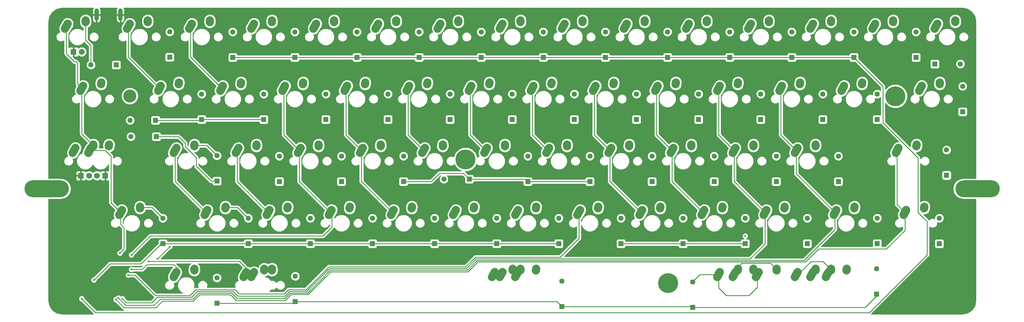
<source format=gtl>
G04 #@! TF.FileFunction,Copper,L1,Top,Signal*
%FSLAX46Y46*%
G04 Gerber Fmt 4.6, Leading zero omitted, Abs format (unit mm)*
G04 Created by KiCad (PCBNEW 4.0.5+dfsg1-4) date Mon May  8 00:20:08 2017*
%MOMM*%
%LPD*%
G01*
G04 APERTURE LIST*
%ADD10C,0.100000*%
%ADD11R,1.600000X1.600000*%
%ADD12C,1.600000*%
%ADD13O,1.300000X3.800000*%
%ADD14C,2.500000*%
%ADD15O,13.600000X5.200000*%
%ADD16C,4.000000*%
%ADD17C,6.100000*%
%ADD18R,1.800000X1.800000*%
%ADD19C,1.800000*%
%ADD20C,0.600000*%
%ADD21C,0.250000*%
%ADD22C,0.254000*%
G04 APERTURE END LIST*
D10*
D11*
X88150000Y-115750000D03*
D12*
X80350000Y-115750000D03*
D11*
X104500000Y-113400000D03*
D12*
X104500000Y-105600000D03*
D11*
X123825000Y-113437500D03*
D12*
X123825000Y-105637500D03*
D11*
X142875000Y-113437500D03*
D12*
X142875000Y-105637500D03*
D11*
X161925000Y-113437500D03*
D12*
X161925000Y-105637500D03*
D11*
X180975000Y-113437500D03*
D12*
X180975000Y-105637500D03*
D11*
X200025000Y-113437500D03*
D12*
X200025000Y-105637500D03*
D11*
X219075000Y-113437500D03*
D12*
X219075000Y-105637500D03*
D11*
X238125000Y-113437500D03*
D12*
X238125000Y-105637500D03*
D11*
X257175000Y-113437500D03*
D12*
X257175000Y-105637500D03*
D11*
X276225000Y-113437500D03*
D12*
X276225000Y-105637500D03*
D11*
X295275000Y-113437500D03*
D12*
X295275000Y-105637500D03*
D11*
X314325000Y-113437500D03*
D12*
X314325000Y-105637500D03*
D11*
X100150000Y-132750000D03*
D12*
X92350000Y-132750000D03*
D11*
X114300000Y-132487500D03*
D12*
X114300000Y-124687500D03*
D11*
X133350000Y-132487500D03*
D12*
X133350000Y-124687500D03*
D11*
X152400000Y-132487500D03*
D12*
X152400000Y-124687500D03*
D11*
X171450000Y-132487500D03*
D12*
X171450000Y-124687500D03*
D11*
X190500000Y-132487500D03*
D12*
X190500000Y-124687500D03*
D11*
X209550000Y-132487500D03*
D12*
X209550000Y-124687500D03*
D11*
X228600000Y-132487500D03*
D12*
X228600000Y-124687500D03*
D11*
X247650000Y-132487500D03*
D12*
X247650000Y-124687500D03*
D11*
X266700000Y-132487500D03*
D12*
X266700000Y-124687500D03*
D11*
X285750000Y-132487500D03*
D12*
X285750000Y-124687500D03*
D11*
X304800000Y-132487500D03*
D12*
X304800000Y-124687500D03*
D11*
X321468750Y-132487500D03*
D12*
X321468750Y-124687500D03*
D11*
X100400000Y-137750000D03*
D12*
X92600000Y-137750000D03*
D11*
X119000000Y-151400000D03*
D12*
X119000000Y-143600000D03*
D11*
X138112500Y-151537500D03*
D12*
X138112500Y-143737500D03*
D11*
X157162500Y-151537500D03*
D12*
X157162500Y-143737500D03*
D11*
X176212500Y-151537500D03*
D12*
X176212500Y-143737500D03*
D11*
X196375000Y-150800000D03*
D12*
X188575000Y-150800000D03*
D11*
X214312500Y-151537500D03*
D12*
X214312500Y-143737500D03*
D11*
X233362500Y-151537500D03*
D12*
X233362500Y-143737500D03*
D11*
X252412500Y-151537500D03*
D12*
X252412500Y-143737500D03*
D11*
X271462500Y-151537500D03*
D12*
X271462500Y-143737500D03*
D11*
X290512500Y-151537500D03*
D12*
X290512500Y-143737500D03*
D11*
X309562500Y-151537500D03*
D12*
X309562500Y-143737500D03*
D11*
X342750000Y-149650000D03*
D12*
X342750000Y-141850000D03*
D11*
X102393750Y-170587500D03*
D12*
X102393750Y-162787500D03*
D11*
X128587500Y-170587500D03*
D12*
X128587500Y-162787500D03*
D11*
X147637500Y-170587500D03*
D12*
X147637500Y-162787500D03*
D11*
X166687500Y-170587500D03*
D12*
X166687500Y-162787500D03*
D11*
X185737500Y-170587500D03*
D12*
X185737500Y-162787500D03*
D11*
X204787500Y-170587500D03*
D12*
X204787500Y-162787500D03*
D11*
X223837500Y-170587500D03*
D12*
X223837500Y-162787500D03*
D11*
X242887500Y-170587500D03*
D12*
X242887500Y-162787500D03*
D11*
X261937500Y-170587500D03*
D12*
X261937500Y-162787500D03*
D11*
X280987500Y-170587500D03*
D12*
X280987500Y-162787500D03*
D11*
X300037500Y-170587500D03*
D12*
X300037500Y-162787500D03*
D11*
X321468750Y-170587500D03*
D12*
X321468750Y-162787500D03*
D11*
X340518750Y-170587500D03*
D12*
X340518750Y-162787500D03*
D11*
X119000000Y-188900000D03*
D12*
X119000000Y-181100000D03*
D11*
X143000000Y-188400000D03*
D12*
X143000000Y-180600000D03*
D11*
X224750000Y-189900000D03*
D12*
X224750000Y-182100000D03*
D11*
X264875000Y-190200000D03*
D12*
X264875000Y-182400000D03*
D11*
X321325000Y-186075000D03*
D12*
X321325000Y-178275000D03*
D11*
X339175000Y-115475000D03*
D12*
X346975000Y-115475000D03*
D11*
X333375000Y-113437500D03*
D12*
X333375000Y-105637500D03*
D11*
X347662500Y-130106250D03*
D12*
X347662500Y-122306250D03*
D13*
X82100000Y-100350000D03*
X89400000Y-100350000D03*
D14*
X327994203Y-141256296D02*
X327183297Y-142716204D01*
X333533474Y-140176922D02*
X333494026Y-140755578D01*
D15*
X66750000Y-153750000D03*
X352250000Y-153750000D03*
D16*
X92275000Y-125300000D03*
D17*
X327050000Y-125375000D03*
X257325000Y-182725000D03*
X195225000Y-144775000D03*
D18*
X75000000Y-111750000D03*
D19*
X77540000Y-111750000D03*
D18*
X77250000Y-149750000D03*
D19*
X79790000Y-149750000D03*
D18*
X84750000Y-149750000D03*
D19*
X82210000Y-149750000D03*
D14*
X92250453Y-103156296D02*
X91439547Y-104616204D01*
X97789724Y-102076922D02*
X97750276Y-102655578D01*
X339900453Y-103156296D02*
X339089547Y-104616204D01*
X345439724Y-102076922D02*
X345400276Y-102655578D01*
X301800453Y-179356296D02*
X300989547Y-180816204D01*
X307339724Y-178276922D02*
X307300276Y-178855578D01*
X106537953Y-179356296D02*
X105727047Y-180816204D01*
X112077224Y-178276922D02*
X112037776Y-178855578D01*
X330375453Y-160306296D02*
X329564547Y-161766204D01*
X335914724Y-159226922D02*
X335875276Y-159805578D01*
X287512953Y-160306296D02*
X286702047Y-161766204D01*
X293052224Y-159226922D02*
X293012776Y-159805578D01*
X268462953Y-160306296D02*
X267652047Y-161766204D01*
X274002224Y-159226922D02*
X273962776Y-159805578D01*
X249412953Y-160306296D02*
X248602047Y-161766204D01*
X254952224Y-159226922D02*
X254912776Y-159805578D01*
X230362953Y-160306296D02*
X229552047Y-161766204D01*
X235902224Y-159226922D02*
X235862776Y-159805578D01*
X211312953Y-160306296D02*
X210502047Y-161766204D01*
X216852224Y-159226922D02*
X216812776Y-159805578D01*
X192262953Y-160306296D02*
X191452047Y-161766204D01*
X197802224Y-159226922D02*
X197762776Y-159805578D01*
X173212953Y-160306296D02*
X172402047Y-161766204D01*
X178752224Y-159226922D02*
X178712776Y-159805578D01*
X154162953Y-160306296D02*
X153352047Y-161766204D01*
X159702224Y-159226922D02*
X159662776Y-159805578D01*
X135112953Y-160306296D02*
X134302047Y-161766204D01*
X140652224Y-159226922D02*
X140612776Y-159805578D01*
X116062953Y-160306296D02*
X115252047Y-161766204D01*
X121602224Y-159226922D02*
X121562776Y-159805578D01*
X297037953Y-141256296D02*
X296227047Y-142716204D01*
X302577224Y-140176922D02*
X302537776Y-140755578D01*
X277987953Y-141256296D02*
X277177047Y-142716204D01*
X283527224Y-140176922D02*
X283487776Y-140755578D01*
X258937953Y-141256296D02*
X258127047Y-142716204D01*
X264477224Y-140176922D02*
X264437776Y-140755578D01*
X239887953Y-141256296D02*
X239077047Y-142716204D01*
X245427224Y-140176922D02*
X245387776Y-140755578D01*
X220837953Y-141256296D02*
X220027047Y-142716204D01*
X226377224Y-140176922D02*
X226337776Y-140755578D01*
X201787953Y-141256296D02*
X200977047Y-142716204D01*
X207327224Y-140176922D02*
X207287776Y-140755578D01*
X182737953Y-141256296D02*
X181927047Y-142716204D01*
X188277224Y-140176922D02*
X188237776Y-140755578D01*
X163687953Y-141256296D02*
X162877047Y-142716204D01*
X169227224Y-140176922D02*
X169187776Y-140755578D01*
X144637953Y-141256296D02*
X143827047Y-142716204D01*
X150177224Y-140176922D02*
X150137776Y-140755578D01*
X125587953Y-141256296D02*
X124777047Y-142716204D01*
X131127224Y-140176922D02*
X131087776Y-140755578D01*
X106537953Y-141256296D02*
X105727047Y-142716204D01*
X112077224Y-140176922D02*
X112037776Y-140755578D01*
X311325453Y-122206296D02*
X310514547Y-123666204D01*
X316864724Y-121126922D02*
X316825276Y-121705578D01*
X292275453Y-122206296D02*
X291464547Y-123666204D01*
X297814724Y-121126922D02*
X297775276Y-121705578D01*
X273225453Y-122206296D02*
X272414547Y-123666204D01*
X278764724Y-121126922D02*
X278725276Y-121705578D01*
X254175453Y-122206296D02*
X253364547Y-123666204D01*
X259714724Y-121126922D02*
X259675276Y-121705578D01*
X235125453Y-122206296D02*
X234314547Y-123666204D01*
X240664724Y-121126922D02*
X240625276Y-121705578D01*
X216075453Y-122206296D02*
X215264547Y-123666204D01*
X221614724Y-121126922D02*
X221575276Y-121705578D01*
X197025453Y-122206296D02*
X196214547Y-123666204D01*
X202564724Y-121126922D02*
X202525276Y-121705578D01*
X177975453Y-122206296D02*
X177164547Y-123666204D01*
X183514724Y-121126922D02*
X183475276Y-121705578D01*
X158925453Y-122206296D02*
X158114547Y-123666204D01*
X164464724Y-121126922D02*
X164425276Y-121705578D01*
X139875453Y-122206296D02*
X139064547Y-123666204D01*
X145414724Y-121126922D02*
X145375276Y-121705578D01*
X120825453Y-122206296D02*
X120014547Y-123666204D01*
X126364724Y-121126922D02*
X126325276Y-121705578D01*
X101775453Y-122206296D02*
X100964547Y-123666204D01*
X107314724Y-121126922D02*
X107275276Y-121705578D01*
X301800453Y-103156296D02*
X300989547Y-104616204D01*
X307339724Y-102076922D02*
X307300276Y-102655578D01*
X282750453Y-103156296D02*
X281939547Y-104616204D01*
X288289724Y-102076922D02*
X288250276Y-102655578D01*
X263700453Y-103156296D02*
X262889547Y-104616204D01*
X269239724Y-102076922D02*
X269200276Y-102655578D01*
X244650453Y-103156296D02*
X243839547Y-104616204D01*
X250189724Y-102076922D02*
X250150276Y-102655578D01*
X225600453Y-103156296D02*
X224789547Y-104616204D01*
X231139724Y-102076922D02*
X231100276Y-102655578D01*
X206550453Y-103156296D02*
X205739547Y-104616204D01*
X212089724Y-102076922D02*
X212050276Y-102655578D01*
X187500453Y-103156296D02*
X186689547Y-104616204D01*
X193039724Y-102076922D02*
X193000276Y-102655578D01*
X168450453Y-103156296D02*
X167639547Y-104616204D01*
X173989724Y-102076922D02*
X173950276Y-102655578D01*
X149400453Y-103156296D02*
X148589547Y-104616204D01*
X154939724Y-102076922D02*
X154900276Y-102655578D01*
X130350453Y-103156296D02*
X129539547Y-104616204D01*
X135889724Y-102076922D02*
X135850276Y-102655578D01*
X111300453Y-103156296D02*
X110489547Y-104616204D01*
X116839724Y-102076922D02*
X116800276Y-102655578D01*
X73200453Y-103156296D02*
X72389547Y-104616204D01*
X78739724Y-102076922D02*
X78700276Y-102655578D01*
X320850453Y-103156296D02*
X320039547Y-104616204D01*
X326389724Y-102076922D02*
X326350276Y-102655578D01*
X75581703Y-141256296D02*
X74770797Y-142716204D01*
X81120974Y-140176922D02*
X81081526Y-140755578D01*
X127969203Y-179356296D02*
X127158297Y-180816204D01*
X133508474Y-178276922D02*
X133469026Y-178855578D01*
X285131703Y-179356296D02*
X284320797Y-180816204D01*
X290670974Y-178276922D02*
X290631526Y-178855578D01*
X306562953Y-179356296D02*
X305752047Y-180816204D01*
X312102224Y-178276922D02*
X312062776Y-178855578D01*
X297037953Y-179356296D02*
X296227047Y-180816204D01*
X302577224Y-178276922D02*
X302537776Y-178855578D01*
X77962953Y-122206296D02*
X77152047Y-123666204D01*
X83502224Y-121126922D02*
X83462776Y-121705578D01*
X130350453Y-179356296D02*
X129539547Y-180816204D01*
X135889724Y-178276922D02*
X135850276Y-178855578D01*
X277987953Y-179356296D02*
X277177047Y-180816204D01*
X283527224Y-178276922D02*
X283487776Y-178855578D01*
X335137953Y-122206296D02*
X334327047Y-123666204D01*
X340677224Y-121126922D02*
X340637776Y-121705578D01*
X273225453Y-179356296D02*
X272414547Y-180816204D01*
X278764724Y-178276922D02*
X278725276Y-178855578D01*
X89869203Y-160306296D02*
X89058297Y-161766204D01*
X95408474Y-159226922D02*
X95369026Y-159805578D01*
X80344203Y-141256296D02*
X79533297Y-142716204D01*
X85883474Y-140176922D02*
X85844026Y-140755578D01*
X211312953Y-179356296D02*
X210502047Y-180816204D01*
X216852224Y-178276922D02*
X216812776Y-178855578D01*
X308944203Y-160306296D02*
X308133297Y-161766204D01*
X314483474Y-159226922D02*
X314444026Y-159805578D01*
X204169203Y-179356296D02*
X203358297Y-180816204D01*
X209708474Y-178276922D02*
X209669026Y-178855578D01*
X206550453Y-179356296D02*
X205739547Y-180816204D01*
X212089724Y-178276922D02*
X212050276Y-178855578D01*
D20*
X77750000Y-150250000D03*
X77500000Y-187500000D03*
X123825000Y-113437500D03*
X81250000Y-181750000D03*
X280987500Y-168262500D03*
X89250000Y-173500000D03*
X92750000Y-178500000D03*
X98000000Y-176000000D03*
X92750000Y-174050000D03*
X91750000Y-180250000D03*
X90000000Y-187500000D03*
X88750000Y-187250000D03*
X88000000Y-187750000D03*
X100750000Y-175250000D03*
X104500000Y-171500000D03*
D21*
X82100000Y-100350000D02*
X81600000Y-100350000D01*
X77750000Y-150250000D02*
X78000000Y-150500000D01*
X78720000Y-102366250D02*
X78720000Y-108220000D01*
X80350000Y-109850000D02*
X80350000Y-115750000D01*
X78720000Y-108220000D02*
X80350000Y-109850000D01*
X336800000Y-174000000D02*
X336800000Y-163800000D01*
X314325000Y-113437500D02*
X323250000Y-122362500D01*
X323250000Y-133500000D02*
X323250000Y-122362500D01*
X334000000Y-144250000D02*
X323250000Y-133500000D01*
X334000000Y-161000000D02*
X334000000Y-144250000D01*
X335462500Y-162462500D02*
X334000000Y-161000000D01*
X336800000Y-174000000D02*
X335150000Y-175650000D01*
X335462500Y-162462500D02*
X336750000Y-163750000D01*
X336800000Y-163800000D02*
X336750000Y-163750000D01*
X336750000Y-174050000D02*
X335150000Y-175650000D01*
X289525000Y-191750000D02*
X319050000Y-191750000D01*
X289525000Y-191750000D02*
X81750000Y-191750000D01*
X77500000Y-187500000D02*
X81750000Y-191750000D01*
X319050000Y-191750000D02*
X335150000Y-175650000D01*
X257175000Y-113437500D02*
X238125000Y-113437500D01*
X238125000Y-113437500D02*
X219075000Y-113437500D01*
X219075000Y-113437500D02*
X200025000Y-113437500D01*
X200025000Y-113437500D02*
X180975000Y-113437500D01*
X180975000Y-113437500D02*
X161925000Y-113437500D01*
X161925000Y-113437500D02*
X142875000Y-113437500D01*
X142875000Y-113437500D02*
X123825000Y-113437500D01*
X295275000Y-113437500D02*
X314325000Y-113437500D01*
X276225000Y-113437500D02*
X277187500Y-113437500D01*
X88250000Y-115650000D02*
X88150000Y-115750000D01*
X276225000Y-113437500D02*
X257175000Y-113437500D01*
X295275000Y-113437500D02*
X276225000Y-113437500D01*
X83482500Y-121416250D02*
X84416250Y-121416250D01*
X100150000Y-132750000D02*
X114037500Y-132750000D01*
X114037500Y-132750000D02*
X114300000Y-132487500D01*
X114300000Y-132487500D02*
X133350000Y-132487500D01*
X171450000Y-132487500D02*
X171450000Y-132950000D01*
X114037500Y-132750000D02*
X114300000Y-132487500D01*
X100400000Y-137750000D02*
X107225000Y-137750000D01*
X117200000Y-151400000D02*
X119000000Y-151400000D01*
X112650000Y-146850000D02*
X117200000Y-151400000D01*
X112650000Y-144175000D02*
X112650000Y-146850000D01*
X109300000Y-140825000D02*
X112650000Y-144175000D01*
X109300000Y-139825000D02*
X109300000Y-140825000D01*
X107225000Y-137750000D02*
X109300000Y-139825000D01*
X196375000Y-150800000D02*
X213575000Y-150800000D01*
X213575000Y-150800000D02*
X214312500Y-151537500D01*
X214312500Y-151537500D02*
X233362500Y-151537500D01*
X194500000Y-149000000D02*
X194575000Y-149000000D01*
X184712500Y-151537500D02*
X187250000Y-149000000D01*
X187250000Y-149000000D02*
X194500000Y-149000000D01*
X176212500Y-151537500D02*
X184712500Y-151537500D01*
X194575000Y-149000000D02*
X196375000Y-150800000D01*
X112057500Y-140466250D02*
X115866250Y-140466250D01*
X115866250Y-140466250D02*
X119000000Y-143600000D01*
X95388750Y-159516250D02*
X99122500Y-159516250D01*
X99122500Y-159516250D02*
X102393750Y-162787500D01*
X81750000Y-181250000D02*
X86250000Y-176750000D01*
X92250000Y-176750000D02*
X86250000Y-176750000D01*
X81812500Y-181187500D02*
X81750000Y-181250000D01*
X81250000Y-181750000D02*
X81812500Y-181187500D01*
X102393750Y-170587500D02*
X101912500Y-170587500D01*
X101912500Y-170587500D02*
X95750000Y-176750000D01*
X95750000Y-176750000D02*
X92250000Y-176750000D01*
X102393750Y-170587500D02*
X128587500Y-170587500D01*
X204787500Y-170587500D02*
X223837500Y-170587500D01*
X92250000Y-176750000D02*
X93500000Y-176750000D01*
X102231250Y-170750000D02*
X102393750Y-170587500D01*
X147637500Y-170587500D02*
X166687500Y-170587500D01*
X166687500Y-170587500D02*
X185737500Y-170587500D01*
X147637500Y-170587500D02*
X128587500Y-170587500D01*
X204787500Y-170587500D02*
X185737500Y-170587500D01*
X261937500Y-170587500D02*
X242887500Y-170587500D01*
X280987500Y-170587500D02*
X261937500Y-170587500D01*
X280987500Y-168262500D02*
X281000000Y-168250000D01*
X121582500Y-159516250D02*
X125316250Y-159516250D01*
X125316250Y-159516250D02*
X128587500Y-162787500D01*
X321325000Y-186075000D02*
X321325000Y-186725000D01*
X321325000Y-186725000D02*
X317850000Y-190200000D01*
X317850000Y-190200000D02*
X264875000Y-190200000D01*
X265437500Y-189637500D02*
X264875000Y-190200000D01*
X224750000Y-189900000D02*
X264575000Y-189900000D01*
X264575000Y-189900000D02*
X264875000Y-190200000D01*
X214825000Y-188400000D02*
X223250000Y-188400000D01*
X223250000Y-188400000D02*
X224750000Y-189900000D01*
X143000000Y-188400000D02*
X214825000Y-188400000D01*
X214825000Y-188400000D02*
X215000000Y-188400000D01*
X119000000Y-188900000D02*
X142500000Y-188900000D01*
X142500000Y-188900000D02*
X143000000Y-188400000D01*
X264875000Y-182400000D02*
X264875000Y-182300000D01*
X264875000Y-182300000D02*
X267088750Y-180086250D01*
X267088750Y-180086250D02*
X272820000Y-180086250D01*
X272820000Y-180086250D02*
X272820000Y-184120000D01*
X272820000Y-184120000D02*
X275250000Y-186550000D01*
X275250000Y-186550000D02*
X282150000Y-186550000D01*
X282150000Y-186550000D02*
X284726250Y-183973750D01*
X284726250Y-183973750D02*
X284726250Y-180086250D01*
X283507500Y-178566250D02*
X283507500Y-178867500D01*
X283507500Y-178867500D02*
X284726250Y-180086250D01*
X296632500Y-180086250D02*
X297213750Y-180086250D01*
X297213750Y-180086250D02*
X301150000Y-176150000D01*
X301150000Y-176150000D02*
X304903750Y-176150000D01*
X304903750Y-176150000D02*
X307320000Y-178566250D01*
X90500000Y-172250000D02*
X89250000Y-173500000D01*
X79938750Y-141986250D02*
X84736250Y-141986250D01*
X86500000Y-158072500D02*
X89463750Y-161036250D01*
X86500000Y-143750000D02*
X86500000Y-158072500D01*
X84736250Y-141986250D02*
X86500000Y-143750000D01*
X72795000Y-103886250D02*
X72795000Y-112295000D01*
X76250000Y-121628750D02*
X77557500Y-122936250D01*
X76250000Y-115250000D02*
X76250000Y-121628750D01*
X75750000Y-114750000D02*
X76250000Y-115250000D01*
X75250000Y-114750000D02*
X75750000Y-114750000D01*
X72795000Y-112295000D02*
X75250000Y-114750000D01*
X77557500Y-122936250D02*
X77557500Y-136922500D01*
X77557500Y-136922500D02*
X81101250Y-140466250D01*
X81101250Y-140466250D02*
X79938750Y-141986250D01*
X90500000Y-165750000D02*
X90500000Y-172250000D01*
X89463750Y-161036250D02*
X89463750Y-164713750D01*
X90500000Y-165750000D02*
X89463750Y-164713750D01*
X81101250Y-140466250D02*
X79938750Y-141986250D01*
X92750000Y-178500000D02*
X96075000Y-178500000D01*
X105728750Y-177000000D02*
X107295000Y-178566250D01*
X97575000Y-177000000D02*
X105728750Y-177000000D01*
X96075000Y-178500000D02*
X97575000Y-177000000D01*
X107295000Y-178566250D02*
X106132500Y-180086250D01*
X106132500Y-180086250D02*
X106163750Y-180086250D01*
X106132500Y-141986250D02*
X106132500Y-151511250D01*
X106132500Y-151511250D02*
X115657500Y-161036250D01*
X91845000Y-103886250D02*
X91845000Y-113411250D01*
X91845000Y-113411250D02*
X101370000Y-122936250D01*
X110895000Y-103886250D02*
X110895000Y-113411250D01*
X110895000Y-113411250D02*
X120420000Y-122936250D01*
X108000000Y-176000000D02*
X125858750Y-176000000D01*
X98000000Y-176000000D02*
X102750000Y-176000000D01*
X108000000Y-176000000D02*
X102750000Y-176000000D01*
X125858750Y-176000000D02*
X129945000Y-180086250D01*
X125182500Y-141986250D02*
X125182500Y-151511250D01*
X125182500Y-151511250D02*
X134707500Y-161036250D01*
X151500000Y-168250000D02*
X154250000Y-165500000D01*
X98550000Y-168250000D02*
X151500000Y-168250000D01*
X92750000Y-174050000D02*
X98550000Y-168250000D01*
X154250000Y-165500000D02*
X154250000Y-161528750D01*
X154250000Y-161528750D02*
X153757500Y-161036250D01*
X144232500Y-141986250D02*
X144232500Y-151511250D01*
X144232500Y-151511250D02*
X153757500Y-161036250D01*
X139470000Y-122936250D02*
X139470000Y-137223750D01*
X139470000Y-137223750D02*
X144232500Y-141986250D01*
X163282500Y-141986250D02*
X163282500Y-151511250D01*
X163282500Y-151511250D02*
X172807500Y-161036250D01*
X158520000Y-122936250D02*
X158520000Y-137223750D01*
X158520000Y-137223750D02*
X163282500Y-141986250D01*
X177570000Y-122936250D02*
X177570000Y-137223750D01*
X177570000Y-137223750D02*
X182332500Y-141986250D01*
X196620000Y-122936250D02*
X196620000Y-137223750D01*
X196620000Y-137223750D02*
X201382500Y-141986250D01*
X102250000Y-186500000D02*
X100100000Y-186500000D01*
X112500000Y-184750000D02*
X123875000Y-184750000D01*
X110750000Y-186500000D02*
X112500000Y-184750000D01*
X109750000Y-186500000D02*
X102250000Y-186500000D01*
X109750000Y-186500000D02*
X110750000Y-186500000D01*
X152774999Y-178274999D02*
X146250000Y-184799998D01*
X152774999Y-178225001D02*
X153250000Y-177750000D01*
X153250000Y-177750000D02*
X195250000Y-177750000D01*
X195250000Y-177750000D02*
X196875000Y-176125000D01*
X152774999Y-178274999D02*
X152774999Y-178225001D01*
X198250000Y-174750000D02*
X222000000Y-174750000D01*
X224750000Y-174250000D02*
X227500000Y-171500000D01*
X227500000Y-171500000D02*
X230000000Y-169000000D01*
X230000000Y-169000000D02*
X230000000Y-161078750D01*
X224200002Y-174799998D02*
X224750000Y-174250000D01*
X196875000Y-176125000D02*
X198250000Y-174750000D01*
X224250000Y-174750000D02*
X224200002Y-174799998D01*
X222000000Y-174750000D02*
X224250000Y-174750000D01*
X146250000Y-184750000D02*
X146250000Y-184799998D01*
X140925000Y-184750000D02*
X146250000Y-184750000D01*
X136050000Y-185975000D02*
X125850000Y-185975000D01*
X125850000Y-185975000D02*
X124625000Y-184750000D01*
X124625000Y-184750000D02*
X123875000Y-184750000D01*
X139700000Y-185975000D02*
X140925000Y-184750000D01*
X136050000Y-185975000D02*
X139700000Y-185975000D01*
X93850000Y-180250000D02*
X91750000Y-180250000D01*
X100100000Y-186500000D02*
X93850000Y-180250000D01*
X230000000Y-161078750D02*
X229957500Y-161036250D01*
X215670000Y-122936250D02*
X215670000Y-137223750D01*
X215670000Y-137223750D02*
X220432500Y-141986250D01*
X288735004Y-176650004D02*
X290651250Y-178566250D01*
X279924996Y-176650004D02*
X288735004Y-176650004D01*
X277582500Y-180086250D02*
X277582500Y-178992500D01*
X277582500Y-178992500D02*
X279924996Y-176650004D01*
X239500000Y-151500000D02*
X239482500Y-151500000D01*
X239482500Y-151511250D02*
X239482500Y-151500000D01*
X239482500Y-141986250D02*
X239482500Y-151511250D01*
X239482500Y-151511250D02*
X249007500Y-161036250D01*
X234720000Y-122936250D02*
X234720000Y-137223750D01*
X234720000Y-137223750D02*
X239482500Y-141986250D01*
X253770000Y-122936250D02*
X253770000Y-137223750D01*
X253770000Y-137223750D02*
X258532500Y-141986250D01*
X258532500Y-141986250D02*
X258532500Y-151511250D01*
X258532500Y-151511250D02*
X268057500Y-161036250D01*
X136350000Y-186700000D02*
X139838602Y-186700000D01*
X139838602Y-186700000D02*
X141288602Y-185250000D01*
X125375000Y-186700000D02*
X123925000Y-185250000D01*
X136350000Y-186700000D02*
X125375000Y-186700000D01*
X141288602Y-185250000D02*
X146500000Y-185250000D01*
X111250000Y-187000000D02*
X113000000Y-185250000D01*
X113000000Y-185250000D02*
X123925000Y-185250000D01*
X100750000Y-187000000D02*
X111250000Y-187000000D01*
X99000000Y-188750000D02*
X100750000Y-187000000D01*
X91250000Y-188750000D02*
X99000000Y-188750000D01*
X90000000Y-187500000D02*
X91250000Y-188750000D01*
X146500000Y-185250000D02*
X153500000Y-178250000D01*
X202500000Y-175250000D02*
X198500000Y-175250000D01*
X195500000Y-178250000D02*
X153500000Y-178250000D01*
X198500000Y-175250000D02*
X195500000Y-178250000D01*
X202500000Y-175250000D02*
X282500000Y-175250000D01*
X282500000Y-175250000D02*
X287107500Y-170642500D01*
X287107500Y-170642500D02*
X287107500Y-161036250D01*
X277582500Y-141986250D02*
X277582500Y-151511250D01*
X277582500Y-151511250D02*
X287107500Y-161036250D01*
X272820000Y-122936250D02*
X272820000Y-137223750D01*
X272820000Y-137223750D02*
X277582500Y-141986250D01*
X137225000Y-187350000D02*
X139825000Y-187350000D01*
X139825000Y-187350000D02*
X141425000Y-185750000D01*
X125125000Y-187350000D02*
X123525000Y-185750000D01*
X137225000Y-187350000D02*
X125125000Y-187350000D01*
X141425000Y-185750000D02*
X146750000Y-185750000D01*
X110750000Y-187625000D02*
X111625000Y-187625000D01*
X99750000Y-189500000D02*
X101625000Y-187625000D01*
X91000000Y-189500000D02*
X99750000Y-189500000D01*
X88750000Y-187250000D02*
X91000000Y-189500000D01*
X101625000Y-187625000D02*
X110750000Y-187625000D01*
X111625000Y-187625000D02*
X113500000Y-185750000D01*
X113500000Y-185750000D02*
X123525000Y-185750000D01*
X199000000Y-175750000D02*
X198750000Y-175750000D01*
X153549998Y-179000000D02*
X153500000Y-179000000D01*
X153799998Y-178750000D02*
X153549998Y-179000000D01*
X195750000Y-178750000D02*
X153799998Y-178750000D01*
X198750000Y-175750000D02*
X195750000Y-178750000D01*
X199000000Y-175750000D02*
X299000000Y-175750000D01*
X146750000Y-185750000D02*
X153500000Y-179000000D01*
X308500000Y-166250000D02*
X308500000Y-161075000D01*
X299000000Y-175750000D02*
X308500000Y-166250000D01*
X308500000Y-161075000D02*
X308538750Y-161036250D01*
X296632500Y-141986250D02*
X296632500Y-149130000D01*
X296632500Y-149130000D02*
X308538750Y-161036250D01*
X291870000Y-122936250D02*
X291870000Y-137223750D01*
X291870000Y-137223750D02*
X296632500Y-141986250D01*
X138275000Y-188025000D02*
X139950000Y-188025000D01*
X139950000Y-188025000D02*
X141774998Y-186200002D01*
X127425000Y-188025000D02*
X124950000Y-188025000D01*
X124950000Y-188025000D02*
X123175000Y-186250000D01*
X127425000Y-188025000D02*
X138275000Y-188025000D01*
X141774998Y-186200002D02*
X146936396Y-186200002D01*
X111750000Y-188250000D02*
X102250000Y-188250000D01*
X113750000Y-186250000D02*
X111750000Y-188250000D01*
X123175000Y-186250000D02*
X113750000Y-186250000D01*
X152318199Y-180818199D02*
X152368197Y-180818199D01*
X196000000Y-179250000D02*
X199049998Y-176200002D01*
X153936396Y-179250000D02*
X196000000Y-179250000D01*
X152368197Y-180818199D02*
X153936396Y-179250000D01*
X152318199Y-180818199D02*
X146936396Y-186200002D01*
X241250000Y-176200002D02*
X289500000Y-176200002D01*
X299250000Y-176200002D02*
X299549998Y-176200002D01*
X303500000Y-172250000D02*
X324250000Y-172250000D01*
X299549998Y-176200002D02*
X303500000Y-172250000D01*
X100250000Y-190250000D02*
X100375000Y-190125000D01*
X100375000Y-190125000D02*
X102250000Y-188250000D01*
X289500000Y-176200002D02*
X299250000Y-176200002D01*
X223750000Y-176200002D02*
X241250000Y-176200002D01*
X199049998Y-176200002D02*
X223750000Y-176200002D01*
X91000000Y-190250000D02*
X90500000Y-190250000D01*
X91000000Y-190250000D02*
X100250000Y-190250000D01*
X90500000Y-190250000D02*
X88000000Y-187750000D01*
X329970000Y-166530000D02*
X324250000Y-172250000D01*
X329970000Y-166250000D02*
X329970000Y-161036250D01*
X329970000Y-166250000D02*
X329970000Y-166530000D01*
X327588750Y-141986250D02*
X327588750Y-158655000D01*
X327588750Y-158655000D02*
X329970000Y-161036250D01*
X100750000Y-175250000D02*
X104500000Y-171500000D01*
D22*
G36*
X80961416Y-98490919D02*
X80815000Y-98973000D01*
X80815000Y-100223000D01*
X81973000Y-100223000D01*
X81973000Y-100203000D01*
X82227000Y-100203000D01*
X82227000Y-100223000D01*
X83385000Y-100223000D01*
X83385000Y-98973000D01*
X83238584Y-98490919D01*
X83115669Y-98341250D01*
X88384331Y-98341250D01*
X88261416Y-98490919D01*
X88115000Y-98973000D01*
X88115000Y-100223000D01*
X89273000Y-100223000D01*
X89273000Y-100203000D01*
X89527000Y-100203000D01*
X89527000Y-100223000D01*
X90685000Y-100223000D01*
X90685000Y-98973000D01*
X90538584Y-98490919D01*
X90415669Y-98341250D01*
X347592569Y-98341250D01*
X349208003Y-98662580D01*
X350518215Y-99538035D01*
X351393670Y-100848247D01*
X351715000Y-102463677D01*
X351715000Y-150515000D01*
X347904340Y-150515000D01*
X346666359Y-150761250D01*
X345616850Y-151462510D01*
X344915590Y-152512019D01*
X344669340Y-153750000D01*
X344915590Y-154987981D01*
X345616850Y-156037490D01*
X346666359Y-156738750D01*
X347904340Y-156985000D01*
X351715000Y-156985000D01*
X351715000Y-188048823D01*
X351393670Y-189664253D01*
X350518215Y-190974465D01*
X349208003Y-191849920D01*
X347592569Y-192171250D01*
X319703552Y-192171250D01*
X337337401Y-174537401D01*
X337502148Y-174290840D01*
X337560000Y-174000000D01*
X337560000Y-169787500D01*
X339071310Y-169787500D01*
X339071310Y-171387500D01*
X339115588Y-171622817D01*
X339254660Y-171838941D01*
X339466860Y-171983931D01*
X339718750Y-172034940D01*
X341318750Y-172034940D01*
X341554067Y-171990662D01*
X341770191Y-171851590D01*
X341915181Y-171639390D01*
X341966190Y-171387500D01*
X341966190Y-169787500D01*
X341921912Y-169552183D01*
X341782840Y-169336059D01*
X341570640Y-169191069D01*
X341318750Y-169140060D01*
X339718750Y-169140060D01*
X339483433Y-169184338D01*
X339267309Y-169323410D01*
X339122319Y-169535610D01*
X339071310Y-169787500D01*
X337560000Y-169787500D01*
X337560000Y-165512904D01*
X337612206Y-165565201D01*
X338158139Y-165791892D01*
X338749267Y-165792408D01*
X339295595Y-165566670D01*
X339713951Y-165149044D01*
X339940642Y-164603111D01*
X339941080Y-164101425D01*
X340232059Y-164222250D01*
X340802937Y-164222748D01*
X341330550Y-164004743D01*
X341734574Y-163601423D01*
X341953500Y-163074191D01*
X341953998Y-162503313D01*
X341735993Y-161975700D01*
X341332673Y-161571676D01*
X340805441Y-161352750D01*
X340234563Y-161352252D01*
X339706950Y-161570257D01*
X339302926Y-161973577D01*
X339084000Y-162500809D01*
X339083601Y-162958358D01*
X338751861Y-162820608D01*
X338160733Y-162820092D01*
X337614405Y-163045830D01*
X337361351Y-163298443D01*
X337337401Y-163262599D01*
X335796746Y-161721944D01*
X336473613Y-161634635D01*
X337111528Y-161268559D01*
X337560793Y-160686230D01*
X337753012Y-159976302D01*
X337798258Y-159312619D01*
X337704167Y-158583172D01*
X337338091Y-157945258D01*
X336755762Y-157495993D01*
X336045834Y-157303774D01*
X335316387Y-157397864D01*
X334760000Y-157717155D01*
X334760000Y-148850000D01*
X341302560Y-148850000D01*
X341302560Y-150450000D01*
X341346838Y-150685317D01*
X341485910Y-150901441D01*
X341698110Y-151046431D01*
X341950000Y-151097440D01*
X343550000Y-151097440D01*
X343785317Y-151053162D01*
X344001441Y-150914090D01*
X344146431Y-150701890D01*
X344197440Y-150450000D01*
X344197440Y-148850000D01*
X344153162Y-148614683D01*
X344014090Y-148398559D01*
X343801890Y-148253569D01*
X343550000Y-148202560D01*
X341950000Y-148202560D01*
X341714683Y-148246838D01*
X341498559Y-148385910D01*
X341353569Y-148598110D01*
X341302560Y-148850000D01*
X334760000Y-148850000D01*
X334760000Y-145967776D01*
X334813330Y-146096845D01*
X335230956Y-146515201D01*
X335776889Y-146741892D01*
X336368017Y-146742408D01*
X336914345Y-146516670D01*
X337332701Y-146099044D01*
X337559392Y-145553111D01*
X337559908Y-144961983D01*
X337334170Y-144415655D01*
X336916544Y-143997299D01*
X336370611Y-143770608D01*
X335779483Y-143770092D01*
X335233155Y-143995830D01*
X334814799Y-144413456D01*
X334760000Y-144545427D01*
X334760000Y-144250000D01*
X334702148Y-143959161D01*
X334537401Y-143712599D01*
X333487463Y-142662661D01*
X334092363Y-142584635D01*
X334730278Y-142218559D01*
X334795370Y-142134187D01*
X341314752Y-142134187D01*
X341532757Y-142661800D01*
X341936077Y-143065824D01*
X342463309Y-143284750D01*
X343034187Y-143285248D01*
X343561800Y-143067243D01*
X343965824Y-142663923D01*
X344184750Y-142136691D01*
X344185248Y-141565813D01*
X343967243Y-141038200D01*
X343563923Y-140634176D01*
X343036691Y-140415250D01*
X342465813Y-140414752D01*
X341938200Y-140632757D01*
X341534176Y-141036077D01*
X341315250Y-141563309D01*
X341314752Y-142134187D01*
X334795370Y-142134187D01*
X335179543Y-141636230D01*
X335371762Y-140926302D01*
X335417008Y-140262619D01*
X335322917Y-139533172D01*
X334956841Y-138895258D01*
X334374512Y-138445993D01*
X333664584Y-138253774D01*
X332935137Y-138347864D01*
X332297222Y-138713941D01*
X331847957Y-139296270D01*
X331655738Y-140006198D01*
X331610492Y-140669880D01*
X331627643Y-140802841D01*
X324010000Y-133185198D01*
X324010000Y-129306250D01*
X346215060Y-129306250D01*
X346215060Y-130906250D01*
X346259338Y-131141567D01*
X346398410Y-131357691D01*
X346610610Y-131502681D01*
X346862500Y-131553690D01*
X348462500Y-131553690D01*
X348697817Y-131509412D01*
X348913941Y-131370340D01*
X349058931Y-131158140D01*
X349109940Y-130906250D01*
X349109940Y-129306250D01*
X349065662Y-129070933D01*
X348926590Y-128854809D01*
X348714390Y-128709819D01*
X348462500Y-128658810D01*
X346862500Y-128658810D01*
X346627183Y-128703088D01*
X346411059Y-128842160D01*
X346266069Y-129054360D01*
X346215060Y-129306250D01*
X324010000Y-129306250D01*
X324010000Y-127545620D01*
X324959890Y-128497169D01*
X326313793Y-129059359D01*
X327779776Y-129060638D01*
X329134658Y-128500812D01*
X330172169Y-127465110D01*
X330572703Y-126500517D01*
X331571342Y-126500517D01*
X331797080Y-127046845D01*
X332214706Y-127465201D01*
X332760639Y-127691892D01*
X333351767Y-127692408D01*
X333898095Y-127466670D01*
X334316451Y-127049044D01*
X334450226Y-126726876D01*
X335508145Y-126726876D01*
X335907528Y-127693457D01*
X336646404Y-128433623D01*
X337612285Y-128834692D01*
X338658126Y-128835605D01*
X339624707Y-128436222D01*
X340364873Y-127697346D01*
X340765942Y-126731465D01*
X340766143Y-126500517D01*
X341731342Y-126500517D01*
X341957080Y-127046845D01*
X342374706Y-127465201D01*
X342920639Y-127691892D01*
X343511767Y-127692408D01*
X344058095Y-127466670D01*
X344476451Y-127049044D01*
X344703142Y-126503111D01*
X344703658Y-125911983D01*
X344477920Y-125365655D01*
X344060294Y-124947299D01*
X343514361Y-124720608D01*
X342923233Y-124720092D01*
X342376905Y-124945830D01*
X341958549Y-125363456D01*
X341731858Y-125909389D01*
X341731342Y-126500517D01*
X340766143Y-126500517D01*
X340766855Y-125685624D01*
X340367472Y-124719043D01*
X339628596Y-123978877D01*
X338662715Y-123577808D01*
X337616874Y-123576895D01*
X336650293Y-123976278D01*
X335910127Y-124715154D01*
X335509058Y-125681035D01*
X335508145Y-126726876D01*
X334450226Y-126726876D01*
X334543142Y-126503111D01*
X334543658Y-125911983D01*
X334398152Y-125559832D01*
X334819167Y-125525218D01*
X335473325Y-125189027D01*
X335949032Y-124628092D01*
X336811688Y-123075016D01*
X337036524Y-122374734D01*
X336976258Y-121641717D01*
X336965036Y-121619880D01*
X338754242Y-121619880D01*
X338848333Y-122349327D01*
X339214409Y-122987242D01*
X339796738Y-123436507D01*
X340506666Y-123628726D01*
X341236113Y-123534635D01*
X341874028Y-123168559D01*
X342320047Y-122590437D01*
X346227252Y-122590437D01*
X346445257Y-123118050D01*
X346848577Y-123522074D01*
X347375809Y-123741000D01*
X347946687Y-123741498D01*
X348474300Y-123523493D01*
X348878324Y-123120173D01*
X349097250Y-122592941D01*
X349097748Y-122022063D01*
X348879743Y-121494450D01*
X348476423Y-121090426D01*
X347949191Y-120871500D01*
X347378313Y-120871002D01*
X346850700Y-121089007D01*
X346446676Y-121492327D01*
X346227750Y-122019559D01*
X346227252Y-122590437D01*
X342320047Y-122590437D01*
X342323293Y-122586230D01*
X342515512Y-121876302D01*
X342560758Y-121212619D01*
X342466667Y-120483172D01*
X342100591Y-119845258D01*
X341518262Y-119395993D01*
X340808334Y-119203774D01*
X340078887Y-119297864D01*
X339440972Y-119663941D01*
X338991707Y-120246270D01*
X338799488Y-120956198D01*
X338754242Y-121619880D01*
X336965036Y-121619880D01*
X336640067Y-120987559D01*
X336079132Y-120511852D01*
X335378850Y-120287016D01*
X334645832Y-120347282D01*
X333991675Y-120683473D01*
X333515967Y-121244408D01*
X332653312Y-122797484D01*
X332428476Y-123497766D01*
X332488742Y-124230783D01*
X332744244Y-124727938D01*
X332216905Y-124945830D01*
X331798549Y-125363456D01*
X331571858Y-125909389D01*
X331571342Y-126500517D01*
X330572703Y-126500517D01*
X330734359Y-126111207D01*
X330735638Y-124645224D01*
X330175812Y-123290342D01*
X329140110Y-122252831D01*
X327786207Y-121690641D01*
X326320224Y-121689362D01*
X324965342Y-122249188D01*
X324010000Y-123202864D01*
X324010000Y-122362500D01*
X323952148Y-122071661D01*
X323787401Y-121825099D01*
X315772440Y-113810138D01*
X315772440Y-112637500D01*
X331927560Y-112637500D01*
X331927560Y-114237500D01*
X331971838Y-114472817D01*
X332110910Y-114688941D01*
X332323110Y-114833931D01*
X332575000Y-114884940D01*
X334175000Y-114884940D01*
X334410317Y-114840662D01*
X334626441Y-114701590D01*
X334644609Y-114675000D01*
X337727560Y-114675000D01*
X337727560Y-116275000D01*
X337771838Y-116510317D01*
X337910910Y-116726441D01*
X338123110Y-116871431D01*
X338375000Y-116922440D01*
X339975000Y-116922440D01*
X340210317Y-116878162D01*
X340426441Y-116739090D01*
X340571431Y-116526890D01*
X340622440Y-116275000D01*
X340622440Y-115759187D01*
X345539752Y-115759187D01*
X345757757Y-116286800D01*
X346161077Y-116690824D01*
X346688309Y-116909750D01*
X347259187Y-116910248D01*
X347786800Y-116692243D01*
X348190824Y-116288923D01*
X348409750Y-115761691D01*
X348410248Y-115190813D01*
X348192243Y-114663200D01*
X347788923Y-114259176D01*
X347261691Y-114040250D01*
X346690813Y-114039752D01*
X346163200Y-114257757D01*
X345759176Y-114661077D01*
X345540250Y-115188309D01*
X345539752Y-115759187D01*
X340622440Y-115759187D01*
X340622440Y-114675000D01*
X340578162Y-114439683D01*
X340439090Y-114223559D01*
X340226890Y-114078569D01*
X339975000Y-114027560D01*
X338375000Y-114027560D01*
X338139683Y-114071838D01*
X337923559Y-114210910D01*
X337778569Y-114423110D01*
X337727560Y-114675000D01*
X334644609Y-114675000D01*
X334771431Y-114489390D01*
X334822440Y-114237500D01*
X334822440Y-112637500D01*
X334778162Y-112402183D01*
X334639090Y-112186059D01*
X334426890Y-112041069D01*
X334175000Y-111990060D01*
X332575000Y-111990060D01*
X332339683Y-112034338D01*
X332123559Y-112173410D01*
X331978569Y-112385610D01*
X331927560Y-112637500D01*
X315772440Y-112637500D01*
X315728162Y-112402183D01*
X315589090Y-112186059D01*
X315376890Y-112041069D01*
X315125000Y-111990060D01*
X313525000Y-111990060D01*
X313289683Y-112034338D01*
X313073559Y-112173410D01*
X312928569Y-112385610D01*
X312877560Y-112637500D01*
X312877560Y-112677500D01*
X296722440Y-112677500D01*
X296722440Y-112637500D01*
X296678162Y-112402183D01*
X296539090Y-112186059D01*
X296326890Y-112041069D01*
X296075000Y-111990060D01*
X294475000Y-111990060D01*
X294239683Y-112034338D01*
X294023559Y-112173410D01*
X293878569Y-112385610D01*
X293827560Y-112637500D01*
X293827560Y-112677500D01*
X277672440Y-112677500D01*
X277672440Y-112637500D01*
X277628162Y-112402183D01*
X277489090Y-112186059D01*
X277276890Y-112041069D01*
X277025000Y-111990060D01*
X275425000Y-111990060D01*
X275189683Y-112034338D01*
X274973559Y-112173410D01*
X274828569Y-112385610D01*
X274777560Y-112637500D01*
X274777560Y-112677500D01*
X258622440Y-112677500D01*
X258622440Y-112637500D01*
X258578162Y-112402183D01*
X258439090Y-112186059D01*
X258226890Y-112041069D01*
X257975000Y-111990060D01*
X256375000Y-111990060D01*
X256139683Y-112034338D01*
X255923559Y-112173410D01*
X255778569Y-112385610D01*
X255727560Y-112637500D01*
X255727560Y-112677500D01*
X239572440Y-112677500D01*
X239572440Y-112637500D01*
X239528162Y-112402183D01*
X239389090Y-112186059D01*
X239176890Y-112041069D01*
X238925000Y-111990060D01*
X237325000Y-111990060D01*
X237089683Y-112034338D01*
X236873559Y-112173410D01*
X236728569Y-112385610D01*
X236677560Y-112637500D01*
X236677560Y-112677500D01*
X220522440Y-112677500D01*
X220522440Y-112637500D01*
X220478162Y-112402183D01*
X220339090Y-112186059D01*
X220126890Y-112041069D01*
X219875000Y-111990060D01*
X218275000Y-111990060D01*
X218039683Y-112034338D01*
X217823559Y-112173410D01*
X217678569Y-112385610D01*
X217627560Y-112637500D01*
X217627560Y-112677500D01*
X201472440Y-112677500D01*
X201472440Y-112637500D01*
X201428162Y-112402183D01*
X201289090Y-112186059D01*
X201076890Y-112041069D01*
X200825000Y-111990060D01*
X199225000Y-111990060D01*
X198989683Y-112034338D01*
X198773559Y-112173410D01*
X198628569Y-112385610D01*
X198577560Y-112637500D01*
X198577560Y-112677500D01*
X182422440Y-112677500D01*
X182422440Y-112637500D01*
X182378162Y-112402183D01*
X182239090Y-112186059D01*
X182026890Y-112041069D01*
X181775000Y-111990060D01*
X180175000Y-111990060D01*
X179939683Y-112034338D01*
X179723559Y-112173410D01*
X179578569Y-112385610D01*
X179527560Y-112637500D01*
X179527560Y-112677500D01*
X163372440Y-112677500D01*
X163372440Y-112637500D01*
X163328162Y-112402183D01*
X163189090Y-112186059D01*
X162976890Y-112041069D01*
X162725000Y-111990060D01*
X161125000Y-111990060D01*
X160889683Y-112034338D01*
X160673559Y-112173410D01*
X160528569Y-112385610D01*
X160477560Y-112637500D01*
X160477560Y-112677500D01*
X144322440Y-112677500D01*
X144322440Y-112637500D01*
X144278162Y-112402183D01*
X144139090Y-112186059D01*
X143926890Y-112041069D01*
X143675000Y-111990060D01*
X142075000Y-111990060D01*
X141839683Y-112034338D01*
X141623559Y-112173410D01*
X141478569Y-112385610D01*
X141427560Y-112637500D01*
X141427560Y-112677500D01*
X125272440Y-112677500D01*
X125272440Y-112637500D01*
X125228162Y-112402183D01*
X125089090Y-112186059D01*
X124876890Y-112041069D01*
X124625000Y-111990060D01*
X123025000Y-111990060D01*
X122789683Y-112034338D01*
X122573559Y-112173410D01*
X122428569Y-112385610D01*
X122377560Y-112637500D01*
X122377560Y-114237500D01*
X122421838Y-114472817D01*
X122560910Y-114688941D01*
X122773110Y-114833931D01*
X123025000Y-114884940D01*
X124625000Y-114884940D01*
X124860317Y-114840662D01*
X125076441Y-114701590D01*
X125221431Y-114489390D01*
X125272440Y-114237500D01*
X125272440Y-114197500D01*
X141427560Y-114197500D01*
X141427560Y-114237500D01*
X141471838Y-114472817D01*
X141610910Y-114688941D01*
X141823110Y-114833931D01*
X142075000Y-114884940D01*
X143675000Y-114884940D01*
X143910317Y-114840662D01*
X144126441Y-114701590D01*
X144271431Y-114489390D01*
X144322440Y-114237500D01*
X144322440Y-114197500D01*
X160477560Y-114197500D01*
X160477560Y-114237500D01*
X160521838Y-114472817D01*
X160660910Y-114688941D01*
X160873110Y-114833931D01*
X161125000Y-114884940D01*
X162725000Y-114884940D01*
X162960317Y-114840662D01*
X163176441Y-114701590D01*
X163321431Y-114489390D01*
X163372440Y-114237500D01*
X163372440Y-114197500D01*
X179527560Y-114197500D01*
X179527560Y-114237500D01*
X179571838Y-114472817D01*
X179710910Y-114688941D01*
X179923110Y-114833931D01*
X180175000Y-114884940D01*
X181775000Y-114884940D01*
X182010317Y-114840662D01*
X182226441Y-114701590D01*
X182371431Y-114489390D01*
X182422440Y-114237500D01*
X182422440Y-114197500D01*
X198577560Y-114197500D01*
X198577560Y-114237500D01*
X198621838Y-114472817D01*
X198760910Y-114688941D01*
X198973110Y-114833931D01*
X199225000Y-114884940D01*
X200825000Y-114884940D01*
X201060317Y-114840662D01*
X201276441Y-114701590D01*
X201421431Y-114489390D01*
X201472440Y-114237500D01*
X201472440Y-114197500D01*
X217627560Y-114197500D01*
X217627560Y-114237500D01*
X217671838Y-114472817D01*
X217810910Y-114688941D01*
X218023110Y-114833931D01*
X218275000Y-114884940D01*
X219875000Y-114884940D01*
X220110317Y-114840662D01*
X220326441Y-114701590D01*
X220471431Y-114489390D01*
X220522440Y-114237500D01*
X220522440Y-114197500D01*
X236677560Y-114197500D01*
X236677560Y-114237500D01*
X236721838Y-114472817D01*
X236860910Y-114688941D01*
X237073110Y-114833931D01*
X237325000Y-114884940D01*
X238925000Y-114884940D01*
X239160317Y-114840662D01*
X239376441Y-114701590D01*
X239521431Y-114489390D01*
X239572440Y-114237500D01*
X239572440Y-114197500D01*
X255727560Y-114197500D01*
X255727560Y-114237500D01*
X255771838Y-114472817D01*
X255910910Y-114688941D01*
X256123110Y-114833931D01*
X256375000Y-114884940D01*
X257975000Y-114884940D01*
X258210317Y-114840662D01*
X258426441Y-114701590D01*
X258571431Y-114489390D01*
X258622440Y-114237500D01*
X258622440Y-114197500D01*
X274777560Y-114197500D01*
X274777560Y-114237500D01*
X274821838Y-114472817D01*
X274960910Y-114688941D01*
X275173110Y-114833931D01*
X275425000Y-114884940D01*
X277025000Y-114884940D01*
X277260317Y-114840662D01*
X277476441Y-114701590D01*
X277621431Y-114489390D01*
X277672440Y-114237500D01*
X277672440Y-114197500D01*
X293827560Y-114197500D01*
X293827560Y-114237500D01*
X293871838Y-114472817D01*
X294010910Y-114688941D01*
X294223110Y-114833931D01*
X294475000Y-114884940D01*
X296075000Y-114884940D01*
X296310317Y-114840662D01*
X296526441Y-114701590D01*
X296671431Y-114489390D01*
X296722440Y-114237500D01*
X296722440Y-114197500D01*
X312877560Y-114197500D01*
X312877560Y-114237500D01*
X312921838Y-114472817D01*
X313060910Y-114688941D01*
X313273110Y-114833931D01*
X313525000Y-114884940D01*
X314697638Y-114884940D01*
X322490000Y-122677302D01*
X322490000Y-123679365D01*
X322282673Y-123471676D01*
X321755441Y-123252750D01*
X321184563Y-123252252D01*
X320656950Y-123470257D01*
X320252926Y-123873577D01*
X320034000Y-124400809D01*
X320033601Y-124858358D01*
X319701861Y-124720608D01*
X319110733Y-124720092D01*
X318564405Y-124945830D01*
X318146049Y-125363456D01*
X317919358Y-125909389D01*
X317918842Y-126500517D01*
X318144580Y-127046845D01*
X318562206Y-127465201D01*
X319108139Y-127691892D01*
X319699267Y-127692408D01*
X320245595Y-127466670D01*
X320663951Y-127049044D01*
X320890642Y-126503111D01*
X320891080Y-126001425D01*
X321182059Y-126122250D01*
X321752937Y-126122748D01*
X322280550Y-125904743D01*
X322490000Y-125695658D01*
X322490000Y-131084864D01*
X322268750Y-131040060D01*
X320668750Y-131040060D01*
X320433433Y-131084338D01*
X320217309Y-131223410D01*
X320072319Y-131435610D01*
X320021310Y-131687500D01*
X320021310Y-133287500D01*
X320065588Y-133522817D01*
X320204660Y-133738941D01*
X320416860Y-133883931D01*
X320668750Y-133934940D01*
X322268750Y-133934940D01*
X322504067Y-133890662D01*
X322581331Y-133840944D01*
X322712599Y-134037401D01*
X328029147Y-139353949D01*
X327502082Y-139397282D01*
X326847925Y-139733473D01*
X326372217Y-140294408D01*
X325509562Y-141847484D01*
X325284726Y-142547766D01*
X325344992Y-143280783D01*
X325600494Y-143777938D01*
X325073155Y-143995830D01*
X324654799Y-144413456D01*
X324428108Y-144959389D01*
X324427592Y-145550517D01*
X324653330Y-146096845D01*
X325070956Y-146515201D01*
X325616889Y-146741892D01*
X326208017Y-146742408D01*
X326754345Y-146516670D01*
X326828750Y-146442395D01*
X326828750Y-158655000D01*
X326886602Y-158945839D01*
X327051349Y-159192401D01*
X328199924Y-160340976D01*
X327890812Y-160897484D01*
X327665976Y-161597766D01*
X327726242Y-162330783D01*
X327981744Y-162827938D01*
X327454405Y-163045830D01*
X327036049Y-163463456D01*
X326809358Y-164009389D01*
X326808842Y-164600517D01*
X327034580Y-165146845D01*
X327452206Y-165565201D01*
X327998139Y-165791892D01*
X328589267Y-165792408D01*
X329135595Y-165566670D01*
X329210000Y-165492395D01*
X329210000Y-166215198D01*
X323935198Y-171490000D01*
X322895433Y-171490000D01*
X322916190Y-171387500D01*
X322916190Y-169787500D01*
X322871912Y-169552183D01*
X322732840Y-169336059D01*
X322520640Y-169191069D01*
X322268750Y-169140060D01*
X320668750Y-169140060D01*
X320433433Y-169184338D01*
X320217309Y-169323410D01*
X320072319Y-169535610D01*
X320021310Y-169787500D01*
X320021310Y-171387500D01*
X320040597Y-171490000D01*
X304334802Y-171490000D01*
X309037401Y-166787401D01*
X309202148Y-166540839D01*
X309260000Y-166250000D01*
X309260000Y-164826876D01*
X309314395Y-164826876D01*
X309713778Y-165793457D01*
X310452654Y-166533623D01*
X311418535Y-166934692D01*
X312464376Y-166935605D01*
X313430957Y-166536222D01*
X314171123Y-165797346D01*
X314572192Y-164831465D01*
X314572393Y-164600517D01*
X315537592Y-164600517D01*
X315763330Y-165146845D01*
X316180956Y-165565201D01*
X316726889Y-165791892D01*
X317318017Y-165792408D01*
X317864345Y-165566670D01*
X318282701Y-165149044D01*
X318509392Y-164603111D01*
X318509908Y-164011983D01*
X318284170Y-163465655D01*
X317890890Y-163071687D01*
X320033502Y-163071687D01*
X320251507Y-163599300D01*
X320654827Y-164003324D01*
X321182059Y-164222250D01*
X321752937Y-164222748D01*
X322280550Y-164004743D01*
X322684574Y-163601423D01*
X322903500Y-163074191D01*
X322903998Y-162503313D01*
X322685993Y-161975700D01*
X322282673Y-161571676D01*
X321755441Y-161352750D01*
X321184563Y-161352252D01*
X320656950Y-161570257D01*
X320252926Y-161973577D01*
X320034000Y-162500809D01*
X320033502Y-163071687D01*
X317890890Y-163071687D01*
X317866544Y-163047299D01*
X317320611Y-162820608D01*
X316729483Y-162820092D01*
X316183155Y-163045830D01*
X315764799Y-163463456D01*
X315538108Y-164009389D01*
X315537592Y-164600517D01*
X314572393Y-164600517D01*
X314573105Y-163785624D01*
X314173722Y-162819043D01*
X313434846Y-162078877D01*
X312468965Y-161677808D01*
X311423124Y-161676895D01*
X310456543Y-162076278D01*
X309716377Y-162815154D01*
X309315308Y-163781035D01*
X309314395Y-164826876D01*
X309260000Y-164826876D01*
X309260000Y-163299087D01*
X309279575Y-163289027D01*
X309755282Y-162728092D01*
X310617938Y-161175016D01*
X310842774Y-160474734D01*
X310782508Y-159741717D01*
X310771286Y-159719880D01*
X312560492Y-159719880D01*
X312654583Y-160449327D01*
X313020659Y-161087242D01*
X313602988Y-161536507D01*
X314312916Y-161728726D01*
X315042363Y-161634635D01*
X315680278Y-161268559D01*
X316129543Y-160686230D01*
X316321762Y-159976302D01*
X316367008Y-159312619D01*
X316272917Y-158583172D01*
X315906841Y-157945258D01*
X315324512Y-157495993D01*
X314614584Y-157303774D01*
X313885137Y-157397864D01*
X313247222Y-157763941D01*
X312797957Y-158346270D01*
X312605738Y-159056198D01*
X312560492Y-159719880D01*
X310771286Y-159719880D01*
X310446317Y-159087559D01*
X309885382Y-158611852D01*
X309185100Y-158387016D01*
X308452082Y-158447282D01*
X307797925Y-158783473D01*
X307597320Y-159020018D01*
X299314802Y-150737500D01*
X308115060Y-150737500D01*
X308115060Y-152337500D01*
X308159338Y-152572817D01*
X308298410Y-152788941D01*
X308510610Y-152933931D01*
X308762500Y-152984940D01*
X310362500Y-152984940D01*
X310597817Y-152940662D01*
X310813941Y-152801590D01*
X310958931Y-152589390D01*
X311009940Y-152337500D01*
X311009940Y-150737500D01*
X310965662Y-150502183D01*
X310826590Y-150286059D01*
X310614390Y-150141069D01*
X310362500Y-150090060D01*
X308762500Y-150090060D01*
X308527183Y-150134338D01*
X308311059Y-150273410D01*
X308166069Y-150485610D01*
X308115060Y-150737500D01*
X299314802Y-150737500D01*
X297392500Y-148815198D01*
X297392500Y-145776876D01*
X297408145Y-145776876D01*
X297807528Y-146743457D01*
X298546404Y-147483623D01*
X299512285Y-147884692D01*
X300558126Y-147885605D01*
X301524707Y-147486222D01*
X302264873Y-146747346D01*
X302665942Y-145781465D01*
X302666143Y-145550517D01*
X303631342Y-145550517D01*
X303857080Y-146096845D01*
X304274706Y-146515201D01*
X304820639Y-146741892D01*
X305411767Y-146742408D01*
X305958095Y-146516670D01*
X306376451Y-146099044D01*
X306603142Y-145553111D01*
X306603658Y-144961983D01*
X306377920Y-144415655D01*
X305984640Y-144021687D01*
X308127252Y-144021687D01*
X308345257Y-144549300D01*
X308748577Y-144953324D01*
X309275809Y-145172250D01*
X309846687Y-145172748D01*
X310374300Y-144954743D01*
X310778324Y-144551423D01*
X310997250Y-144024191D01*
X310997748Y-143453313D01*
X310779743Y-142925700D01*
X310376423Y-142521676D01*
X309849191Y-142302750D01*
X309278313Y-142302252D01*
X308750700Y-142520257D01*
X308346676Y-142923577D01*
X308127750Y-143450809D01*
X308127252Y-144021687D01*
X305984640Y-144021687D01*
X305960294Y-143997299D01*
X305414361Y-143770608D01*
X304823233Y-143770092D01*
X304276905Y-143995830D01*
X303858549Y-144413456D01*
X303631858Y-144959389D01*
X303631342Y-145550517D01*
X302666143Y-145550517D01*
X302666855Y-144735624D01*
X302267472Y-143769043D01*
X301528596Y-143028877D01*
X300562715Y-142627808D01*
X299516874Y-142626895D01*
X298550293Y-143026278D01*
X297810127Y-143765154D01*
X297409058Y-144731035D01*
X297408145Y-145776876D01*
X297392500Y-145776876D01*
X297392500Y-144216417D01*
X297849032Y-143678092D01*
X298711688Y-142125016D01*
X298936524Y-141424734D01*
X298876258Y-140691717D01*
X298865036Y-140669880D01*
X300654242Y-140669880D01*
X300748333Y-141399327D01*
X301114409Y-142037242D01*
X301696738Y-142486507D01*
X302406666Y-142678726D01*
X303136113Y-142584635D01*
X303774028Y-142218559D01*
X304223293Y-141636230D01*
X304415512Y-140926302D01*
X304460758Y-140262619D01*
X304366667Y-139533172D01*
X304000591Y-138895258D01*
X303418262Y-138445993D01*
X302708334Y-138253774D01*
X301978887Y-138347864D01*
X301340972Y-138713941D01*
X300891707Y-139296270D01*
X300699488Y-140006198D01*
X300654242Y-140669880D01*
X298865036Y-140669880D01*
X298540067Y-140037559D01*
X297979132Y-139561852D01*
X297278850Y-139337016D01*
X296545832Y-139397282D01*
X295891675Y-139733473D01*
X295691070Y-139970018D01*
X292630000Y-136908948D01*
X292630000Y-131687500D01*
X303352560Y-131687500D01*
X303352560Y-133287500D01*
X303396838Y-133522817D01*
X303535910Y-133738941D01*
X303748110Y-133883931D01*
X304000000Y-133934940D01*
X305600000Y-133934940D01*
X305835317Y-133890662D01*
X306051441Y-133751590D01*
X306196431Y-133539390D01*
X306247440Y-133287500D01*
X306247440Y-131687500D01*
X306203162Y-131452183D01*
X306064090Y-131236059D01*
X305851890Y-131091069D01*
X305600000Y-131040060D01*
X304000000Y-131040060D01*
X303764683Y-131084338D01*
X303548559Y-131223410D01*
X303403569Y-131435610D01*
X303352560Y-131687500D01*
X292630000Y-131687500D01*
X292630000Y-126726876D01*
X292645645Y-126726876D01*
X293045028Y-127693457D01*
X293783904Y-128433623D01*
X294749785Y-128834692D01*
X295795626Y-128835605D01*
X296762207Y-128436222D01*
X297502373Y-127697346D01*
X297903442Y-126731465D01*
X297903643Y-126500517D01*
X298868842Y-126500517D01*
X299094580Y-127046845D01*
X299512206Y-127465201D01*
X300058139Y-127691892D01*
X300649267Y-127692408D01*
X301195595Y-127466670D01*
X301613951Y-127049044D01*
X301840642Y-126503111D01*
X301840644Y-126500517D01*
X307758842Y-126500517D01*
X307984580Y-127046845D01*
X308402206Y-127465201D01*
X308948139Y-127691892D01*
X309539267Y-127692408D01*
X310085595Y-127466670D01*
X310503951Y-127049044D01*
X310637726Y-126726876D01*
X311695645Y-126726876D01*
X312095028Y-127693457D01*
X312833904Y-128433623D01*
X313799785Y-128834692D01*
X314845626Y-128835605D01*
X315812207Y-128436222D01*
X316552373Y-127697346D01*
X316953442Y-126731465D01*
X316954355Y-125685624D01*
X316554972Y-124719043D01*
X315816096Y-123978877D01*
X314850215Y-123577808D01*
X313804374Y-123576895D01*
X312837793Y-123976278D01*
X312097627Y-124715154D01*
X311696558Y-125681035D01*
X311695645Y-126726876D01*
X310637726Y-126726876D01*
X310730642Y-126503111D01*
X310731158Y-125911983D01*
X310585652Y-125559832D01*
X311006667Y-125525218D01*
X311660825Y-125189027D01*
X312136532Y-124628092D01*
X312999188Y-123075016D01*
X313224024Y-122374734D01*
X313163758Y-121641717D01*
X313152536Y-121619880D01*
X314941742Y-121619880D01*
X315035833Y-122349327D01*
X315401909Y-122987242D01*
X315984238Y-123436507D01*
X316694166Y-123628726D01*
X317423613Y-123534635D01*
X318061528Y-123168559D01*
X318510793Y-122586230D01*
X318703012Y-121876302D01*
X318748258Y-121212619D01*
X318654167Y-120483172D01*
X318288091Y-119845258D01*
X317705762Y-119395993D01*
X316995834Y-119203774D01*
X316266387Y-119297864D01*
X315628472Y-119663941D01*
X315179207Y-120246270D01*
X314986988Y-120956198D01*
X314941742Y-121619880D01*
X313152536Y-121619880D01*
X312827567Y-120987559D01*
X312266632Y-120511852D01*
X311566350Y-120287016D01*
X310833332Y-120347282D01*
X310179175Y-120683473D01*
X309703467Y-121244408D01*
X308840812Y-122797484D01*
X308615976Y-123497766D01*
X308676242Y-124230783D01*
X308931744Y-124727938D01*
X308404405Y-124945830D01*
X307986049Y-125363456D01*
X307759358Y-125909389D01*
X307758842Y-126500517D01*
X301840644Y-126500517D01*
X301841158Y-125911983D01*
X301615420Y-125365655D01*
X301222140Y-124971687D01*
X303364752Y-124971687D01*
X303582757Y-125499300D01*
X303986077Y-125903324D01*
X304513309Y-126122250D01*
X305084187Y-126122748D01*
X305611800Y-125904743D01*
X306015824Y-125501423D01*
X306234750Y-124974191D01*
X306235248Y-124403313D01*
X306017243Y-123875700D01*
X305613923Y-123471676D01*
X305086691Y-123252750D01*
X304515813Y-123252252D01*
X303988200Y-123470257D01*
X303584176Y-123873577D01*
X303365250Y-124400809D01*
X303364752Y-124971687D01*
X301222140Y-124971687D01*
X301197794Y-124947299D01*
X300651861Y-124720608D01*
X300060733Y-124720092D01*
X299514405Y-124945830D01*
X299096049Y-125363456D01*
X298869358Y-125909389D01*
X298868842Y-126500517D01*
X297903643Y-126500517D01*
X297904355Y-125685624D01*
X297504972Y-124719043D01*
X296766096Y-123978877D01*
X295800215Y-123577808D01*
X294754374Y-123576895D01*
X293787793Y-123976278D01*
X293047627Y-124715154D01*
X292646558Y-125681035D01*
X292645645Y-126726876D01*
X292630000Y-126726876D01*
X292630000Y-125166417D01*
X293086532Y-124628092D01*
X293949188Y-123075016D01*
X294174024Y-122374734D01*
X294113758Y-121641717D01*
X294102536Y-121619880D01*
X295891742Y-121619880D01*
X295985833Y-122349327D01*
X296351909Y-122987242D01*
X296934238Y-123436507D01*
X297644166Y-123628726D01*
X298373613Y-123534635D01*
X299011528Y-123168559D01*
X299460793Y-122586230D01*
X299653012Y-121876302D01*
X299698258Y-121212619D01*
X299604167Y-120483172D01*
X299238091Y-119845258D01*
X298655762Y-119395993D01*
X297945834Y-119203774D01*
X297216387Y-119297864D01*
X296578472Y-119663941D01*
X296129207Y-120246270D01*
X295936988Y-120956198D01*
X295891742Y-121619880D01*
X294102536Y-121619880D01*
X293777567Y-120987559D01*
X293216632Y-120511852D01*
X292516350Y-120287016D01*
X291783332Y-120347282D01*
X291129175Y-120683473D01*
X290653467Y-121244408D01*
X289790812Y-122797484D01*
X289565976Y-123497766D01*
X289626242Y-124230783D01*
X289881744Y-124727938D01*
X289354405Y-124945830D01*
X288936049Y-125363456D01*
X288709358Y-125909389D01*
X288708842Y-126500517D01*
X288934580Y-127046845D01*
X289352206Y-127465201D01*
X289898139Y-127691892D01*
X290489267Y-127692408D01*
X291035595Y-127466670D01*
X291110000Y-127392395D01*
X291110000Y-137223750D01*
X291167852Y-137514589D01*
X291332599Y-137761151D01*
X294862424Y-141290976D01*
X294553312Y-141847484D01*
X294328476Y-142547766D01*
X294388742Y-143280783D01*
X294644244Y-143777938D01*
X294116905Y-143995830D01*
X293698549Y-144413456D01*
X293471858Y-144959389D01*
X293471342Y-145550517D01*
X293697080Y-146096845D01*
X294114706Y-146515201D01*
X294660639Y-146741892D01*
X295251767Y-146742408D01*
X295798095Y-146516670D01*
X295872500Y-146442395D01*
X295872500Y-149130000D01*
X295930352Y-149420839D01*
X296095099Y-149667401D01*
X306768674Y-160340976D01*
X306459562Y-160897484D01*
X306234726Y-161597766D01*
X306294992Y-162330783D01*
X306550494Y-162827938D01*
X306023155Y-163045830D01*
X305604799Y-163463456D01*
X305378108Y-164009389D01*
X305377592Y-164600517D01*
X305603330Y-165146845D01*
X306020956Y-165565201D01*
X306566889Y-165791892D01*
X307158017Y-165792408D01*
X307704345Y-165566670D01*
X307740000Y-165531077D01*
X307740000Y-165935198D01*
X298685198Y-174990000D01*
X283834802Y-174990000D01*
X287644901Y-171179901D01*
X287809648Y-170933339D01*
X287867500Y-170642500D01*
X287867500Y-169787500D01*
X298590060Y-169787500D01*
X298590060Y-171387500D01*
X298634338Y-171622817D01*
X298773410Y-171838941D01*
X298985610Y-171983931D01*
X299237500Y-172034940D01*
X300837500Y-172034940D01*
X301072817Y-171990662D01*
X301288941Y-171851590D01*
X301433931Y-171639390D01*
X301484940Y-171387500D01*
X301484940Y-169787500D01*
X301440662Y-169552183D01*
X301301590Y-169336059D01*
X301089390Y-169191069D01*
X300837500Y-169140060D01*
X299237500Y-169140060D01*
X299002183Y-169184338D01*
X298786059Y-169323410D01*
X298641069Y-169535610D01*
X298590060Y-169787500D01*
X287867500Y-169787500D01*
X287867500Y-164826876D01*
X287883145Y-164826876D01*
X288282528Y-165793457D01*
X289021404Y-166533623D01*
X289987285Y-166934692D01*
X291033126Y-166935605D01*
X291999707Y-166536222D01*
X292739873Y-165797346D01*
X293140942Y-164831465D01*
X293141143Y-164600517D01*
X294106342Y-164600517D01*
X294332080Y-165146845D01*
X294749706Y-165565201D01*
X295295639Y-165791892D01*
X295886767Y-165792408D01*
X296433095Y-165566670D01*
X296851451Y-165149044D01*
X297078142Y-164603111D01*
X297078658Y-164011983D01*
X296852920Y-163465655D01*
X296459640Y-163071687D01*
X298602252Y-163071687D01*
X298820257Y-163599300D01*
X299223577Y-164003324D01*
X299750809Y-164222250D01*
X300321687Y-164222748D01*
X300849300Y-164004743D01*
X301253324Y-163601423D01*
X301472250Y-163074191D01*
X301472748Y-162503313D01*
X301254743Y-161975700D01*
X300851423Y-161571676D01*
X300324191Y-161352750D01*
X299753313Y-161352252D01*
X299225700Y-161570257D01*
X298821676Y-161973577D01*
X298602750Y-162500809D01*
X298602252Y-163071687D01*
X296459640Y-163071687D01*
X296435294Y-163047299D01*
X295889361Y-162820608D01*
X295298233Y-162820092D01*
X294751905Y-163045830D01*
X294333549Y-163463456D01*
X294106858Y-164009389D01*
X294106342Y-164600517D01*
X293141143Y-164600517D01*
X293141855Y-163785624D01*
X292742472Y-162819043D01*
X292003596Y-162078877D01*
X291037715Y-161677808D01*
X289991874Y-161676895D01*
X289025293Y-162076278D01*
X288285127Y-162815154D01*
X287884058Y-163781035D01*
X287883145Y-164826876D01*
X287867500Y-164826876D01*
X287867500Y-163266417D01*
X288324032Y-162728092D01*
X289186688Y-161175016D01*
X289411524Y-160474734D01*
X289351258Y-159741717D01*
X289340036Y-159719880D01*
X291129242Y-159719880D01*
X291223333Y-160449327D01*
X291589409Y-161087242D01*
X292171738Y-161536507D01*
X292881666Y-161728726D01*
X293611113Y-161634635D01*
X294249028Y-161268559D01*
X294698293Y-160686230D01*
X294890512Y-159976302D01*
X294935758Y-159312619D01*
X294841667Y-158583172D01*
X294475591Y-157945258D01*
X293893262Y-157495993D01*
X293183334Y-157303774D01*
X292453887Y-157397864D01*
X291815972Y-157763941D01*
X291366707Y-158346270D01*
X291174488Y-159056198D01*
X291129242Y-159719880D01*
X289340036Y-159719880D01*
X289015067Y-159087559D01*
X288454132Y-158611852D01*
X287753850Y-158387016D01*
X287020832Y-158447282D01*
X286366675Y-158783473D01*
X286166070Y-159020018D01*
X278342500Y-151196448D01*
X278342500Y-150737500D01*
X289065060Y-150737500D01*
X289065060Y-152337500D01*
X289109338Y-152572817D01*
X289248410Y-152788941D01*
X289460610Y-152933931D01*
X289712500Y-152984940D01*
X291312500Y-152984940D01*
X291547817Y-152940662D01*
X291763941Y-152801590D01*
X291908931Y-152589390D01*
X291959940Y-152337500D01*
X291959940Y-150737500D01*
X291915662Y-150502183D01*
X291776590Y-150286059D01*
X291564390Y-150141069D01*
X291312500Y-150090060D01*
X289712500Y-150090060D01*
X289477183Y-150134338D01*
X289261059Y-150273410D01*
X289116069Y-150485610D01*
X289065060Y-150737500D01*
X278342500Y-150737500D01*
X278342500Y-145776876D01*
X278358145Y-145776876D01*
X278757528Y-146743457D01*
X279496404Y-147483623D01*
X280462285Y-147884692D01*
X281508126Y-147885605D01*
X282474707Y-147486222D01*
X283214873Y-146747346D01*
X283615942Y-145781465D01*
X283616143Y-145550517D01*
X284581342Y-145550517D01*
X284807080Y-146096845D01*
X285224706Y-146515201D01*
X285770639Y-146741892D01*
X286361767Y-146742408D01*
X286908095Y-146516670D01*
X287326451Y-146099044D01*
X287553142Y-145553111D01*
X287553658Y-144961983D01*
X287327920Y-144415655D01*
X286934640Y-144021687D01*
X289077252Y-144021687D01*
X289295257Y-144549300D01*
X289698577Y-144953324D01*
X290225809Y-145172250D01*
X290796687Y-145172748D01*
X291324300Y-144954743D01*
X291728324Y-144551423D01*
X291947250Y-144024191D01*
X291947748Y-143453313D01*
X291729743Y-142925700D01*
X291326423Y-142521676D01*
X290799191Y-142302750D01*
X290228313Y-142302252D01*
X289700700Y-142520257D01*
X289296676Y-142923577D01*
X289077750Y-143450809D01*
X289077252Y-144021687D01*
X286934640Y-144021687D01*
X286910294Y-143997299D01*
X286364361Y-143770608D01*
X285773233Y-143770092D01*
X285226905Y-143995830D01*
X284808549Y-144413456D01*
X284581858Y-144959389D01*
X284581342Y-145550517D01*
X283616143Y-145550517D01*
X283616855Y-144735624D01*
X283217472Y-143769043D01*
X282478596Y-143028877D01*
X281512715Y-142627808D01*
X280466874Y-142626895D01*
X279500293Y-143026278D01*
X278760127Y-143765154D01*
X278359058Y-144731035D01*
X278358145Y-145776876D01*
X278342500Y-145776876D01*
X278342500Y-144216417D01*
X278799032Y-143678092D01*
X279661688Y-142125016D01*
X279886524Y-141424734D01*
X279826258Y-140691717D01*
X279815036Y-140669880D01*
X281604242Y-140669880D01*
X281698333Y-141399327D01*
X282064409Y-142037242D01*
X282646738Y-142486507D01*
X283356666Y-142678726D01*
X284086113Y-142584635D01*
X284724028Y-142218559D01*
X285173293Y-141636230D01*
X285365512Y-140926302D01*
X285410758Y-140262619D01*
X285316667Y-139533172D01*
X284950591Y-138895258D01*
X284368262Y-138445993D01*
X283658334Y-138253774D01*
X282928887Y-138347864D01*
X282290972Y-138713941D01*
X281841707Y-139296270D01*
X281649488Y-140006198D01*
X281604242Y-140669880D01*
X279815036Y-140669880D01*
X279490067Y-140037559D01*
X278929132Y-139561852D01*
X278228850Y-139337016D01*
X277495832Y-139397282D01*
X276841675Y-139733473D01*
X276641070Y-139970018D01*
X273580000Y-136908948D01*
X273580000Y-131687500D01*
X284302560Y-131687500D01*
X284302560Y-133287500D01*
X284346838Y-133522817D01*
X284485910Y-133738941D01*
X284698110Y-133883931D01*
X284950000Y-133934940D01*
X286550000Y-133934940D01*
X286785317Y-133890662D01*
X287001441Y-133751590D01*
X287146431Y-133539390D01*
X287197440Y-133287500D01*
X287197440Y-131687500D01*
X287153162Y-131452183D01*
X287014090Y-131236059D01*
X286801890Y-131091069D01*
X286550000Y-131040060D01*
X284950000Y-131040060D01*
X284714683Y-131084338D01*
X284498559Y-131223410D01*
X284353569Y-131435610D01*
X284302560Y-131687500D01*
X273580000Y-131687500D01*
X273580000Y-126726876D01*
X273595645Y-126726876D01*
X273995028Y-127693457D01*
X274733904Y-128433623D01*
X275699785Y-128834692D01*
X276745626Y-128835605D01*
X277712207Y-128436222D01*
X278452373Y-127697346D01*
X278853442Y-126731465D01*
X278853643Y-126500517D01*
X279818842Y-126500517D01*
X280044580Y-127046845D01*
X280462206Y-127465201D01*
X281008139Y-127691892D01*
X281599267Y-127692408D01*
X282145595Y-127466670D01*
X282563951Y-127049044D01*
X282790642Y-126503111D01*
X282791158Y-125911983D01*
X282565420Y-125365655D01*
X282172140Y-124971687D01*
X284314752Y-124971687D01*
X284532757Y-125499300D01*
X284936077Y-125903324D01*
X285463309Y-126122250D01*
X286034187Y-126122748D01*
X286561800Y-125904743D01*
X286965824Y-125501423D01*
X287184750Y-124974191D01*
X287185248Y-124403313D01*
X286967243Y-123875700D01*
X286563923Y-123471676D01*
X286036691Y-123252750D01*
X285465813Y-123252252D01*
X284938200Y-123470257D01*
X284534176Y-123873577D01*
X284315250Y-124400809D01*
X284314752Y-124971687D01*
X282172140Y-124971687D01*
X282147794Y-124947299D01*
X281601861Y-124720608D01*
X281010733Y-124720092D01*
X280464405Y-124945830D01*
X280046049Y-125363456D01*
X279819358Y-125909389D01*
X279818842Y-126500517D01*
X278853643Y-126500517D01*
X278854355Y-125685624D01*
X278454972Y-124719043D01*
X277716096Y-123978877D01*
X276750215Y-123577808D01*
X275704374Y-123576895D01*
X274737793Y-123976278D01*
X273997627Y-124715154D01*
X273596558Y-125681035D01*
X273595645Y-126726876D01*
X273580000Y-126726876D01*
X273580000Y-125166417D01*
X274036532Y-124628092D01*
X274899188Y-123075016D01*
X275124024Y-122374734D01*
X275063758Y-121641717D01*
X275052536Y-121619880D01*
X276841742Y-121619880D01*
X276935833Y-122349327D01*
X277301909Y-122987242D01*
X277884238Y-123436507D01*
X278594166Y-123628726D01*
X279323613Y-123534635D01*
X279961528Y-123168559D01*
X280410793Y-122586230D01*
X280603012Y-121876302D01*
X280648258Y-121212619D01*
X280554167Y-120483172D01*
X280188091Y-119845258D01*
X279605762Y-119395993D01*
X278895834Y-119203774D01*
X278166387Y-119297864D01*
X277528472Y-119663941D01*
X277079207Y-120246270D01*
X276886988Y-120956198D01*
X276841742Y-121619880D01*
X275052536Y-121619880D01*
X274727567Y-120987559D01*
X274166632Y-120511852D01*
X273466350Y-120287016D01*
X272733332Y-120347282D01*
X272079175Y-120683473D01*
X271603467Y-121244408D01*
X270740812Y-122797484D01*
X270515976Y-123497766D01*
X270576242Y-124230783D01*
X270831744Y-124727938D01*
X270304405Y-124945830D01*
X269886049Y-125363456D01*
X269659358Y-125909389D01*
X269658842Y-126500517D01*
X269884580Y-127046845D01*
X270302206Y-127465201D01*
X270848139Y-127691892D01*
X271439267Y-127692408D01*
X271985595Y-127466670D01*
X272060000Y-127392395D01*
X272060000Y-137223750D01*
X272117852Y-137514589D01*
X272282599Y-137761151D01*
X275812424Y-141290976D01*
X275503312Y-141847484D01*
X275278476Y-142547766D01*
X275338742Y-143280783D01*
X275594244Y-143777938D01*
X275066905Y-143995830D01*
X274648549Y-144413456D01*
X274421858Y-144959389D01*
X274421342Y-145550517D01*
X274647080Y-146096845D01*
X275064706Y-146515201D01*
X275610639Y-146741892D01*
X276201767Y-146742408D01*
X276748095Y-146516670D01*
X276822500Y-146442395D01*
X276822500Y-151511250D01*
X276880352Y-151802089D01*
X277045099Y-152048651D01*
X285337424Y-160340976D01*
X285028312Y-160897484D01*
X284803476Y-161597766D01*
X284863742Y-162330783D01*
X285119244Y-162827938D01*
X284591905Y-163045830D01*
X284173549Y-163463456D01*
X283946858Y-164009389D01*
X283946342Y-164600517D01*
X284172080Y-165146845D01*
X284589706Y-165565201D01*
X285135639Y-165791892D01*
X285726767Y-165792408D01*
X286273095Y-165566670D01*
X286347500Y-165492395D01*
X286347500Y-170327698D01*
X282185198Y-174490000D01*
X225584802Y-174490000D01*
X230287302Y-169787500D01*
X241440060Y-169787500D01*
X241440060Y-171387500D01*
X241484338Y-171622817D01*
X241623410Y-171838941D01*
X241835610Y-171983931D01*
X242087500Y-172034940D01*
X243687500Y-172034940D01*
X243922817Y-171990662D01*
X244138941Y-171851590D01*
X244283931Y-171639390D01*
X244334940Y-171387500D01*
X244334940Y-171347500D01*
X260490060Y-171347500D01*
X260490060Y-171387500D01*
X260534338Y-171622817D01*
X260673410Y-171838941D01*
X260885610Y-171983931D01*
X261137500Y-172034940D01*
X262737500Y-172034940D01*
X262972817Y-171990662D01*
X263188941Y-171851590D01*
X263333931Y-171639390D01*
X263384940Y-171387500D01*
X263384940Y-171347500D01*
X279540060Y-171347500D01*
X279540060Y-171387500D01*
X279584338Y-171622817D01*
X279723410Y-171838941D01*
X279935610Y-171983931D01*
X280187500Y-172034940D01*
X281787500Y-172034940D01*
X282022817Y-171990662D01*
X282238941Y-171851590D01*
X282383931Y-171639390D01*
X282434940Y-171387500D01*
X282434940Y-169787500D01*
X282390662Y-169552183D01*
X282251590Y-169336059D01*
X282039390Y-169191069D01*
X281787500Y-169140060D01*
X281312075Y-169140060D01*
X281516443Y-169055617D01*
X281779692Y-168792827D01*
X281922338Y-168449299D01*
X281922662Y-168077333D01*
X281780617Y-167733557D01*
X281517827Y-167470308D01*
X281174299Y-167327662D01*
X280802333Y-167327338D01*
X280458557Y-167469383D01*
X280195308Y-167732173D01*
X280052662Y-168075701D01*
X280052338Y-168447667D01*
X280194383Y-168791443D01*
X280457173Y-169054692D01*
X280662761Y-169140060D01*
X280187500Y-169140060D01*
X279952183Y-169184338D01*
X279736059Y-169323410D01*
X279591069Y-169535610D01*
X279540060Y-169787500D01*
X279540060Y-169827500D01*
X263384940Y-169827500D01*
X263384940Y-169787500D01*
X263340662Y-169552183D01*
X263201590Y-169336059D01*
X262989390Y-169191069D01*
X262737500Y-169140060D01*
X261137500Y-169140060D01*
X260902183Y-169184338D01*
X260686059Y-169323410D01*
X260541069Y-169535610D01*
X260490060Y-169787500D01*
X260490060Y-169827500D01*
X244334940Y-169827500D01*
X244334940Y-169787500D01*
X244290662Y-169552183D01*
X244151590Y-169336059D01*
X243939390Y-169191069D01*
X243687500Y-169140060D01*
X242087500Y-169140060D01*
X241852183Y-169184338D01*
X241636059Y-169323410D01*
X241491069Y-169535610D01*
X241440060Y-169787500D01*
X230287302Y-169787500D01*
X230537401Y-169537401D01*
X230702148Y-169290839D01*
X230760000Y-169000000D01*
X230760000Y-164891870D01*
X231132528Y-165793457D01*
X231871404Y-166533623D01*
X232837285Y-166934692D01*
X233883126Y-166935605D01*
X234849707Y-166536222D01*
X235589873Y-165797346D01*
X235990942Y-164831465D01*
X235991143Y-164600517D01*
X236956342Y-164600517D01*
X237182080Y-165146845D01*
X237599706Y-165565201D01*
X238145639Y-165791892D01*
X238736767Y-165792408D01*
X239283095Y-165566670D01*
X239701451Y-165149044D01*
X239928142Y-164603111D01*
X239928658Y-164011983D01*
X239702920Y-163465655D01*
X239309640Y-163071687D01*
X241452252Y-163071687D01*
X241670257Y-163599300D01*
X242073577Y-164003324D01*
X242600809Y-164222250D01*
X243171687Y-164222748D01*
X243699300Y-164004743D01*
X244103324Y-163601423D01*
X244322250Y-163074191D01*
X244322748Y-162503313D01*
X244104743Y-161975700D01*
X243701423Y-161571676D01*
X243174191Y-161352750D01*
X242603313Y-161352252D01*
X242075700Y-161570257D01*
X241671676Y-161973577D01*
X241452750Y-162500809D01*
X241452252Y-163071687D01*
X239309640Y-163071687D01*
X239285294Y-163047299D01*
X238739361Y-162820608D01*
X238148233Y-162820092D01*
X237601905Y-163045830D01*
X237183549Y-163463456D01*
X236956858Y-164009389D01*
X236956342Y-164600517D01*
X235991143Y-164600517D01*
X235991855Y-163785624D01*
X235592472Y-162819043D01*
X234853596Y-162078877D01*
X233887715Y-161677808D01*
X232841874Y-161676895D01*
X231875293Y-162076278D01*
X231135127Y-162815154D01*
X230760000Y-163718560D01*
X230760000Y-163216302D01*
X231174032Y-162728092D01*
X232036688Y-161175016D01*
X232261524Y-160474734D01*
X232201258Y-159741717D01*
X232190036Y-159719880D01*
X233979242Y-159719880D01*
X234073333Y-160449327D01*
X234439409Y-161087242D01*
X235021738Y-161536507D01*
X235731666Y-161728726D01*
X236461113Y-161634635D01*
X237099028Y-161268559D01*
X237548293Y-160686230D01*
X237740512Y-159976302D01*
X237785758Y-159312619D01*
X237691667Y-158583172D01*
X237325591Y-157945258D01*
X236743262Y-157495993D01*
X236033334Y-157303774D01*
X235303887Y-157397864D01*
X234665972Y-157763941D01*
X234216707Y-158346270D01*
X234024488Y-159056198D01*
X233979242Y-159719880D01*
X232190036Y-159719880D01*
X231865067Y-159087559D01*
X231304132Y-158611852D01*
X230603850Y-158387016D01*
X229870832Y-158447282D01*
X229216675Y-158783473D01*
X228740967Y-159344408D01*
X227878312Y-160897484D01*
X227653476Y-161597766D01*
X227713742Y-162330783D01*
X227969244Y-162827938D01*
X227441905Y-163045830D01*
X227023549Y-163463456D01*
X226796858Y-164009389D01*
X226796342Y-164600517D01*
X227022080Y-165146845D01*
X227439706Y-165565201D01*
X227985639Y-165791892D01*
X228576767Y-165792408D01*
X229123095Y-165566670D01*
X229240000Y-165449969D01*
X229240000Y-168685198D01*
X223935198Y-173990000D01*
X198250000Y-173990000D01*
X197959161Y-174047852D01*
X197712599Y-174212599D01*
X194935198Y-176990000D01*
X153250000Y-176990000D01*
X152959161Y-177047852D01*
X152712599Y-177212599D01*
X152237598Y-177687600D01*
X152136919Y-177838277D01*
X145985196Y-183990000D01*
X140925000Y-183990000D01*
X140634161Y-184047852D01*
X140387599Y-184212599D01*
X139385198Y-185215000D01*
X135209077Y-185215000D01*
X135577373Y-184847346D01*
X135604970Y-184780886D01*
X135751889Y-184841892D01*
X136343017Y-184842408D01*
X136889345Y-184616670D01*
X137239619Y-184267007D01*
X137587206Y-184615201D01*
X138133139Y-184841892D01*
X138724267Y-184842408D01*
X139270595Y-184616670D01*
X139688951Y-184199044D01*
X139915642Y-183653111D01*
X139916158Y-183061983D01*
X139690420Y-182515655D01*
X139272794Y-182097299D01*
X138726861Y-181870608D01*
X138135733Y-181870092D01*
X137589405Y-182095830D01*
X137239131Y-182445493D01*
X136891544Y-182097299D01*
X136345611Y-181870608D01*
X135754483Y-181870092D01*
X135605791Y-181931530D01*
X135579972Y-181869043D01*
X134841096Y-181128877D01*
X134251818Y-180884187D01*
X141564752Y-180884187D01*
X141782757Y-181411800D01*
X142186077Y-181815824D01*
X142713309Y-182034750D01*
X143284187Y-182035248D01*
X143811800Y-181817243D01*
X144215824Y-181413923D01*
X144434750Y-180886691D01*
X144435248Y-180315813D01*
X144217243Y-179788200D01*
X143813923Y-179384176D01*
X143286691Y-179165250D01*
X142715813Y-179164752D01*
X142188200Y-179382757D01*
X141784176Y-179786077D01*
X141565250Y-180313309D01*
X141564752Y-180884187D01*
X134251818Y-180884187D01*
X133875215Y-180727808D01*
X133733620Y-180727684D01*
X134067363Y-180684635D01*
X134680419Y-180332824D01*
X135009238Y-180586507D01*
X135719166Y-180778726D01*
X136448613Y-180684635D01*
X137086528Y-180318559D01*
X137535793Y-179736230D01*
X137728012Y-179026302D01*
X137773258Y-178362619D01*
X137679167Y-177633172D01*
X137313091Y-176995258D01*
X136730762Y-176545993D01*
X136020834Y-176353774D01*
X135291387Y-176447864D01*
X134678331Y-176799676D01*
X134349512Y-176545993D01*
X133639584Y-176353774D01*
X132910137Y-176447864D01*
X132272222Y-176813941D01*
X131822957Y-177396270D01*
X131665257Y-177978709D01*
X131291632Y-177661852D01*
X130591350Y-177437016D01*
X129858332Y-177497282D01*
X129204175Y-177833473D01*
X129165929Y-177878571D01*
X128910382Y-177661852D01*
X128446453Y-177512901D01*
X126396151Y-175462599D01*
X126149589Y-175297852D01*
X125858750Y-175240000D01*
X101834802Y-175240000D01*
X104639680Y-172435122D01*
X104685167Y-172435162D01*
X105028943Y-172293117D01*
X105292192Y-172030327D01*
X105434838Y-171686799D01*
X105435134Y-171347500D01*
X127140060Y-171347500D01*
X127140060Y-171387500D01*
X127184338Y-171622817D01*
X127323410Y-171838941D01*
X127535610Y-171983931D01*
X127787500Y-172034940D01*
X129387500Y-172034940D01*
X129622817Y-171990662D01*
X129838941Y-171851590D01*
X129983931Y-171639390D01*
X130034940Y-171387500D01*
X130034940Y-171347500D01*
X146190060Y-171347500D01*
X146190060Y-171387500D01*
X146234338Y-171622817D01*
X146373410Y-171838941D01*
X146585610Y-171983931D01*
X146837500Y-172034940D01*
X148437500Y-172034940D01*
X148672817Y-171990662D01*
X148888941Y-171851590D01*
X149033931Y-171639390D01*
X149084940Y-171387500D01*
X149084940Y-171347500D01*
X165240060Y-171347500D01*
X165240060Y-171387500D01*
X165284338Y-171622817D01*
X165423410Y-171838941D01*
X165635610Y-171983931D01*
X165887500Y-172034940D01*
X167487500Y-172034940D01*
X167722817Y-171990662D01*
X167938941Y-171851590D01*
X168083931Y-171639390D01*
X168134940Y-171387500D01*
X168134940Y-171347500D01*
X184290060Y-171347500D01*
X184290060Y-171387500D01*
X184334338Y-171622817D01*
X184473410Y-171838941D01*
X184685610Y-171983931D01*
X184937500Y-172034940D01*
X186537500Y-172034940D01*
X186772817Y-171990662D01*
X186988941Y-171851590D01*
X187133931Y-171639390D01*
X187184940Y-171387500D01*
X187184940Y-171347500D01*
X203340060Y-171347500D01*
X203340060Y-171387500D01*
X203384338Y-171622817D01*
X203523410Y-171838941D01*
X203735610Y-171983931D01*
X203987500Y-172034940D01*
X205587500Y-172034940D01*
X205822817Y-171990662D01*
X206038941Y-171851590D01*
X206183931Y-171639390D01*
X206234940Y-171387500D01*
X206234940Y-171347500D01*
X222390060Y-171347500D01*
X222390060Y-171387500D01*
X222434338Y-171622817D01*
X222573410Y-171838941D01*
X222785610Y-171983931D01*
X223037500Y-172034940D01*
X224637500Y-172034940D01*
X224872817Y-171990662D01*
X225088941Y-171851590D01*
X225233931Y-171639390D01*
X225284940Y-171387500D01*
X225284940Y-169787500D01*
X225240662Y-169552183D01*
X225101590Y-169336059D01*
X224889390Y-169191069D01*
X224637500Y-169140060D01*
X223037500Y-169140060D01*
X222802183Y-169184338D01*
X222586059Y-169323410D01*
X222441069Y-169535610D01*
X222390060Y-169787500D01*
X222390060Y-169827500D01*
X206234940Y-169827500D01*
X206234940Y-169787500D01*
X206190662Y-169552183D01*
X206051590Y-169336059D01*
X205839390Y-169191069D01*
X205587500Y-169140060D01*
X203987500Y-169140060D01*
X203752183Y-169184338D01*
X203536059Y-169323410D01*
X203391069Y-169535610D01*
X203340060Y-169787500D01*
X203340060Y-169827500D01*
X187184940Y-169827500D01*
X187184940Y-169787500D01*
X187140662Y-169552183D01*
X187001590Y-169336059D01*
X186789390Y-169191069D01*
X186537500Y-169140060D01*
X184937500Y-169140060D01*
X184702183Y-169184338D01*
X184486059Y-169323410D01*
X184341069Y-169535610D01*
X184290060Y-169787500D01*
X184290060Y-169827500D01*
X168134940Y-169827500D01*
X168134940Y-169787500D01*
X168090662Y-169552183D01*
X167951590Y-169336059D01*
X167739390Y-169191069D01*
X167487500Y-169140060D01*
X165887500Y-169140060D01*
X165652183Y-169184338D01*
X165436059Y-169323410D01*
X165291069Y-169535610D01*
X165240060Y-169787500D01*
X165240060Y-169827500D01*
X149084940Y-169827500D01*
X149084940Y-169787500D01*
X149040662Y-169552183D01*
X148901590Y-169336059D01*
X148689390Y-169191069D01*
X148437500Y-169140060D01*
X146837500Y-169140060D01*
X146602183Y-169184338D01*
X146386059Y-169323410D01*
X146241069Y-169535610D01*
X146190060Y-169787500D01*
X146190060Y-169827500D01*
X130034940Y-169827500D01*
X130034940Y-169787500D01*
X129990662Y-169552183D01*
X129851590Y-169336059D01*
X129639390Y-169191069D01*
X129387500Y-169140060D01*
X127787500Y-169140060D01*
X127552183Y-169184338D01*
X127336059Y-169323410D01*
X127191069Y-169535610D01*
X127140060Y-169787500D01*
X127140060Y-169827500D01*
X103841190Y-169827500D01*
X103841190Y-169787500D01*
X103796912Y-169552183D01*
X103657840Y-169336059D01*
X103445640Y-169191069D01*
X103193750Y-169140060D01*
X101593750Y-169140060D01*
X101358433Y-169184338D01*
X101142309Y-169323410D01*
X100997319Y-169535610D01*
X100946310Y-169787500D01*
X100946310Y-170478888D01*
X95435198Y-175990000D01*
X86250000Y-175990000D01*
X85959161Y-176047852D01*
X85712599Y-176212599D01*
X81110320Y-180814878D01*
X81064833Y-180814838D01*
X80721057Y-180956883D01*
X80457808Y-181219673D01*
X80315162Y-181563201D01*
X80314838Y-181935167D01*
X80456883Y-182278943D01*
X80719673Y-182542192D01*
X81063201Y-182684838D01*
X81435167Y-182685162D01*
X81778943Y-182543117D01*
X82042192Y-182280327D01*
X82184838Y-181936799D01*
X82184879Y-181889923D01*
X86564802Y-177510000D01*
X95750000Y-177510000D01*
X96040839Y-177452148D01*
X96062570Y-177437628D01*
X95760198Y-177740000D01*
X93312463Y-177740000D01*
X93280327Y-177707808D01*
X92936799Y-177565162D01*
X92564833Y-177564838D01*
X92221057Y-177706883D01*
X91957808Y-177969673D01*
X91815162Y-178313201D01*
X91814838Y-178685167D01*
X91956883Y-179028943D01*
X92219673Y-179292192D01*
X92563201Y-179434838D01*
X92935167Y-179435162D01*
X93278943Y-179293117D01*
X93312118Y-179260000D01*
X96075000Y-179260000D01*
X96365839Y-179202148D01*
X96612401Y-179037401D01*
X97889802Y-177760000D01*
X105413948Y-177760000D01*
X105454918Y-177800970D01*
X105391675Y-177833473D01*
X104915967Y-178394408D01*
X104053312Y-179947484D01*
X103828476Y-180647766D01*
X103888742Y-181380783D01*
X104144244Y-181877938D01*
X103616905Y-182095830D01*
X103198549Y-182513456D01*
X102971858Y-183059389D01*
X102971342Y-183650517D01*
X103197080Y-184196845D01*
X103614706Y-184615201D01*
X104160639Y-184841892D01*
X104751767Y-184842408D01*
X105298095Y-184616670D01*
X105716451Y-184199044D01*
X105943142Y-183653111D01*
X105943658Y-183061983D01*
X105798152Y-182709832D01*
X106219167Y-182675218D01*
X106873325Y-182339027D01*
X107349032Y-181778092D01*
X108211688Y-180225016D01*
X108436524Y-179524734D01*
X108376258Y-178791717D01*
X108040067Y-178137559D01*
X107479132Y-177661852D01*
X107458912Y-177655360D01*
X106563552Y-176760000D01*
X110934968Y-176760000D01*
X110840972Y-176813941D01*
X110391707Y-177396270D01*
X110199488Y-178106198D01*
X110154242Y-178769880D01*
X110248333Y-179499327D01*
X110614409Y-180137242D01*
X111196738Y-180586507D01*
X111906666Y-180778726D01*
X112636113Y-180684635D01*
X113274028Y-180318559D01*
X113723293Y-179736230D01*
X113915512Y-179026302D01*
X113960758Y-178362619D01*
X113866667Y-177633172D01*
X113500591Y-176995258D01*
X113195654Y-176760000D01*
X125543948Y-176760000D01*
X126728621Y-177944673D01*
X126347217Y-178394408D01*
X125484562Y-179947484D01*
X125259726Y-180647766D01*
X125319992Y-181380783D01*
X125575494Y-181877938D01*
X125048155Y-182095830D01*
X124629799Y-182513456D01*
X124403108Y-183059389D01*
X124402592Y-183650517D01*
X124542863Y-183990000D01*
X115963254Y-183990000D01*
X116103142Y-183653111D01*
X116103658Y-183061983D01*
X115877920Y-182515655D01*
X115460294Y-182097299D01*
X114914361Y-181870608D01*
X114323233Y-181870092D01*
X113776905Y-182095830D01*
X113358549Y-182513456D01*
X113131858Y-183059389D01*
X113131342Y-183650517D01*
X113271613Y-183990000D01*
X112500000Y-183990000D01*
X112209161Y-184047852D01*
X112053727Y-184151710D01*
X112165942Y-183881465D01*
X112166855Y-182835624D01*
X111767472Y-181869043D01*
X111283462Y-181384187D01*
X117564752Y-181384187D01*
X117782757Y-181911800D01*
X118186077Y-182315824D01*
X118713309Y-182534750D01*
X119284187Y-182535248D01*
X119811800Y-182317243D01*
X120215824Y-181913923D01*
X120434750Y-181386691D01*
X120435248Y-180815813D01*
X120217243Y-180288200D01*
X119813923Y-179884176D01*
X119286691Y-179665250D01*
X118715813Y-179664752D01*
X118188200Y-179882757D01*
X117784176Y-180286077D01*
X117565250Y-180813309D01*
X117564752Y-181384187D01*
X111283462Y-181384187D01*
X111028596Y-181128877D01*
X110062715Y-180727808D01*
X109016874Y-180726895D01*
X108050293Y-181126278D01*
X107310127Y-181865154D01*
X106909058Y-182831035D01*
X106908145Y-183876876D01*
X107307528Y-184843457D01*
X108046404Y-185583623D01*
X108423001Y-185740000D01*
X100414802Y-185740000D01*
X94387401Y-179712599D01*
X94140839Y-179547852D01*
X93850000Y-179490000D01*
X92312463Y-179490000D01*
X92280327Y-179457808D01*
X91936799Y-179315162D01*
X91564833Y-179314838D01*
X91221057Y-179456883D01*
X90957808Y-179719673D01*
X90815162Y-180063201D01*
X90814838Y-180435167D01*
X90956883Y-180778943D01*
X91219673Y-181042192D01*
X91563201Y-181184838D01*
X91935167Y-181185162D01*
X92278943Y-181043117D01*
X92312118Y-181010000D01*
X93535198Y-181010000D01*
X99562599Y-187037401D01*
X99607677Y-187067521D01*
X98685198Y-187990000D01*
X91564802Y-187990000D01*
X90935122Y-187360320D01*
X90935162Y-187314833D01*
X90793117Y-186971057D01*
X90530327Y-186707808D01*
X90186799Y-186565162D01*
X89814833Y-186564838D01*
X89512057Y-186689942D01*
X89280327Y-186457808D01*
X88936799Y-186315162D01*
X88564833Y-186314838D01*
X88221057Y-186456883D01*
X87957808Y-186719673D01*
X87918254Y-186814928D01*
X87814833Y-186814838D01*
X87471057Y-186956883D01*
X87207808Y-187219673D01*
X87065162Y-187563201D01*
X87064838Y-187935167D01*
X87206883Y-188278943D01*
X87469673Y-188542192D01*
X87813201Y-188684838D01*
X87860077Y-188684879D01*
X89962599Y-190787401D01*
X90209161Y-190952148D01*
X90399454Y-190990000D01*
X82064802Y-190990000D01*
X78435122Y-187360320D01*
X78435162Y-187314833D01*
X78293117Y-186971057D01*
X78030327Y-186707808D01*
X77686799Y-186565162D01*
X77314833Y-186564838D01*
X76971057Y-186706883D01*
X76707808Y-186969673D01*
X76565162Y-187313201D01*
X76564838Y-187685167D01*
X76706883Y-188028943D01*
X76969673Y-188292192D01*
X77313201Y-188434838D01*
X77360077Y-188434879D01*
X81096448Y-192171250D01*
X71507427Y-192171250D01*
X69891997Y-191849920D01*
X68581785Y-190974465D01*
X67706330Y-189664253D01*
X67385000Y-188048819D01*
X67385000Y-156985000D01*
X71095660Y-156985000D01*
X72333641Y-156738750D01*
X73383150Y-156037490D01*
X74084410Y-154987981D01*
X74330660Y-153750000D01*
X74084410Y-152512019D01*
X73383150Y-151462510D01*
X72333641Y-150761250D01*
X71095660Y-150515000D01*
X67385000Y-150515000D01*
X67385000Y-150035750D01*
X75715000Y-150035750D01*
X75715000Y-150776310D01*
X75811673Y-151009699D01*
X75990302Y-151188327D01*
X76223691Y-151285000D01*
X76964250Y-151285000D01*
X77123000Y-151126250D01*
X77123000Y-149877000D01*
X75873750Y-149877000D01*
X75715000Y-150035750D01*
X67385000Y-150035750D01*
X67385000Y-148723690D01*
X75715000Y-148723690D01*
X75715000Y-149464250D01*
X75873750Y-149623000D01*
X77123000Y-149623000D01*
X77123000Y-148373750D01*
X77377000Y-148373750D01*
X77377000Y-149623000D01*
X77397000Y-149623000D01*
X77397000Y-149877000D01*
X77377000Y-149877000D01*
X77377000Y-151126250D01*
X77535750Y-151285000D01*
X78276309Y-151285000D01*
X78509698Y-151188327D01*
X78688327Y-151009699D01*
X78744119Y-150875006D01*
X78919357Y-151050551D01*
X79483330Y-151284733D01*
X80093991Y-151285265D01*
X80658371Y-151052068D01*
X81000218Y-150710818D01*
X81339357Y-151050551D01*
X81903330Y-151284733D01*
X82513991Y-151285265D01*
X83078371Y-151052068D01*
X83255841Y-150874908D01*
X83311673Y-151009699D01*
X83490302Y-151188327D01*
X83723691Y-151285000D01*
X84464250Y-151285000D01*
X84623000Y-151126250D01*
X84623000Y-149877000D01*
X84603000Y-149877000D01*
X84603000Y-149623000D01*
X84623000Y-149623000D01*
X84623000Y-148373750D01*
X84464250Y-148215000D01*
X83723691Y-148215000D01*
X83490302Y-148311673D01*
X83311673Y-148490301D01*
X83255881Y-148624994D01*
X83080643Y-148449449D01*
X82516670Y-148215267D01*
X81906009Y-148214735D01*
X81341629Y-148447932D01*
X80999782Y-148789182D01*
X80660643Y-148449449D01*
X80096670Y-148215267D01*
X79486009Y-148214735D01*
X78921629Y-148447932D01*
X78744159Y-148625092D01*
X78688327Y-148490301D01*
X78509698Y-148311673D01*
X78276309Y-148215000D01*
X77535750Y-148215000D01*
X77377000Y-148373750D01*
X77123000Y-148373750D01*
X76964250Y-148215000D01*
X76223691Y-148215000D01*
X75990302Y-148311673D01*
X75811673Y-148490301D01*
X75715000Y-148723690D01*
X67385000Y-148723690D01*
X67385000Y-145550517D01*
X72015092Y-145550517D01*
X72240830Y-146096845D01*
X72658456Y-146515201D01*
X73204389Y-146741892D01*
X73795517Y-146742408D01*
X74341845Y-146516670D01*
X74760201Y-146099044D01*
X74986892Y-145553111D01*
X74987408Y-144961983D01*
X74841902Y-144609832D01*
X75262917Y-144575218D01*
X75917075Y-144239027D01*
X76392782Y-143678092D01*
X77255438Y-142125016D01*
X77480274Y-141424734D01*
X77420008Y-140691717D01*
X77083817Y-140037559D01*
X76522882Y-139561852D01*
X75822600Y-139337016D01*
X75089582Y-139397282D01*
X74435425Y-139733473D01*
X73959717Y-140294408D01*
X73097062Y-141847484D01*
X72872226Y-142547766D01*
X72932492Y-143280783D01*
X73187994Y-143777938D01*
X72660655Y-143995830D01*
X72242299Y-144413456D01*
X72015608Y-144959389D01*
X72015092Y-145550517D01*
X67385000Y-145550517D01*
X67385000Y-107450517D01*
X69633842Y-107450517D01*
X69859580Y-107996845D01*
X70277206Y-108415201D01*
X70823139Y-108641892D01*
X71414267Y-108642408D01*
X71960595Y-108416670D01*
X72035000Y-108342395D01*
X72035000Y-112295000D01*
X72092852Y-112585839D01*
X72257599Y-112832401D01*
X74712599Y-115287401D01*
X74959160Y-115452148D01*
X75250000Y-115510000D01*
X75435198Y-115510000D01*
X75490000Y-115564802D01*
X75490000Y-121628750D01*
X75547852Y-121919589D01*
X75712599Y-122166151D01*
X75787424Y-122240976D01*
X75478312Y-122797484D01*
X75253476Y-123497766D01*
X75313742Y-124230783D01*
X75569244Y-124727938D01*
X75041905Y-124945830D01*
X74623549Y-125363456D01*
X74396858Y-125909389D01*
X74396342Y-126500517D01*
X74622080Y-127046845D01*
X75039706Y-127465201D01*
X75585639Y-127691892D01*
X76176767Y-127692408D01*
X76723095Y-127466670D01*
X76797500Y-127392395D01*
X76797500Y-136922500D01*
X76855352Y-137213339D01*
X77020099Y-137459901D01*
X79261168Y-139700970D01*
X79197925Y-139733473D01*
X78722217Y-140294408D01*
X77859562Y-141847484D01*
X77634726Y-142547766D01*
X77655011Y-142794491D01*
X77094043Y-143026278D01*
X76353877Y-143765154D01*
X75952808Y-144731035D01*
X75951895Y-145776876D01*
X76351278Y-146743457D01*
X77090154Y-147483623D01*
X78056035Y-147884692D01*
X79101876Y-147885605D01*
X80068457Y-147486222D01*
X80808623Y-146747346D01*
X80962383Y-146377052D01*
X81113778Y-146743457D01*
X81852654Y-147483623D01*
X82818535Y-147884692D01*
X83864376Y-147885605D01*
X84830957Y-147486222D01*
X85571123Y-146747346D01*
X85740000Y-146340645D01*
X85740000Y-148215000D01*
X85035750Y-148215000D01*
X84877000Y-148373750D01*
X84877000Y-149623000D01*
X84897000Y-149623000D01*
X84897000Y-149877000D01*
X84877000Y-149877000D01*
X84877000Y-151126250D01*
X85035750Y-151285000D01*
X85740000Y-151285000D01*
X85740000Y-158072500D01*
X85797852Y-158363339D01*
X85962599Y-158609901D01*
X87693674Y-160340976D01*
X87384562Y-160897484D01*
X87159726Y-161597766D01*
X87219992Y-162330783D01*
X87475494Y-162827938D01*
X86948155Y-163045830D01*
X86529799Y-163463456D01*
X86303108Y-164009389D01*
X86302592Y-164600517D01*
X86528330Y-165146845D01*
X86945956Y-165565201D01*
X87491889Y-165791892D01*
X88083017Y-165792408D01*
X88629345Y-165566670D01*
X88935874Y-165260676D01*
X89740000Y-166064802D01*
X89740000Y-171935198D01*
X89110320Y-172564878D01*
X89064833Y-172564838D01*
X88721057Y-172706883D01*
X88457808Y-172969673D01*
X88315162Y-173313201D01*
X88314838Y-173685167D01*
X88456883Y-174028943D01*
X88719673Y-174292192D01*
X89063201Y-174434838D01*
X89435167Y-174435162D01*
X89778943Y-174293117D01*
X89836994Y-174235167D01*
X91814838Y-174235167D01*
X91956883Y-174578943D01*
X92219673Y-174842192D01*
X92563201Y-174984838D01*
X92935167Y-174985162D01*
X93278943Y-174843117D01*
X93542192Y-174580327D01*
X93684838Y-174236799D01*
X93684879Y-174189923D01*
X98864802Y-169010000D01*
X151500000Y-169010000D01*
X151790839Y-168952148D01*
X152037401Y-168787401D01*
X154787401Y-166037401D01*
X154943234Y-165804181D01*
X155671404Y-166533623D01*
X156637285Y-166934692D01*
X157683126Y-166935605D01*
X158649707Y-166536222D01*
X159389873Y-165797346D01*
X159790942Y-164831465D01*
X159791143Y-164600517D01*
X160756342Y-164600517D01*
X160982080Y-165146845D01*
X161399706Y-165565201D01*
X161945639Y-165791892D01*
X162536767Y-165792408D01*
X163083095Y-165566670D01*
X163501451Y-165149044D01*
X163728142Y-164603111D01*
X163728658Y-164011983D01*
X163502920Y-163465655D01*
X163109640Y-163071687D01*
X165252252Y-163071687D01*
X165470257Y-163599300D01*
X165873577Y-164003324D01*
X166400809Y-164222250D01*
X166971687Y-164222748D01*
X167499300Y-164004743D01*
X167903324Y-163601423D01*
X168122250Y-163074191D01*
X168122748Y-162503313D01*
X167904743Y-161975700D01*
X167501423Y-161571676D01*
X166974191Y-161352750D01*
X166403313Y-161352252D01*
X165875700Y-161570257D01*
X165471676Y-161973577D01*
X165252750Y-162500809D01*
X165252252Y-163071687D01*
X163109640Y-163071687D01*
X163085294Y-163047299D01*
X162539361Y-162820608D01*
X161948233Y-162820092D01*
X161401905Y-163045830D01*
X160983549Y-163463456D01*
X160756858Y-164009389D01*
X160756342Y-164600517D01*
X159791143Y-164600517D01*
X159791855Y-163785624D01*
X159392472Y-162819043D01*
X158653596Y-162078877D01*
X157687715Y-161677808D01*
X156641874Y-161676895D01*
X155675293Y-162076278D01*
X155010000Y-162740411D01*
X155010000Y-162663337D01*
X155836688Y-161175016D01*
X156061524Y-160474734D01*
X156001258Y-159741717D01*
X155990036Y-159719880D01*
X157779242Y-159719880D01*
X157873333Y-160449327D01*
X158239409Y-161087242D01*
X158821738Y-161536507D01*
X159531666Y-161728726D01*
X160261113Y-161634635D01*
X160899028Y-161268559D01*
X161348293Y-160686230D01*
X161540512Y-159976302D01*
X161585758Y-159312619D01*
X161491667Y-158583172D01*
X161125591Y-157945258D01*
X160543262Y-157495993D01*
X159833334Y-157303774D01*
X159103887Y-157397864D01*
X158465972Y-157763941D01*
X158016707Y-158346270D01*
X157824488Y-159056198D01*
X157779242Y-159719880D01*
X155990036Y-159719880D01*
X155665067Y-159087559D01*
X155104132Y-158611852D01*
X154403850Y-158387016D01*
X153670832Y-158447282D01*
X153016675Y-158783473D01*
X152816070Y-159020018D01*
X144992500Y-151196448D01*
X144992500Y-150737500D01*
X155715060Y-150737500D01*
X155715060Y-152337500D01*
X155759338Y-152572817D01*
X155898410Y-152788941D01*
X156110610Y-152933931D01*
X156362500Y-152984940D01*
X157962500Y-152984940D01*
X158197817Y-152940662D01*
X158413941Y-152801590D01*
X158558931Y-152589390D01*
X158609940Y-152337500D01*
X158609940Y-150737500D01*
X158565662Y-150502183D01*
X158426590Y-150286059D01*
X158214390Y-150141069D01*
X157962500Y-150090060D01*
X156362500Y-150090060D01*
X156127183Y-150134338D01*
X155911059Y-150273410D01*
X155766069Y-150485610D01*
X155715060Y-150737500D01*
X144992500Y-150737500D01*
X144992500Y-145776876D01*
X145008145Y-145776876D01*
X145407528Y-146743457D01*
X146146404Y-147483623D01*
X147112285Y-147884692D01*
X148158126Y-147885605D01*
X149124707Y-147486222D01*
X149864873Y-146747346D01*
X150265942Y-145781465D01*
X150266143Y-145550517D01*
X151231342Y-145550517D01*
X151457080Y-146096845D01*
X151874706Y-146515201D01*
X152420639Y-146741892D01*
X153011767Y-146742408D01*
X153558095Y-146516670D01*
X153976451Y-146099044D01*
X154203142Y-145553111D01*
X154203658Y-144961983D01*
X153977920Y-144415655D01*
X153584640Y-144021687D01*
X155727252Y-144021687D01*
X155945257Y-144549300D01*
X156348577Y-144953324D01*
X156875809Y-145172250D01*
X157446687Y-145172748D01*
X157974300Y-144954743D01*
X158378324Y-144551423D01*
X158597250Y-144024191D01*
X158597748Y-143453313D01*
X158379743Y-142925700D01*
X157976423Y-142521676D01*
X157449191Y-142302750D01*
X156878313Y-142302252D01*
X156350700Y-142520257D01*
X155946676Y-142923577D01*
X155727750Y-143450809D01*
X155727252Y-144021687D01*
X153584640Y-144021687D01*
X153560294Y-143997299D01*
X153014361Y-143770608D01*
X152423233Y-143770092D01*
X151876905Y-143995830D01*
X151458549Y-144413456D01*
X151231858Y-144959389D01*
X151231342Y-145550517D01*
X150266143Y-145550517D01*
X150266855Y-144735624D01*
X149867472Y-143769043D01*
X149128596Y-143028877D01*
X148162715Y-142627808D01*
X147116874Y-142626895D01*
X146150293Y-143026278D01*
X145410127Y-143765154D01*
X145009058Y-144731035D01*
X145008145Y-145776876D01*
X144992500Y-145776876D01*
X144992500Y-144216417D01*
X145449032Y-143678092D01*
X146311688Y-142125016D01*
X146536524Y-141424734D01*
X146476258Y-140691717D01*
X146465036Y-140669880D01*
X148254242Y-140669880D01*
X148348333Y-141399327D01*
X148714409Y-142037242D01*
X149296738Y-142486507D01*
X150006666Y-142678726D01*
X150736113Y-142584635D01*
X151374028Y-142218559D01*
X151823293Y-141636230D01*
X152015512Y-140926302D01*
X152060758Y-140262619D01*
X151966667Y-139533172D01*
X151600591Y-138895258D01*
X151018262Y-138445993D01*
X150308334Y-138253774D01*
X149578887Y-138347864D01*
X148940972Y-138713941D01*
X148491707Y-139296270D01*
X148299488Y-140006198D01*
X148254242Y-140669880D01*
X146465036Y-140669880D01*
X146140067Y-140037559D01*
X145579132Y-139561852D01*
X144878850Y-139337016D01*
X144145832Y-139397282D01*
X143491675Y-139733473D01*
X143291070Y-139970018D01*
X140230000Y-136908948D01*
X140230000Y-131687500D01*
X150952560Y-131687500D01*
X150952560Y-133287500D01*
X150996838Y-133522817D01*
X151135910Y-133738941D01*
X151348110Y-133883931D01*
X151600000Y-133934940D01*
X153200000Y-133934940D01*
X153435317Y-133890662D01*
X153651441Y-133751590D01*
X153796431Y-133539390D01*
X153847440Y-133287500D01*
X153847440Y-131687500D01*
X153803162Y-131452183D01*
X153664090Y-131236059D01*
X153451890Y-131091069D01*
X153200000Y-131040060D01*
X151600000Y-131040060D01*
X151364683Y-131084338D01*
X151148559Y-131223410D01*
X151003569Y-131435610D01*
X150952560Y-131687500D01*
X140230000Y-131687500D01*
X140230000Y-126726876D01*
X140245645Y-126726876D01*
X140645028Y-127693457D01*
X141383904Y-128433623D01*
X142349785Y-128834692D01*
X143395626Y-128835605D01*
X144362207Y-128436222D01*
X145102373Y-127697346D01*
X145503442Y-126731465D01*
X145503643Y-126500517D01*
X146468842Y-126500517D01*
X146694580Y-127046845D01*
X147112206Y-127465201D01*
X147658139Y-127691892D01*
X148249267Y-127692408D01*
X148795595Y-127466670D01*
X149213951Y-127049044D01*
X149440642Y-126503111D01*
X149440644Y-126500517D01*
X155358842Y-126500517D01*
X155584580Y-127046845D01*
X156002206Y-127465201D01*
X156548139Y-127691892D01*
X157139267Y-127692408D01*
X157685595Y-127466670D01*
X157760000Y-127392395D01*
X157760000Y-137223750D01*
X157817852Y-137514589D01*
X157982599Y-137761151D01*
X161512424Y-141290976D01*
X161203312Y-141847484D01*
X160978476Y-142547766D01*
X161038742Y-143280783D01*
X161294244Y-143777938D01*
X160766905Y-143995830D01*
X160348549Y-144413456D01*
X160121858Y-144959389D01*
X160121342Y-145550517D01*
X160347080Y-146096845D01*
X160764706Y-146515201D01*
X161310639Y-146741892D01*
X161901767Y-146742408D01*
X162448095Y-146516670D01*
X162522500Y-146442395D01*
X162522500Y-151511250D01*
X162580352Y-151802089D01*
X162745099Y-152048651D01*
X171037424Y-160340976D01*
X170728312Y-160897484D01*
X170503476Y-161597766D01*
X170563742Y-162330783D01*
X170819244Y-162827938D01*
X170291905Y-163045830D01*
X169873549Y-163463456D01*
X169646858Y-164009389D01*
X169646342Y-164600517D01*
X169872080Y-165146845D01*
X170289706Y-165565201D01*
X170835639Y-165791892D01*
X171426767Y-165792408D01*
X171973095Y-165566670D01*
X172391451Y-165149044D01*
X172525226Y-164826876D01*
X173583145Y-164826876D01*
X173982528Y-165793457D01*
X174721404Y-166533623D01*
X175687285Y-166934692D01*
X176733126Y-166935605D01*
X177699707Y-166536222D01*
X178439873Y-165797346D01*
X178840942Y-164831465D01*
X178841143Y-164600517D01*
X179806342Y-164600517D01*
X180032080Y-165146845D01*
X180449706Y-165565201D01*
X180995639Y-165791892D01*
X181586767Y-165792408D01*
X182133095Y-165566670D01*
X182551451Y-165149044D01*
X182778142Y-164603111D01*
X182778144Y-164600517D01*
X188696342Y-164600517D01*
X188922080Y-165146845D01*
X189339706Y-165565201D01*
X189885639Y-165791892D01*
X190476767Y-165792408D01*
X191023095Y-165566670D01*
X191441451Y-165149044D01*
X191575226Y-164826876D01*
X192633145Y-164826876D01*
X193032528Y-165793457D01*
X193771404Y-166533623D01*
X194737285Y-166934692D01*
X195783126Y-166935605D01*
X196749707Y-166536222D01*
X197489873Y-165797346D01*
X197890942Y-164831465D01*
X197891143Y-164600517D01*
X198856342Y-164600517D01*
X199082080Y-165146845D01*
X199499706Y-165565201D01*
X200045639Y-165791892D01*
X200636767Y-165792408D01*
X201183095Y-165566670D01*
X201601451Y-165149044D01*
X201828142Y-164603111D01*
X201828144Y-164600517D01*
X207746342Y-164600517D01*
X207972080Y-165146845D01*
X208389706Y-165565201D01*
X208935639Y-165791892D01*
X209526767Y-165792408D01*
X210073095Y-165566670D01*
X210491451Y-165149044D01*
X210625226Y-164826876D01*
X211683145Y-164826876D01*
X212082528Y-165793457D01*
X212821404Y-166533623D01*
X213787285Y-166934692D01*
X214833126Y-166935605D01*
X215799707Y-166536222D01*
X216539873Y-165797346D01*
X216940942Y-164831465D01*
X216941143Y-164600517D01*
X217906342Y-164600517D01*
X218132080Y-165146845D01*
X218549706Y-165565201D01*
X219095639Y-165791892D01*
X219686767Y-165792408D01*
X220233095Y-165566670D01*
X220651451Y-165149044D01*
X220878142Y-164603111D01*
X220878658Y-164011983D01*
X220652920Y-163465655D01*
X220259640Y-163071687D01*
X222402252Y-163071687D01*
X222620257Y-163599300D01*
X223023577Y-164003324D01*
X223550809Y-164222250D01*
X224121687Y-164222748D01*
X224649300Y-164004743D01*
X225053324Y-163601423D01*
X225272250Y-163074191D01*
X225272748Y-162503313D01*
X225054743Y-161975700D01*
X224651423Y-161571676D01*
X224124191Y-161352750D01*
X223553313Y-161352252D01*
X223025700Y-161570257D01*
X222621676Y-161973577D01*
X222402750Y-162500809D01*
X222402252Y-163071687D01*
X220259640Y-163071687D01*
X220235294Y-163047299D01*
X219689361Y-162820608D01*
X219098233Y-162820092D01*
X218551905Y-163045830D01*
X218133549Y-163463456D01*
X217906858Y-164009389D01*
X217906342Y-164600517D01*
X216941143Y-164600517D01*
X216941855Y-163785624D01*
X216542472Y-162819043D01*
X215803596Y-162078877D01*
X214837715Y-161677808D01*
X213791874Y-161676895D01*
X212825293Y-162076278D01*
X212085127Y-162815154D01*
X211684058Y-163781035D01*
X211683145Y-164826876D01*
X210625226Y-164826876D01*
X210718142Y-164603111D01*
X210718658Y-164011983D01*
X210573152Y-163659832D01*
X210994167Y-163625218D01*
X211648325Y-163289027D01*
X212124032Y-162728092D01*
X212986688Y-161175016D01*
X213211524Y-160474734D01*
X213151258Y-159741717D01*
X213140036Y-159719880D01*
X214929242Y-159719880D01*
X215023333Y-160449327D01*
X215389409Y-161087242D01*
X215971738Y-161536507D01*
X216681666Y-161728726D01*
X217411113Y-161634635D01*
X218049028Y-161268559D01*
X218498293Y-160686230D01*
X218690512Y-159976302D01*
X218735758Y-159312619D01*
X218641667Y-158583172D01*
X218275591Y-157945258D01*
X217693262Y-157495993D01*
X216983334Y-157303774D01*
X216253887Y-157397864D01*
X215615972Y-157763941D01*
X215166707Y-158346270D01*
X214974488Y-159056198D01*
X214929242Y-159719880D01*
X213140036Y-159719880D01*
X212815067Y-159087559D01*
X212254132Y-158611852D01*
X211553850Y-158387016D01*
X210820832Y-158447282D01*
X210166675Y-158783473D01*
X209690967Y-159344408D01*
X208828312Y-160897484D01*
X208603476Y-161597766D01*
X208663742Y-162330783D01*
X208919244Y-162827938D01*
X208391905Y-163045830D01*
X207973549Y-163463456D01*
X207746858Y-164009389D01*
X207746342Y-164600517D01*
X201828144Y-164600517D01*
X201828658Y-164011983D01*
X201602920Y-163465655D01*
X201209640Y-163071687D01*
X203352252Y-163071687D01*
X203570257Y-163599300D01*
X203973577Y-164003324D01*
X204500809Y-164222250D01*
X205071687Y-164222748D01*
X205599300Y-164004743D01*
X206003324Y-163601423D01*
X206222250Y-163074191D01*
X206222748Y-162503313D01*
X206004743Y-161975700D01*
X205601423Y-161571676D01*
X205074191Y-161352750D01*
X204503313Y-161352252D01*
X203975700Y-161570257D01*
X203571676Y-161973577D01*
X203352750Y-162500809D01*
X203352252Y-163071687D01*
X201209640Y-163071687D01*
X201185294Y-163047299D01*
X200639361Y-162820608D01*
X200048233Y-162820092D01*
X199501905Y-163045830D01*
X199083549Y-163463456D01*
X198856858Y-164009389D01*
X198856342Y-164600517D01*
X197891143Y-164600517D01*
X197891855Y-163785624D01*
X197492472Y-162819043D01*
X196753596Y-162078877D01*
X195787715Y-161677808D01*
X194741874Y-161676895D01*
X193775293Y-162076278D01*
X193035127Y-162815154D01*
X192634058Y-163781035D01*
X192633145Y-164826876D01*
X191575226Y-164826876D01*
X191668142Y-164603111D01*
X191668658Y-164011983D01*
X191523152Y-163659832D01*
X191944167Y-163625218D01*
X192598325Y-163289027D01*
X193074032Y-162728092D01*
X193936688Y-161175016D01*
X194161524Y-160474734D01*
X194101258Y-159741717D01*
X194090036Y-159719880D01*
X195879242Y-159719880D01*
X195973333Y-160449327D01*
X196339409Y-161087242D01*
X196921738Y-161536507D01*
X197631666Y-161728726D01*
X198361113Y-161634635D01*
X198999028Y-161268559D01*
X199448293Y-160686230D01*
X199640512Y-159976302D01*
X199685758Y-159312619D01*
X199591667Y-158583172D01*
X199225591Y-157945258D01*
X198643262Y-157495993D01*
X197933334Y-157303774D01*
X197203887Y-157397864D01*
X196565972Y-157763941D01*
X196116707Y-158346270D01*
X195924488Y-159056198D01*
X195879242Y-159719880D01*
X194090036Y-159719880D01*
X193765067Y-159087559D01*
X193204132Y-158611852D01*
X192503850Y-158387016D01*
X191770832Y-158447282D01*
X191116675Y-158783473D01*
X190640967Y-159344408D01*
X189778312Y-160897484D01*
X189553476Y-161597766D01*
X189613742Y-162330783D01*
X189869244Y-162827938D01*
X189341905Y-163045830D01*
X188923549Y-163463456D01*
X188696858Y-164009389D01*
X188696342Y-164600517D01*
X182778144Y-164600517D01*
X182778658Y-164011983D01*
X182552920Y-163465655D01*
X182159640Y-163071687D01*
X184302252Y-163071687D01*
X184520257Y-163599300D01*
X184923577Y-164003324D01*
X185450809Y-164222250D01*
X186021687Y-164222748D01*
X186549300Y-164004743D01*
X186953324Y-163601423D01*
X187172250Y-163074191D01*
X187172748Y-162503313D01*
X186954743Y-161975700D01*
X186551423Y-161571676D01*
X186024191Y-161352750D01*
X185453313Y-161352252D01*
X184925700Y-161570257D01*
X184521676Y-161973577D01*
X184302750Y-162500809D01*
X184302252Y-163071687D01*
X182159640Y-163071687D01*
X182135294Y-163047299D01*
X181589361Y-162820608D01*
X180998233Y-162820092D01*
X180451905Y-163045830D01*
X180033549Y-163463456D01*
X179806858Y-164009389D01*
X179806342Y-164600517D01*
X178841143Y-164600517D01*
X178841855Y-163785624D01*
X178442472Y-162819043D01*
X177703596Y-162078877D01*
X176737715Y-161677808D01*
X175691874Y-161676895D01*
X174725293Y-162076278D01*
X173985127Y-162815154D01*
X173584058Y-163781035D01*
X173583145Y-164826876D01*
X172525226Y-164826876D01*
X172618142Y-164603111D01*
X172618658Y-164011983D01*
X172473152Y-163659832D01*
X172894167Y-163625218D01*
X173548325Y-163289027D01*
X174024032Y-162728092D01*
X174886688Y-161175016D01*
X175111524Y-160474734D01*
X175051258Y-159741717D01*
X175040036Y-159719880D01*
X176829242Y-159719880D01*
X176923333Y-160449327D01*
X177289409Y-161087242D01*
X177871738Y-161536507D01*
X178581666Y-161728726D01*
X179311113Y-161634635D01*
X179949028Y-161268559D01*
X180398293Y-160686230D01*
X180590512Y-159976302D01*
X180635758Y-159312619D01*
X180541667Y-158583172D01*
X180175591Y-157945258D01*
X179593262Y-157495993D01*
X178883334Y-157303774D01*
X178153887Y-157397864D01*
X177515972Y-157763941D01*
X177066707Y-158346270D01*
X176874488Y-159056198D01*
X176829242Y-159719880D01*
X175040036Y-159719880D01*
X174715067Y-159087559D01*
X174154132Y-158611852D01*
X173453850Y-158387016D01*
X172720832Y-158447282D01*
X172066675Y-158783473D01*
X171866070Y-159020018D01*
X164042500Y-151196448D01*
X164042500Y-150737500D01*
X174765060Y-150737500D01*
X174765060Y-152337500D01*
X174809338Y-152572817D01*
X174948410Y-152788941D01*
X175160610Y-152933931D01*
X175412500Y-152984940D01*
X177012500Y-152984940D01*
X177247817Y-152940662D01*
X177463941Y-152801590D01*
X177608931Y-152589390D01*
X177659940Y-152337500D01*
X177659940Y-152297500D01*
X184712500Y-152297500D01*
X185003339Y-152239648D01*
X185249901Y-152074901D01*
X187564802Y-149760000D01*
X187585648Y-149760000D01*
X187359176Y-149986077D01*
X187140250Y-150513309D01*
X187139752Y-151084187D01*
X187357757Y-151611800D01*
X187761077Y-152015824D01*
X188288309Y-152234750D01*
X188859187Y-152235248D01*
X189386800Y-152017243D01*
X189790824Y-151613923D01*
X190009750Y-151086691D01*
X190010248Y-150515813D01*
X189792243Y-149988200D01*
X189564441Y-149760000D01*
X194260198Y-149760000D01*
X194927560Y-150427362D01*
X194927560Y-151600000D01*
X194971838Y-151835317D01*
X195110910Y-152051441D01*
X195323110Y-152196431D01*
X195575000Y-152247440D01*
X197175000Y-152247440D01*
X197410317Y-152203162D01*
X197626441Y-152064090D01*
X197771431Y-151851890D01*
X197822440Y-151600000D01*
X197822440Y-151560000D01*
X212865060Y-151560000D01*
X212865060Y-152337500D01*
X212909338Y-152572817D01*
X213048410Y-152788941D01*
X213260610Y-152933931D01*
X213512500Y-152984940D01*
X215112500Y-152984940D01*
X215347817Y-152940662D01*
X215563941Y-152801590D01*
X215708931Y-152589390D01*
X215759940Y-152337500D01*
X215759940Y-152297500D01*
X231915060Y-152297500D01*
X231915060Y-152337500D01*
X231959338Y-152572817D01*
X232098410Y-152788941D01*
X232310610Y-152933931D01*
X232562500Y-152984940D01*
X234162500Y-152984940D01*
X234397817Y-152940662D01*
X234613941Y-152801590D01*
X234758931Y-152589390D01*
X234809940Y-152337500D01*
X234809940Y-150737500D01*
X234765662Y-150502183D01*
X234626590Y-150286059D01*
X234414390Y-150141069D01*
X234162500Y-150090060D01*
X232562500Y-150090060D01*
X232327183Y-150134338D01*
X232111059Y-150273410D01*
X231966069Y-150485610D01*
X231915060Y-150737500D01*
X231915060Y-150777500D01*
X215759940Y-150777500D01*
X215759940Y-150737500D01*
X215715662Y-150502183D01*
X215576590Y-150286059D01*
X215364390Y-150141069D01*
X215112500Y-150090060D01*
X213826666Y-150090060D01*
X213575000Y-150040000D01*
X197822440Y-150040000D01*
X197822440Y-150000000D01*
X197778162Y-149764683D01*
X197639090Y-149548559D01*
X197426890Y-149403569D01*
X197175000Y-149352560D01*
X196002362Y-149352560D01*
X195112401Y-148462599D01*
X195108361Y-148459900D01*
X195954776Y-148460638D01*
X197309658Y-147900812D01*
X198347169Y-146865110D01*
X198601816Y-146251852D01*
X198864706Y-146515201D01*
X199410639Y-146741892D01*
X200001767Y-146742408D01*
X200548095Y-146516670D01*
X200966451Y-146099044D01*
X201100226Y-145776876D01*
X202158145Y-145776876D01*
X202557528Y-146743457D01*
X203296404Y-147483623D01*
X204262285Y-147884692D01*
X205308126Y-147885605D01*
X206274707Y-147486222D01*
X207014873Y-146747346D01*
X207415942Y-145781465D01*
X207416143Y-145550517D01*
X208381342Y-145550517D01*
X208607080Y-146096845D01*
X209024706Y-146515201D01*
X209570639Y-146741892D01*
X210161767Y-146742408D01*
X210708095Y-146516670D01*
X211126451Y-146099044D01*
X211353142Y-145553111D01*
X211353658Y-144961983D01*
X211127920Y-144415655D01*
X210734640Y-144021687D01*
X212877252Y-144021687D01*
X213095257Y-144549300D01*
X213498577Y-144953324D01*
X214025809Y-145172250D01*
X214596687Y-145172748D01*
X215124300Y-144954743D01*
X215528324Y-144551423D01*
X215747250Y-144024191D01*
X215747748Y-143453313D01*
X215529743Y-142925700D01*
X215126423Y-142521676D01*
X214599191Y-142302750D01*
X214028313Y-142302252D01*
X213500700Y-142520257D01*
X213096676Y-142923577D01*
X212877750Y-143450809D01*
X212877252Y-144021687D01*
X210734640Y-144021687D01*
X210710294Y-143997299D01*
X210164361Y-143770608D01*
X209573233Y-143770092D01*
X209026905Y-143995830D01*
X208608549Y-144413456D01*
X208381858Y-144959389D01*
X208381342Y-145550517D01*
X207416143Y-145550517D01*
X207416855Y-144735624D01*
X207017472Y-143769043D01*
X206278596Y-143028877D01*
X205312715Y-142627808D01*
X204266874Y-142626895D01*
X203300293Y-143026278D01*
X202560127Y-143765154D01*
X202159058Y-144731035D01*
X202158145Y-145776876D01*
X201100226Y-145776876D01*
X201193142Y-145553111D01*
X201193658Y-144961983D01*
X201048152Y-144609832D01*
X201469167Y-144575218D01*
X202123325Y-144239027D01*
X202599032Y-143678092D01*
X203461688Y-142125016D01*
X203686524Y-141424734D01*
X203626258Y-140691717D01*
X203615036Y-140669880D01*
X205404242Y-140669880D01*
X205498333Y-141399327D01*
X205864409Y-142037242D01*
X206446738Y-142486507D01*
X207156666Y-142678726D01*
X207886113Y-142584635D01*
X208524028Y-142218559D01*
X208973293Y-141636230D01*
X209165512Y-140926302D01*
X209210758Y-140262619D01*
X209116667Y-139533172D01*
X208750591Y-138895258D01*
X208168262Y-138445993D01*
X207458334Y-138253774D01*
X206728887Y-138347864D01*
X206090972Y-138713941D01*
X205641707Y-139296270D01*
X205449488Y-140006198D01*
X205404242Y-140669880D01*
X203615036Y-140669880D01*
X203290067Y-140037559D01*
X202729132Y-139561852D01*
X202028850Y-139337016D01*
X201295832Y-139397282D01*
X200641675Y-139733473D01*
X200441070Y-139970018D01*
X197380000Y-136908948D01*
X197380000Y-131687500D01*
X208102560Y-131687500D01*
X208102560Y-133287500D01*
X208146838Y-133522817D01*
X208285910Y-133738941D01*
X208498110Y-133883931D01*
X208750000Y-133934940D01*
X210350000Y-133934940D01*
X210585317Y-133890662D01*
X210801441Y-133751590D01*
X210946431Y-133539390D01*
X210997440Y-133287500D01*
X210997440Y-131687500D01*
X210953162Y-131452183D01*
X210814090Y-131236059D01*
X210601890Y-131091069D01*
X210350000Y-131040060D01*
X208750000Y-131040060D01*
X208514683Y-131084338D01*
X208298559Y-131223410D01*
X208153569Y-131435610D01*
X208102560Y-131687500D01*
X197380000Y-131687500D01*
X197380000Y-126726876D01*
X197395645Y-126726876D01*
X197795028Y-127693457D01*
X198533904Y-128433623D01*
X199499785Y-128834692D01*
X200545626Y-128835605D01*
X201512207Y-128436222D01*
X202252373Y-127697346D01*
X202653442Y-126731465D01*
X202653643Y-126500517D01*
X203618842Y-126500517D01*
X203844580Y-127046845D01*
X204262206Y-127465201D01*
X204808139Y-127691892D01*
X205399267Y-127692408D01*
X205945595Y-127466670D01*
X206363951Y-127049044D01*
X206590642Y-126503111D01*
X206590644Y-126500517D01*
X212508842Y-126500517D01*
X212734580Y-127046845D01*
X213152206Y-127465201D01*
X213698139Y-127691892D01*
X214289267Y-127692408D01*
X214835595Y-127466670D01*
X214910000Y-127392395D01*
X214910000Y-137223750D01*
X214967852Y-137514589D01*
X215132599Y-137761151D01*
X218662424Y-141290976D01*
X218353312Y-141847484D01*
X218128476Y-142547766D01*
X218188742Y-143280783D01*
X218444244Y-143777938D01*
X217916905Y-143995830D01*
X217498549Y-144413456D01*
X217271858Y-144959389D01*
X217271342Y-145550517D01*
X217497080Y-146096845D01*
X217914706Y-146515201D01*
X218460639Y-146741892D01*
X219051767Y-146742408D01*
X219598095Y-146516670D01*
X220016451Y-146099044D01*
X220150226Y-145776876D01*
X221208145Y-145776876D01*
X221607528Y-146743457D01*
X222346404Y-147483623D01*
X223312285Y-147884692D01*
X224358126Y-147885605D01*
X225324707Y-147486222D01*
X226064873Y-146747346D01*
X226465942Y-145781465D01*
X226466143Y-145550517D01*
X227431342Y-145550517D01*
X227657080Y-146096845D01*
X228074706Y-146515201D01*
X228620639Y-146741892D01*
X229211767Y-146742408D01*
X229758095Y-146516670D01*
X230176451Y-146099044D01*
X230403142Y-145553111D01*
X230403658Y-144961983D01*
X230177920Y-144415655D01*
X229784640Y-144021687D01*
X231927252Y-144021687D01*
X232145257Y-144549300D01*
X232548577Y-144953324D01*
X233075809Y-145172250D01*
X233646687Y-145172748D01*
X234174300Y-144954743D01*
X234578324Y-144551423D01*
X234797250Y-144024191D01*
X234797748Y-143453313D01*
X234579743Y-142925700D01*
X234176423Y-142521676D01*
X233649191Y-142302750D01*
X233078313Y-142302252D01*
X232550700Y-142520257D01*
X232146676Y-142923577D01*
X231927750Y-143450809D01*
X231927252Y-144021687D01*
X229784640Y-144021687D01*
X229760294Y-143997299D01*
X229214361Y-143770608D01*
X228623233Y-143770092D01*
X228076905Y-143995830D01*
X227658549Y-144413456D01*
X227431858Y-144959389D01*
X227431342Y-145550517D01*
X226466143Y-145550517D01*
X226466855Y-144735624D01*
X226067472Y-143769043D01*
X225328596Y-143028877D01*
X224362715Y-142627808D01*
X223316874Y-142626895D01*
X222350293Y-143026278D01*
X221610127Y-143765154D01*
X221209058Y-144731035D01*
X221208145Y-145776876D01*
X220150226Y-145776876D01*
X220243142Y-145553111D01*
X220243658Y-144961983D01*
X220098152Y-144609832D01*
X220519167Y-144575218D01*
X221173325Y-144239027D01*
X221649032Y-143678092D01*
X222511688Y-142125016D01*
X222736524Y-141424734D01*
X222676258Y-140691717D01*
X222665036Y-140669880D01*
X224454242Y-140669880D01*
X224548333Y-141399327D01*
X224914409Y-142037242D01*
X225496738Y-142486507D01*
X226206666Y-142678726D01*
X226936113Y-142584635D01*
X227574028Y-142218559D01*
X228023293Y-141636230D01*
X228215512Y-140926302D01*
X228260758Y-140262619D01*
X228166667Y-139533172D01*
X227800591Y-138895258D01*
X227218262Y-138445993D01*
X226508334Y-138253774D01*
X225778887Y-138347864D01*
X225140972Y-138713941D01*
X224691707Y-139296270D01*
X224499488Y-140006198D01*
X224454242Y-140669880D01*
X222665036Y-140669880D01*
X222340067Y-140037559D01*
X221779132Y-139561852D01*
X221078850Y-139337016D01*
X220345832Y-139397282D01*
X219691675Y-139733473D01*
X219491070Y-139970018D01*
X216430000Y-136908948D01*
X216430000Y-131687500D01*
X227152560Y-131687500D01*
X227152560Y-133287500D01*
X227196838Y-133522817D01*
X227335910Y-133738941D01*
X227548110Y-133883931D01*
X227800000Y-133934940D01*
X229400000Y-133934940D01*
X229635317Y-133890662D01*
X229851441Y-133751590D01*
X229996431Y-133539390D01*
X230047440Y-133287500D01*
X230047440Y-131687500D01*
X230003162Y-131452183D01*
X229864090Y-131236059D01*
X229651890Y-131091069D01*
X229400000Y-131040060D01*
X227800000Y-131040060D01*
X227564683Y-131084338D01*
X227348559Y-131223410D01*
X227203569Y-131435610D01*
X227152560Y-131687500D01*
X216430000Y-131687500D01*
X216430000Y-126726876D01*
X216445645Y-126726876D01*
X216845028Y-127693457D01*
X217583904Y-128433623D01*
X218549785Y-128834692D01*
X219595626Y-128835605D01*
X220562207Y-128436222D01*
X221302373Y-127697346D01*
X221703442Y-126731465D01*
X221703643Y-126500517D01*
X222668842Y-126500517D01*
X222894580Y-127046845D01*
X223312206Y-127465201D01*
X223858139Y-127691892D01*
X224449267Y-127692408D01*
X224995595Y-127466670D01*
X225413951Y-127049044D01*
X225640642Y-126503111D01*
X225640644Y-126500517D01*
X231558842Y-126500517D01*
X231784580Y-127046845D01*
X232202206Y-127465201D01*
X232748139Y-127691892D01*
X233339267Y-127692408D01*
X233885595Y-127466670D01*
X233960000Y-127392395D01*
X233960000Y-137223750D01*
X234017852Y-137514589D01*
X234182599Y-137761151D01*
X237712424Y-141290976D01*
X237403312Y-141847484D01*
X237178476Y-142547766D01*
X237238742Y-143280783D01*
X237494244Y-143777938D01*
X236966905Y-143995830D01*
X236548549Y-144413456D01*
X236321858Y-144959389D01*
X236321342Y-145550517D01*
X236547080Y-146096845D01*
X236964706Y-146515201D01*
X237510639Y-146741892D01*
X238101767Y-146742408D01*
X238648095Y-146516670D01*
X238722500Y-146442395D01*
X238722500Y-151511250D01*
X238780352Y-151802089D01*
X238945099Y-152048651D01*
X247237424Y-160340976D01*
X246928312Y-160897484D01*
X246703476Y-161597766D01*
X246763742Y-162330783D01*
X247019244Y-162827938D01*
X246491905Y-163045830D01*
X246073549Y-163463456D01*
X245846858Y-164009389D01*
X245846342Y-164600517D01*
X246072080Y-165146845D01*
X246489706Y-165565201D01*
X247035639Y-165791892D01*
X247626767Y-165792408D01*
X248173095Y-165566670D01*
X248591451Y-165149044D01*
X248725226Y-164826876D01*
X249783145Y-164826876D01*
X250182528Y-165793457D01*
X250921404Y-166533623D01*
X251887285Y-166934692D01*
X252933126Y-166935605D01*
X253899707Y-166536222D01*
X254639873Y-165797346D01*
X255040942Y-164831465D01*
X255041143Y-164600517D01*
X256006342Y-164600517D01*
X256232080Y-165146845D01*
X256649706Y-165565201D01*
X257195639Y-165791892D01*
X257786767Y-165792408D01*
X258333095Y-165566670D01*
X258751451Y-165149044D01*
X258978142Y-164603111D01*
X258978658Y-164011983D01*
X258752920Y-163465655D01*
X258359640Y-163071687D01*
X260502252Y-163071687D01*
X260720257Y-163599300D01*
X261123577Y-164003324D01*
X261650809Y-164222250D01*
X262221687Y-164222748D01*
X262749300Y-164004743D01*
X263153324Y-163601423D01*
X263372250Y-163074191D01*
X263372748Y-162503313D01*
X263154743Y-161975700D01*
X262751423Y-161571676D01*
X262224191Y-161352750D01*
X261653313Y-161352252D01*
X261125700Y-161570257D01*
X260721676Y-161973577D01*
X260502750Y-162500809D01*
X260502252Y-163071687D01*
X258359640Y-163071687D01*
X258335294Y-163047299D01*
X257789361Y-162820608D01*
X257198233Y-162820092D01*
X256651905Y-163045830D01*
X256233549Y-163463456D01*
X256006858Y-164009389D01*
X256006342Y-164600517D01*
X255041143Y-164600517D01*
X255041855Y-163785624D01*
X254642472Y-162819043D01*
X253903596Y-162078877D01*
X252937715Y-161677808D01*
X251891874Y-161676895D01*
X250925293Y-162076278D01*
X250185127Y-162815154D01*
X249784058Y-163781035D01*
X249783145Y-164826876D01*
X248725226Y-164826876D01*
X248818142Y-164603111D01*
X248818658Y-164011983D01*
X248673152Y-163659832D01*
X249094167Y-163625218D01*
X249748325Y-163289027D01*
X250224032Y-162728092D01*
X251086688Y-161175016D01*
X251311524Y-160474734D01*
X251251258Y-159741717D01*
X251240036Y-159719880D01*
X253029242Y-159719880D01*
X253123333Y-160449327D01*
X253489409Y-161087242D01*
X254071738Y-161536507D01*
X254781666Y-161728726D01*
X255511113Y-161634635D01*
X256149028Y-161268559D01*
X256598293Y-160686230D01*
X256790512Y-159976302D01*
X256835758Y-159312619D01*
X256741667Y-158583172D01*
X256375591Y-157945258D01*
X255793262Y-157495993D01*
X255083334Y-157303774D01*
X254353887Y-157397864D01*
X253715972Y-157763941D01*
X253266707Y-158346270D01*
X253074488Y-159056198D01*
X253029242Y-159719880D01*
X251240036Y-159719880D01*
X250915067Y-159087559D01*
X250354132Y-158611852D01*
X249653850Y-158387016D01*
X248920832Y-158447282D01*
X248266675Y-158783473D01*
X248066070Y-159020018D01*
X240242500Y-151196448D01*
X240242500Y-150737500D01*
X250965060Y-150737500D01*
X250965060Y-152337500D01*
X251009338Y-152572817D01*
X251148410Y-152788941D01*
X251360610Y-152933931D01*
X251612500Y-152984940D01*
X253212500Y-152984940D01*
X253447817Y-152940662D01*
X253663941Y-152801590D01*
X253808931Y-152589390D01*
X253859940Y-152337500D01*
X253859940Y-150737500D01*
X253815662Y-150502183D01*
X253676590Y-150286059D01*
X253464390Y-150141069D01*
X253212500Y-150090060D01*
X251612500Y-150090060D01*
X251377183Y-150134338D01*
X251161059Y-150273410D01*
X251016069Y-150485610D01*
X250965060Y-150737500D01*
X240242500Y-150737500D01*
X240242500Y-145776876D01*
X240258145Y-145776876D01*
X240657528Y-146743457D01*
X241396404Y-147483623D01*
X242362285Y-147884692D01*
X243408126Y-147885605D01*
X244374707Y-147486222D01*
X245114873Y-146747346D01*
X245515942Y-145781465D01*
X245516143Y-145550517D01*
X246481342Y-145550517D01*
X246707080Y-146096845D01*
X247124706Y-146515201D01*
X247670639Y-146741892D01*
X248261767Y-146742408D01*
X248808095Y-146516670D01*
X249226451Y-146099044D01*
X249453142Y-145553111D01*
X249453658Y-144961983D01*
X249227920Y-144415655D01*
X248834640Y-144021687D01*
X250977252Y-144021687D01*
X251195257Y-144549300D01*
X251598577Y-144953324D01*
X252125809Y-145172250D01*
X252696687Y-145172748D01*
X253224300Y-144954743D01*
X253628324Y-144551423D01*
X253847250Y-144024191D01*
X253847748Y-143453313D01*
X253629743Y-142925700D01*
X253226423Y-142521676D01*
X252699191Y-142302750D01*
X252128313Y-142302252D01*
X251600700Y-142520257D01*
X251196676Y-142923577D01*
X250977750Y-143450809D01*
X250977252Y-144021687D01*
X248834640Y-144021687D01*
X248810294Y-143997299D01*
X248264361Y-143770608D01*
X247673233Y-143770092D01*
X247126905Y-143995830D01*
X246708549Y-144413456D01*
X246481858Y-144959389D01*
X246481342Y-145550517D01*
X245516143Y-145550517D01*
X245516855Y-144735624D01*
X245117472Y-143769043D01*
X244378596Y-143028877D01*
X243412715Y-142627808D01*
X242366874Y-142626895D01*
X241400293Y-143026278D01*
X240660127Y-143765154D01*
X240259058Y-144731035D01*
X240258145Y-145776876D01*
X240242500Y-145776876D01*
X240242500Y-144216417D01*
X240699032Y-143678092D01*
X241561688Y-142125016D01*
X241786524Y-141424734D01*
X241726258Y-140691717D01*
X241715036Y-140669880D01*
X243504242Y-140669880D01*
X243598333Y-141399327D01*
X243964409Y-142037242D01*
X244546738Y-142486507D01*
X245256666Y-142678726D01*
X245986113Y-142584635D01*
X246624028Y-142218559D01*
X247073293Y-141636230D01*
X247265512Y-140926302D01*
X247310758Y-140262619D01*
X247216667Y-139533172D01*
X246850591Y-138895258D01*
X246268262Y-138445993D01*
X245558334Y-138253774D01*
X244828887Y-138347864D01*
X244190972Y-138713941D01*
X243741707Y-139296270D01*
X243549488Y-140006198D01*
X243504242Y-140669880D01*
X241715036Y-140669880D01*
X241390067Y-140037559D01*
X240829132Y-139561852D01*
X240128850Y-139337016D01*
X239395832Y-139397282D01*
X238741675Y-139733473D01*
X238541070Y-139970018D01*
X235480000Y-136908948D01*
X235480000Y-131687500D01*
X246202560Y-131687500D01*
X246202560Y-133287500D01*
X246246838Y-133522817D01*
X246385910Y-133738941D01*
X246598110Y-133883931D01*
X246850000Y-133934940D01*
X248450000Y-133934940D01*
X248685317Y-133890662D01*
X248901441Y-133751590D01*
X249046431Y-133539390D01*
X249097440Y-133287500D01*
X249097440Y-131687500D01*
X249053162Y-131452183D01*
X248914090Y-131236059D01*
X248701890Y-131091069D01*
X248450000Y-131040060D01*
X246850000Y-131040060D01*
X246614683Y-131084338D01*
X246398559Y-131223410D01*
X246253569Y-131435610D01*
X246202560Y-131687500D01*
X235480000Y-131687500D01*
X235480000Y-126726876D01*
X235495645Y-126726876D01*
X235895028Y-127693457D01*
X236633904Y-128433623D01*
X237599785Y-128834692D01*
X238645626Y-128835605D01*
X239612207Y-128436222D01*
X240352373Y-127697346D01*
X240753442Y-126731465D01*
X240753643Y-126500517D01*
X241718842Y-126500517D01*
X241944580Y-127046845D01*
X242362206Y-127465201D01*
X242908139Y-127691892D01*
X243499267Y-127692408D01*
X244045595Y-127466670D01*
X244463951Y-127049044D01*
X244690642Y-126503111D01*
X244690644Y-126500517D01*
X250608842Y-126500517D01*
X250834580Y-127046845D01*
X251252206Y-127465201D01*
X251798139Y-127691892D01*
X252389267Y-127692408D01*
X252935595Y-127466670D01*
X253010000Y-127392395D01*
X253010000Y-137223750D01*
X253067852Y-137514589D01*
X253232599Y-137761151D01*
X256762424Y-141290976D01*
X256453312Y-141847484D01*
X256228476Y-142547766D01*
X256288742Y-143280783D01*
X256544244Y-143777938D01*
X256016905Y-143995830D01*
X255598549Y-144413456D01*
X255371858Y-144959389D01*
X255371342Y-145550517D01*
X255597080Y-146096845D01*
X256014706Y-146515201D01*
X256560639Y-146741892D01*
X257151767Y-146742408D01*
X257698095Y-146516670D01*
X257772500Y-146442395D01*
X257772500Y-151511250D01*
X257830352Y-151802089D01*
X257995099Y-152048651D01*
X266287424Y-160340976D01*
X265978312Y-160897484D01*
X265753476Y-161597766D01*
X265813742Y-162330783D01*
X266069244Y-162827938D01*
X265541905Y-163045830D01*
X265123549Y-163463456D01*
X264896858Y-164009389D01*
X264896342Y-164600517D01*
X265122080Y-165146845D01*
X265539706Y-165565201D01*
X266085639Y-165791892D01*
X266676767Y-165792408D01*
X267223095Y-165566670D01*
X267641451Y-165149044D01*
X267775226Y-164826876D01*
X268833145Y-164826876D01*
X269232528Y-165793457D01*
X269971404Y-166533623D01*
X270937285Y-166934692D01*
X271983126Y-166935605D01*
X272949707Y-166536222D01*
X273689873Y-165797346D01*
X274090942Y-164831465D01*
X274091143Y-164600517D01*
X275056342Y-164600517D01*
X275282080Y-165146845D01*
X275699706Y-165565201D01*
X276245639Y-165791892D01*
X276836767Y-165792408D01*
X277383095Y-165566670D01*
X277801451Y-165149044D01*
X278028142Y-164603111D01*
X278028658Y-164011983D01*
X277802920Y-163465655D01*
X277409640Y-163071687D01*
X279552252Y-163071687D01*
X279770257Y-163599300D01*
X280173577Y-164003324D01*
X280700809Y-164222250D01*
X281271687Y-164222748D01*
X281799300Y-164004743D01*
X282203324Y-163601423D01*
X282422250Y-163074191D01*
X282422748Y-162503313D01*
X282204743Y-161975700D01*
X281801423Y-161571676D01*
X281274191Y-161352750D01*
X280703313Y-161352252D01*
X280175700Y-161570257D01*
X279771676Y-161973577D01*
X279552750Y-162500809D01*
X279552252Y-163071687D01*
X277409640Y-163071687D01*
X277385294Y-163047299D01*
X276839361Y-162820608D01*
X276248233Y-162820092D01*
X275701905Y-163045830D01*
X275283549Y-163463456D01*
X275056858Y-164009389D01*
X275056342Y-164600517D01*
X274091143Y-164600517D01*
X274091855Y-163785624D01*
X273692472Y-162819043D01*
X272953596Y-162078877D01*
X271987715Y-161677808D01*
X270941874Y-161676895D01*
X269975293Y-162076278D01*
X269235127Y-162815154D01*
X268834058Y-163781035D01*
X268833145Y-164826876D01*
X267775226Y-164826876D01*
X267868142Y-164603111D01*
X267868658Y-164011983D01*
X267723152Y-163659832D01*
X268144167Y-163625218D01*
X268798325Y-163289027D01*
X269274032Y-162728092D01*
X270136688Y-161175016D01*
X270361524Y-160474734D01*
X270301258Y-159741717D01*
X270290036Y-159719880D01*
X272079242Y-159719880D01*
X272173333Y-160449327D01*
X272539409Y-161087242D01*
X273121738Y-161536507D01*
X273831666Y-161728726D01*
X274561113Y-161634635D01*
X275199028Y-161268559D01*
X275648293Y-160686230D01*
X275840512Y-159976302D01*
X275885758Y-159312619D01*
X275791667Y-158583172D01*
X275425591Y-157945258D01*
X274843262Y-157495993D01*
X274133334Y-157303774D01*
X273403887Y-157397864D01*
X272765972Y-157763941D01*
X272316707Y-158346270D01*
X272124488Y-159056198D01*
X272079242Y-159719880D01*
X270290036Y-159719880D01*
X269965067Y-159087559D01*
X269404132Y-158611852D01*
X268703850Y-158387016D01*
X267970832Y-158447282D01*
X267316675Y-158783473D01*
X267116070Y-159020018D01*
X259292500Y-151196448D01*
X259292500Y-150737500D01*
X270015060Y-150737500D01*
X270015060Y-152337500D01*
X270059338Y-152572817D01*
X270198410Y-152788941D01*
X270410610Y-152933931D01*
X270662500Y-152984940D01*
X272262500Y-152984940D01*
X272497817Y-152940662D01*
X272713941Y-152801590D01*
X272858931Y-152589390D01*
X272909940Y-152337500D01*
X272909940Y-150737500D01*
X272865662Y-150502183D01*
X272726590Y-150286059D01*
X272514390Y-150141069D01*
X272262500Y-150090060D01*
X270662500Y-150090060D01*
X270427183Y-150134338D01*
X270211059Y-150273410D01*
X270066069Y-150485610D01*
X270015060Y-150737500D01*
X259292500Y-150737500D01*
X259292500Y-145776876D01*
X259308145Y-145776876D01*
X259707528Y-146743457D01*
X260446404Y-147483623D01*
X261412285Y-147884692D01*
X262458126Y-147885605D01*
X263424707Y-147486222D01*
X264164873Y-146747346D01*
X264565942Y-145781465D01*
X264566143Y-145550517D01*
X265531342Y-145550517D01*
X265757080Y-146096845D01*
X266174706Y-146515201D01*
X266720639Y-146741892D01*
X267311767Y-146742408D01*
X267858095Y-146516670D01*
X268276451Y-146099044D01*
X268503142Y-145553111D01*
X268503658Y-144961983D01*
X268277920Y-144415655D01*
X267884640Y-144021687D01*
X270027252Y-144021687D01*
X270245257Y-144549300D01*
X270648577Y-144953324D01*
X271175809Y-145172250D01*
X271746687Y-145172748D01*
X272274300Y-144954743D01*
X272678324Y-144551423D01*
X272897250Y-144024191D01*
X272897748Y-143453313D01*
X272679743Y-142925700D01*
X272276423Y-142521676D01*
X271749191Y-142302750D01*
X271178313Y-142302252D01*
X270650700Y-142520257D01*
X270246676Y-142923577D01*
X270027750Y-143450809D01*
X270027252Y-144021687D01*
X267884640Y-144021687D01*
X267860294Y-143997299D01*
X267314361Y-143770608D01*
X266723233Y-143770092D01*
X266176905Y-143995830D01*
X265758549Y-144413456D01*
X265531858Y-144959389D01*
X265531342Y-145550517D01*
X264566143Y-145550517D01*
X264566855Y-144735624D01*
X264167472Y-143769043D01*
X263428596Y-143028877D01*
X262462715Y-142627808D01*
X261416874Y-142626895D01*
X260450293Y-143026278D01*
X259710127Y-143765154D01*
X259309058Y-144731035D01*
X259308145Y-145776876D01*
X259292500Y-145776876D01*
X259292500Y-144216417D01*
X259749032Y-143678092D01*
X260611688Y-142125016D01*
X260836524Y-141424734D01*
X260776258Y-140691717D01*
X260765036Y-140669880D01*
X262554242Y-140669880D01*
X262648333Y-141399327D01*
X263014409Y-142037242D01*
X263596738Y-142486507D01*
X264306666Y-142678726D01*
X265036113Y-142584635D01*
X265674028Y-142218559D01*
X266123293Y-141636230D01*
X266315512Y-140926302D01*
X266360758Y-140262619D01*
X266266667Y-139533172D01*
X265900591Y-138895258D01*
X265318262Y-138445993D01*
X264608334Y-138253774D01*
X263878887Y-138347864D01*
X263240972Y-138713941D01*
X262791707Y-139296270D01*
X262599488Y-140006198D01*
X262554242Y-140669880D01*
X260765036Y-140669880D01*
X260440067Y-140037559D01*
X259879132Y-139561852D01*
X259178850Y-139337016D01*
X258445832Y-139397282D01*
X257791675Y-139733473D01*
X257591070Y-139970018D01*
X254530000Y-136908948D01*
X254530000Y-131687500D01*
X265252560Y-131687500D01*
X265252560Y-133287500D01*
X265296838Y-133522817D01*
X265435910Y-133738941D01*
X265648110Y-133883931D01*
X265900000Y-133934940D01*
X267500000Y-133934940D01*
X267735317Y-133890662D01*
X267951441Y-133751590D01*
X268096431Y-133539390D01*
X268147440Y-133287500D01*
X268147440Y-131687500D01*
X268103162Y-131452183D01*
X267964090Y-131236059D01*
X267751890Y-131091069D01*
X267500000Y-131040060D01*
X265900000Y-131040060D01*
X265664683Y-131084338D01*
X265448559Y-131223410D01*
X265303569Y-131435610D01*
X265252560Y-131687500D01*
X254530000Y-131687500D01*
X254530000Y-126726876D01*
X254545645Y-126726876D01*
X254945028Y-127693457D01*
X255683904Y-128433623D01*
X256649785Y-128834692D01*
X257695626Y-128835605D01*
X258662207Y-128436222D01*
X259402373Y-127697346D01*
X259803442Y-126731465D01*
X259803643Y-126500517D01*
X260768842Y-126500517D01*
X260994580Y-127046845D01*
X261412206Y-127465201D01*
X261958139Y-127691892D01*
X262549267Y-127692408D01*
X263095595Y-127466670D01*
X263513951Y-127049044D01*
X263740642Y-126503111D01*
X263741158Y-125911983D01*
X263515420Y-125365655D01*
X263122140Y-124971687D01*
X265264752Y-124971687D01*
X265482757Y-125499300D01*
X265886077Y-125903324D01*
X266413309Y-126122250D01*
X266984187Y-126122748D01*
X267511800Y-125904743D01*
X267915824Y-125501423D01*
X268134750Y-124974191D01*
X268135248Y-124403313D01*
X267917243Y-123875700D01*
X267513923Y-123471676D01*
X266986691Y-123252750D01*
X266415813Y-123252252D01*
X265888200Y-123470257D01*
X265484176Y-123873577D01*
X265265250Y-124400809D01*
X265264752Y-124971687D01*
X263122140Y-124971687D01*
X263097794Y-124947299D01*
X262551861Y-124720608D01*
X261960733Y-124720092D01*
X261414405Y-124945830D01*
X260996049Y-125363456D01*
X260769358Y-125909389D01*
X260768842Y-126500517D01*
X259803643Y-126500517D01*
X259804355Y-125685624D01*
X259404972Y-124719043D01*
X258666096Y-123978877D01*
X257700215Y-123577808D01*
X256654374Y-123576895D01*
X255687793Y-123976278D01*
X254947627Y-124715154D01*
X254546558Y-125681035D01*
X254545645Y-126726876D01*
X254530000Y-126726876D01*
X254530000Y-125166417D01*
X254986532Y-124628092D01*
X255849188Y-123075016D01*
X256074024Y-122374734D01*
X256013758Y-121641717D01*
X256002536Y-121619880D01*
X257791742Y-121619880D01*
X257885833Y-122349327D01*
X258251909Y-122987242D01*
X258834238Y-123436507D01*
X259544166Y-123628726D01*
X260273613Y-123534635D01*
X260911528Y-123168559D01*
X261360793Y-122586230D01*
X261553012Y-121876302D01*
X261598258Y-121212619D01*
X261504167Y-120483172D01*
X261138091Y-119845258D01*
X260555762Y-119395993D01*
X259845834Y-119203774D01*
X259116387Y-119297864D01*
X258478472Y-119663941D01*
X258029207Y-120246270D01*
X257836988Y-120956198D01*
X257791742Y-121619880D01*
X256002536Y-121619880D01*
X255677567Y-120987559D01*
X255116632Y-120511852D01*
X254416350Y-120287016D01*
X253683332Y-120347282D01*
X253029175Y-120683473D01*
X252553467Y-121244408D01*
X251690812Y-122797484D01*
X251465976Y-123497766D01*
X251526242Y-124230783D01*
X251781744Y-124727938D01*
X251254405Y-124945830D01*
X250836049Y-125363456D01*
X250609358Y-125909389D01*
X250608842Y-126500517D01*
X244690644Y-126500517D01*
X244691158Y-125911983D01*
X244465420Y-125365655D01*
X244072140Y-124971687D01*
X246214752Y-124971687D01*
X246432757Y-125499300D01*
X246836077Y-125903324D01*
X247363309Y-126122250D01*
X247934187Y-126122748D01*
X248461800Y-125904743D01*
X248865824Y-125501423D01*
X249084750Y-124974191D01*
X249085248Y-124403313D01*
X248867243Y-123875700D01*
X248463923Y-123471676D01*
X247936691Y-123252750D01*
X247365813Y-123252252D01*
X246838200Y-123470257D01*
X246434176Y-123873577D01*
X246215250Y-124400809D01*
X246214752Y-124971687D01*
X244072140Y-124971687D01*
X244047794Y-124947299D01*
X243501861Y-124720608D01*
X242910733Y-124720092D01*
X242364405Y-124945830D01*
X241946049Y-125363456D01*
X241719358Y-125909389D01*
X241718842Y-126500517D01*
X240753643Y-126500517D01*
X240754355Y-125685624D01*
X240354972Y-124719043D01*
X239616096Y-123978877D01*
X238650215Y-123577808D01*
X237604374Y-123576895D01*
X236637793Y-123976278D01*
X235897627Y-124715154D01*
X235496558Y-125681035D01*
X235495645Y-126726876D01*
X235480000Y-126726876D01*
X235480000Y-125166417D01*
X235936532Y-124628092D01*
X236799188Y-123075016D01*
X237024024Y-122374734D01*
X236963758Y-121641717D01*
X236952536Y-121619880D01*
X238741742Y-121619880D01*
X238835833Y-122349327D01*
X239201909Y-122987242D01*
X239784238Y-123436507D01*
X240494166Y-123628726D01*
X241223613Y-123534635D01*
X241861528Y-123168559D01*
X242310793Y-122586230D01*
X242503012Y-121876302D01*
X242548258Y-121212619D01*
X242454167Y-120483172D01*
X242088091Y-119845258D01*
X241505762Y-119395993D01*
X240795834Y-119203774D01*
X240066387Y-119297864D01*
X239428472Y-119663941D01*
X238979207Y-120246270D01*
X238786988Y-120956198D01*
X238741742Y-121619880D01*
X236952536Y-121619880D01*
X236627567Y-120987559D01*
X236066632Y-120511852D01*
X235366350Y-120287016D01*
X234633332Y-120347282D01*
X233979175Y-120683473D01*
X233503467Y-121244408D01*
X232640812Y-122797484D01*
X232415976Y-123497766D01*
X232476242Y-124230783D01*
X232731744Y-124727938D01*
X232204405Y-124945830D01*
X231786049Y-125363456D01*
X231559358Y-125909389D01*
X231558842Y-126500517D01*
X225640644Y-126500517D01*
X225641158Y-125911983D01*
X225415420Y-125365655D01*
X225022140Y-124971687D01*
X227164752Y-124971687D01*
X227382757Y-125499300D01*
X227786077Y-125903324D01*
X228313309Y-126122250D01*
X228884187Y-126122748D01*
X229411800Y-125904743D01*
X229815824Y-125501423D01*
X230034750Y-124974191D01*
X230035248Y-124403313D01*
X229817243Y-123875700D01*
X229413923Y-123471676D01*
X228886691Y-123252750D01*
X228315813Y-123252252D01*
X227788200Y-123470257D01*
X227384176Y-123873577D01*
X227165250Y-124400809D01*
X227164752Y-124971687D01*
X225022140Y-124971687D01*
X224997794Y-124947299D01*
X224451861Y-124720608D01*
X223860733Y-124720092D01*
X223314405Y-124945830D01*
X222896049Y-125363456D01*
X222669358Y-125909389D01*
X222668842Y-126500517D01*
X221703643Y-126500517D01*
X221704355Y-125685624D01*
X221304972Y-124719043D01*
X220566096Y-123978877D01*
X219600215Y-123577808D01*
X218554374Y-123576895D01*
X217587793Y-123976278D01*
X216847627Y-124715154D01*
X216446558Y-125681035D01*
X216445645Y-126726876D01*
X216430000Y-126726876D01*
X216430000Y-125166417D01*
X216886532Y-124628092D01*
X217749188Y-123075016D01*
X217974024Y-122374734D01*
X217913758Y-121641717D01*
X217902536Y-121619880D01*
X219691742Y-121619880D01*
X219785833Y-122349327D01*
X220151909Y-122987242D01*
X220734238Y-123436507D01*
X221444166Y-123628726D01*
X222173613Y-123534635D01*
X222811528Y-123168559D01*
X223260793Y-122586230D01*
X223453012Y-121876302D01*
X223498258Y-121212619D01*
X223404167Y-120483172D01*
X223038091Y-119845258D01*
X222455762Y-119395993D01*
X221745834Y-119203774D01*
X221016387Y-119297864D01*
X220378472Y-119663941D01*
X219929207Y-120246270D01*
X219736988Y-120956198D01*
X219691742Y-121619880D01*
X217902536Y-121619880D01*
X217577567Y-120987559D01*
X217016632Y-120511852D01*
X216316350Y-120287016D01*
X215583332Y-120347282D01*
X214929175Y-120683473D01*
X214453467Y-121244408D01*
X213590812Y-122797484D01*
X213365976Y-123497766D01*
X213426242Y-124230783D01*
X213681744Y-124727938D01*
X213154405Y-124945830D01*
X212736049Y-125363456D01*
X212509358Y-125909389D01*
X212508842Y-126500517D01*
X206590644Y-126500517D01*
X206591158Y-125911983D01*
X206365420Y-125365655D01*
X205972140Y-124971687D01*
X208114752Y-124971687D01*
X208332757Y-125499300D01*
X208736077Y-125903324D01*
X209263309Y-126122250D01*
X209834187Y-126122748D01*
X210361800Y-125904743D01*
X210765824Y-125501423D01*
X210984750Y-124974191D01*
X210985248Y-124403313D01*
X210767243Y-123875700D01*
X210363923Y-123471676D01*
X209836691Y-123252750D01*
X209265813Y-123252252D01*
X208738200Y-123470257D01*
X208334176Y-123873577D01*
X208115250Y-124400809D01*
X208114752Y-124971687D01*
X205972140Y-124971687D01*
X205947794Y-124947299D01*
X205401861Y-124720608D01*
X204810733Y-124720092D01*
X204264405Y-124945830D01*
X203846049Y-125363456D01*
X203619358Y-125909389D01*
X203618842Y-126500517D01*
X202653643Y-126500517D01*
X202654355Y-125685624D01*
X202254972Y-124719043D01*
X201516096Y-123978877D01*
X200550215Y-123577808D01*
X199504374Y-123576895D01*
X198537793Y-123976278D01*
X197797627Y-124715154D01*
X197396558Y-125681035D01*
X197395645Y-126726876D01*
X197380000Y-126726876D01*
X197380000Y-125166417D01*
X197836532Y-124628092D01*
X198699188Y-123075016D01*
X198924024Y-122374734D01*
X198863758Y-121641717D01*
X198852536Y-121619880D01*
X200641742Y-121619880D01*
X200735833Y-122349327D01*
X201101909Y-122987242D01*
X201684238Y-123436507D01*
X202394166Y-123628726D01*
X203123613Y-123534635D01*
X203761528Y-123168559D01*
X204210793Y-122586230D01*
X204403012Y-121876302D01*
X204448258Y-121212619D01*
X204354167Y-120483172D01*
X203988091Y-119845258D01*
X203405762Y-119395993D01*
X202695834Y-119203774D01*
X201966387Y-119297864D01*
X201328472Y-119663941D01*
X200879207Y-120246270D01*
X200686988Y-120956198D01*
X200641742Y-121619880D01*
X198852536Y-121619880D01*
X198527567Y-120987559D01*
X197966632Y-120511852D01*
X197266350Y-120287016D01*
X196533332Y-120347282D01*
X195879175Y-120683473D01*
X195403467Y-121244408D01*
X194540812Y-122797484D01*
X194315976Y-123497766D01*
X194376242Y-124230783D01*
X194631744Y-124727938D01*
X194104405Y-124945830D01*
X193686049Y-125363456D01*
X193459358Y-125909389D01*
X193458842Y-126500517D01*
X193684580Y-127046845D01*
X194102206Y-127465201D01*
X194648139Y-127691892D01*
X195239267Y-127692408D01*
X195785595Y-127466670D01*
X195860000Y-127392395D01*
X195860000Y-137223750D01*
X195917852Y-137514589D01*
X196082599Y-137761151D01*
X199612424Y-141290976D01*
X199303312Y-141847484D01*
X199078476Y-142547766D01*
X199138742Y-143280783D01*
X199394244Y-143777938D01*
X198886827Y-143987598D01*
X198350812Y-142690342D01*
X197315110Y-141652831D01*
X195961207Y-141090641D01*
X194495224Y-141089362D01*
X193140342Y-141649188D01*
X192102831Y-142684890D01*
X191572934Y-143961024D01*
X191114361Y-143770608D01*
X190523233Y-143770092D01*
X189976905Y-143995830D01*
X189558549Y-144413456D01*
X189331858Y-144959389D01*
X189331342Y-145550517D01*
X189557080Y-146096845D01*
X189974706Y-146515201D01*
X190520639Y-146741892D01*
X191111767Y-146742408D01*
X191658095Y-146516670D01*
X191870045Y-146305090D01*
X192099188Y-146859658D01*
X193134890Y-147897169D01*
X193960518Y-148240000D01*
X187250000Y-148240000D01*
X186959161Y-148297852D01*
X186712599Y-148462599D01*
X184397698Y-150777500D01*
X177659940Y-150777500D01*
X177659940Y-150737500D01*
X177615662Y-150502183D01*
X177476590Y-150286059D01*
X177264390Y-150141069D01*
X177012500Y-150090060D01*
X175412500Y-150090060D01*
X175177183Y-150134338D01*
X174961059Y-150273410D01*
X174816069Y-150485610D01*
X174765060Y-150737500D01*
X164042500Y-150737500D01*
X164042500Y-145776876D01*
X164058145Y-145776876D01*
X164457528Y-146743457D01*
X165196404Y-147483623D01*
X166162285Y-147884692D01*
X167208126Y-147885605D01*
X168174707Y-147486222D01*
X168914873Y-146747346D01*
X169315942Y-145781465D01*
X169316143Y-145550517D01*
X170281342Y-145550517D01*
X170507080Y-146096845D01*
X170924706Y-146515201D01*
X171470639Y-146741892D01*
X172061767Y-146742408D01*
X172608095Y-146516670D01*
X173026451Y-146099044D01*
X173253142Y-145553111D01*
X173253658Y-144961983D01*
X173027920Y-144415655D01*
X172634640Y-144021687D01*
X174777252Y-144021687D01*
X174995257Y-144549300D01*
X175398577Y-144953324D01*
X175925809Y-145172250D01*
X176496687Y-145172748D01*
X177024300Y-144954743D01*
X177428324Y-144551423D01*
X177647250Y-144024191D01*
X177647748Y-143453313D01*
X177429743Y-142925700D01*
X177026423Y-142521676D01*
X176499191Y-142302750D01*
X175928313Y-142302252D01*
X175400700Y-142520257D01*
X174996676Y-142923577D01*
X174777750Y-143450809D01*
X174777252Y-144021687D01*
X172634640Y-144021687D01*
X172610294Y-143997299D01*
X172064361Y-143770608D01*
X171473233Y-143770092D01*
X170926905Y-143995830D01*
X170508549Y-144413456D01*
X170281858Y-144959389D01*
X170281342Y-145550517D01*
X169316143Y-145550517D01*
X169316855Y-144735624D01*
X168917472Y-143769043D01*
X168178596Y-143028877D01*
X167212715Y-142627808D01*
X166166874Y-142626895D01*
X165200293Y-143026278D01*
X164460127Y-143765154D01*
X164059058Y-144731035D01*
X164058145Y-145776876D01*
X164042500Y-145776876D01*
X164042500Y-144216417D01*
X164499032Y-143678092D01*
X165361688Y-142125016D01*
X165586524Y-141424734D01*
X165526258Y-140691717D01*
X165515036Y-140669880D01*
X167304242Y-140669880D01*
X167398333Y-141399327D01*
X167764409Y-142037242D01*
X168346738Y-142486507D01*
X169056666Y-142678726D01*
X169786113Y-142584635D01*
X170424028Y-142218559D01*
X170873293Y-141636230D01*
X171065512Y-140926302D01*
X171110758Y-140262619D01*
X171016667Y-139533172D01*
X170650591Y-138895258D01*
X170068262Y-138445993D01*
X169358334Y-138253774D01*
X168628887Y-138347864D01*
X167990972Y-138713941D01*
X167541707Y-139296270D01*
X167349488Y-140006198D01*
X167304242Y-140669880D01*
X165515036Y-140669880D01*
X165190067Y-140037559D01*
X164629132Y-139561852D01*
X163928850Y-139337016D01*
X163195832Y-139397282D01*
X162541675Y-139733473D01*
X162341070Y-139970018D01*
X159280000Y-136908948D01*
X159280000Y-131687500D01*
X170002560Y-131687500D01*
X170002560Y-133287500D01*
X170046838Y-133522817D01*
X170185910Y-133738941D01*
X170398110Y-133883931D01*
X170650000Y-133934940D01*
X172250000Y-133934940D01*
X172485317Y-133890662D01*
X172701441Y-133751590D01*
X172846431Y-133539390D01*
X172897440Y-133287500D01*
X172897440Y-131687500D01*
X172853162Y-131452183D01*
X172714090Y-131236059D01*
X172501890Y-131091069D01*
X172250000Y-131040060D01*
X170650000Y-131040060D01*
X170414683Y-131084338D01*
X170198559Y-131223410D01*
X170053569Y-131435610D01*
X170002560Y-131687500D01*
X159280000Y-131687500D01*
X159280000Y-126726876D01*
X159295645Y-126726876D01*
X159695028Y-127693457D01*
X160433904Y-128433623D01*
X161399785Y-128834692D01*
X162445626Y-128835605D01*
X163412207Y-128436222D01*
X164152373Y-127697346D01*
X164553442Y-126731465D01*
X164553643Y-126500517D01*
X165518842Y-126500517D01*
X165744580Y-127046845D01*
X166162206Y-127465201D01*
X166708139Y-127691892D01*
X167299267Y-127692408D01*
X167845595Y-127466670D01*
X168263951Y-127049044D01*
X168490642Y-126503111D01*
X168490644Y-126500517D01*
X174408842Y-126500517D01*
X174634580Y-127046845D01*
X175052206Y-127465201D01*
X175598139Y-127691892D01*
X176189267Y-127692408D01*
X176735595Y-127466670D01*
X176810000Y-127392395D01*
X176810000Y-137223750D01*
X176867852Y-137514589D01*
X177032599Y-137761151D01*
X180562424Y-141290976D01*
X180253312Y-141847484D01*
X180028476Y-142547766D01*
X180088742Y-143280783D01*
X180344244Y-143777938D01*
X179816905Y-143995830D01*
X179398549Y-144413456D01*
X179171858Y-144959389D01*
X179171342Y-145550517D01*
X179397080Y-146096845D01*
X179814706Y-146515201D01*
X180360639Y-146741892D01*
X180951767Y-146742408D01*
X181498095Y-146516670D01*
X181916451Y-146099044D01*
X182050226Y-145776876D01*
X183108145Y-145776876D01*
X183507528Y-146743457D01*
X184246404Y-147483623D01*
X185212285Y-147884692D01*
X186258126Y-147885605D01*
X187224707Y-147486222D01*
X187964873Y-146747346D01*
X188365942Y-145781465D01*
X188366855Y-144735624D01*
X187967472Y-143769043D01*
X187228596Y-143028877D01*
X186262715Y-142627808D01*
X185216874Y-142626895D01*
X184250293Y-143026278D01*
X183510127Y-143765154D01*
X183109058Y-144731035D01*
X183108145Y-145776876D01*
X182050226Y-145776876D01*
X182143142Y-145553111D01*
X182143658Y-144961983D01*
X181998152Y-144609832D01*
X182419167Y-144575218D01*
X183073325Y-144239027D01*
X183549032Y-143678092D01*
X184411688Y-142125016D01*
X184636524Y-141424734D01*
X184576258Y-140691717D01*
X184565036Y-140669880D01*
X186354242Y-140669880D01*
X186448333Y-141399327D01*
X186814409Y-142037242D01*
X187396738Y-142486507D01*
X188106666Y-142678726D01*
X188836113Y-142584635D01*
X189474028Y-142218559D01*
X189923293Y-141636230D01*
X190115512Y-140926302D01*
X190160758Y-140262619D01*
X190066667Y-139533172D01*
X189700591Y-138895258D01*
X189118262Y-138445993D01*
X188408334Y-138253774D01*
X187678887Y-138347864D01*
X187040972Y-138713941D01*
X186591707Y-139296270D01*
X186399488Y-140006198D01*
X186354242Y-140669880D01*
X184565036Y-140669880D01*
X184240067Y-140037559D01*
X183679132Y-139561852D01*
X182978850Y-139337016D01*
X182245832Y-139397282D01*
X181591675Y-139733473D01*
X181391070Y-139970018D01*
X178330000Y-136908948D01*
X178330000Y-131687500D01*
X189052560Y-131687500D01*
X189052560Y-133287500D01*
X189096838Y-133522817D01*
X189235910Y-133738941D01*
X189448110Y-133883931D01*
X189700000Y-133934940D01*
X191300000Y-133934940D01*
X191535317Y-133890662D01*
X191751441Y-133751590D01*
X191896431Y-133539390D01*
X191947440Y-133287500D01*
X191947440Y-131687500D01*
X191903162Y-131452183D01*
X191764090Y-131236059D01*
X191551890Y-131091069D01*
X191300000Y-131040060D01*
X189700000Y-131040060D01*
X189464683Y-131084338D01*
X189248559Y-131223410D01*
X189103569Y-131435610D01*
X189052560Y-131687500D01*
X178330000Y-131687500D01*
X178330000Y-126726876D01*
X178345645Y-126726876D01*
X178745028Y-127693457D01*
X179483904Y-128433623D01*
X180449785Y-128834692D01*
X181495626Y-128835605D01*
X182462207Y-128436222D01*
X183202373Y-127697346D01*
X183603442Y-126731465D01*
X183603643Y-126500517D01*
X184568842Y-126500517D01*
X184794580Y-127046845D01*
X185212206Y-127465201D01*
X185758139Y-127691892D01*
X186349267Y-127692408D01*
X186895595Y-127466670D01*
X187313951Y-127049044D01*
X187540642Y-126503111D01*
X187541158Y-125911983D01*
X187315420Y-125365655D01*
X186922140Y-124971687D01*
X189064752Y-124971687D01*
X189282757Y-125499300D01*
X189686077Y-125903324D01*
X190213309Y-126122250D01*
X190784187Y-126122748D01*
X191311800Y-125904743D01*
X191715824Y-125501423D01*
X191934750Y-124974191D01*
X191935248Y-124403313D01*
X191717243Y-123875700D01*
X191313923Y-123471676D01*
X190786691Y-123252750D01*
X190215813Y-123252252D01*
X189688200Y-123470257D01*
X189284176Y-123873577D01*
X189065250Y-124400809D01*
X189064752Y-124971687D01*
X186922140Y-124971687D01*
X186897794Y-124947299D01*
X186351861Y-124720608D01*
X185760733Y-124720092D01*
X185214405Y-124945830D01*
X184796049Y-125363456D01*
X184569358Y-125909389D01*
X184568842Y-126500517D01*
X183603643Y-126500517D01*
X183604355Y-125685624D01*
X183204972Y-124719043D01*
X182466096Y-123978877D01*
X181500215Y-123577808D01*
X180454374Y-123576895D01*
X179487793Y-123976278D01*
X178747627Y-124715154D01*
X178346558Y-125681035D01*
X178345645Y-126726876D01*
X178330000Y-126726876D01*
X178330000Y-125166417D01*
X178786532Y-124628092D01*
X179649188Y-123075016D01*
X179874024Y-122374734D01*
X179813758Y-121641717D01*
X179802536Y-121619880D01*
X181591742Y-121619880D01*
X181685833Y-122349327D01*
X182051909Y-122987242D01*
X182634238Y-123436507D01*
X183344166Y-123628726D01*
X184073613Y-123534635D01*
X184711528Y-123168559D01*
X185160793Y-122586230D01*
X185353012Y-121876302D01*
X185398258Y-121212619D01*
X185304167Y-120483172D01*
X184938091Y-119845258D01*
X184355762Y-119395993D01*
X183645834Y-119203774D01*
X182916387Y-119297864D01*
X182278472Y-119663941D01*
X181829207Y-120246270D01*
X181636988Y-120956198D01*
X181591742Y-121619880D01*
X179802536Y-121619880D01*
X179477567Y-120987559D01*
X178916632Y-120511852D01*
X178216350Y-120287016D01*
X177483332Y-120347282D01*
X176829175Y-120683473D01*
X176353467Y-121244408D01*
X175490812Y-122797484D01*
X175265976Y-123497766D01*
X175326242Y-124230783D01*
X175581744Y-124727938D01*
X175054405Y-124945830D01*
X174636049Y-125363456D01*
X174409358Y-125909389D01*
X174408842Y-126500517D01*
X168490644Y-126500517D01*
X168491158Y-125911983D01*
X168265420Y-125365655D01*
X167872140Y-124971687D01*
X170014752Y-124971687D01*
X170232757Y-125499300D01*
X170636077Y-125903324D01*
X171163309Y-126122250D01*
X171734187Y-126122748D01*
X172261800Y-125904743D01*
X172665824Y-125501423D01*
X172884750Y-124974191D01*
X172885248Y-124403313D01*
X172667243Y-123875700D01*
X172263923Y-123471676D01*
X171736691Y-123252750D01*
X171165813Y-123252252D01*
X170638200Y-123470257D01*
X170234176Y-123873577D01*
X170015250Y-124400809D01*
X170014752Y-124971687D01*
X167872140Y-124971687D01*
X167847794Y-124947299D01*
X167301861Y-124720608D01*
X166710733Y-124720092D01*
X166164405Y-124945830D01*
X165746049Y-125363456D01*
X165519358Y-125909389D01*
X165518842Y-126500517D01*
X164553643Y-126500517D01*
X164554355Y-125685624D01*
X164154972Y-124719043D01*
X163416096Y-123978877D01*
X162450215Y-123577808D01*
X161404374Y-123576895D01*
X160437793Y-123976278D01*
X159697627Y-124715154D01*
X159296558Y-125681035D01*
X159295645Y-126726876D01*
X159280000Y-126726876D01*
X159280000Y-125166417D01*
X159736532Y-124628092D01*
X160599188Y-123075016D01*
X160824024Y-122374734D01*
X160763758Y-121641717D01*
X160752536Y-121619880D01*
X162541742Y-121619880D01*
X162635833Y-122349327D01*
X163001909Y-122987242D01*
X163584238Y-123436507D01*
X164294166Y-123628726D01*
X165023613Y-123534635D01*
X165661528Y-123168559D01*
X166110793Y-122586230D01*
X166303012Y-121876302D01*
X166348258Y-121212619D01*
X166254167Y-120483172D01*
X165888091Y-119845258D01*
X165305762Y-119395993D01*
X164595834Y-119203774D01*
X163866387Y-119297864D01*
X163228472Y-119663941D01*
X162779207Y-120246270D01*
X162586988Y-120956198D01*
X162541742Y-121619880D01*
X160752536Y-121619880D01*
X160427567Y-120987559D01*
X159866632Y-120511852D01*
X159166350Y-120287016D01*
X158433332Y-120347282D01*
X157779175Y-120683473D01*
X157303467Y-121244408D01*
X156440812Y-122797484D01*
X156215976Y-123497766D01*
X156276242Y-124230783D01*
X156531744Y-124727938D01*
X156004405Y-124945830D01*
X155586049Y-125363456D01*
X155359358Y-125909389D01*
X155358842Y-126500517D01*
X149440644Y-126500517D01*
X149441158Y-125911983D01*
X149215420Y-125365655D01*
X148822140Y-124971687D01*
X150964752Y-124971687D01*
X151182757Y-125499300D01*
X151586077Y-125903324D01*
X152113309Y-126122250D01*
X152684187Y-126122748D01*
X153211800Y-125904743D01*
X153615824Y-125501423D01*
X153834750Y-124974191D01*
X153835248Y-124403313D01*
X153617243Y-123875700D01*
X153213923Y-123471676D01*
X152686691Y-123252750D01*
X152115813Y-123252252D01*
X151588200Y-123470257D01*
X151184176Y-123873577D01*
X150965250Y-124400809D01*
X150964752Y-124971687D01*
X148822140Y-124971687D01*
X148797794Y-124947299D01*
X148251861Y-124720608D01*
X147660733Y-124720092D01*
X147114405Y-124945830D01*
X146696049Y-125363456D01*
X146469358Y-125909389D01*
X146468842Y-126500517D01*
X145503643Y-126500517D01*
X145504355Y-125685624D01*
X145104972Y-124719043D01*
X144366096Y-123978877D01*
X143400215Y-123577808D01*
X142354374Y-123576895D01*
X141387793Y-123976278D01*
X140647627Y-124715154D01*
X140246558Y-125681035D01*
X140245645Y-126726876D01*
X140230000Y-126726876D01*
X140230000Y-125166417D01*
X140686532Y-124628092D01*
X141549188Y-123075016D01*
X141774024Y-122374734D01*
X141713758Y-121641717D01*
X141702536Y-121619880D01*
X143491742Y-121619880D01*
X143585833Y-122349327D01*
X143951909Y-122987242D01*
X144534238Y-123436507D01*
X145244166Y-123628726D01*
X145973613Y-123534635D01*
X146611528Y-123168559D01*
X147060793Y-122586230D01*
X147253012Y-121876302D01*
X147298258Y-121212619D01*
X147204167Y-120483172D01*
X146838091Y-119845258D01*
X146255762Y-119395993D01*
X145545834Y-119203774D01*
X144816387Y-119297864D01*
X144178472Y-119663941D01*
X143729207Y-120246270D01*
X143536988Y-120956198D01*
X143491742Y-121619880D01*
X141702536Y-121619880D01*
X141377567Y-120987559D01*
X140816632Y-120511852D01*
X140116350Y-120287016D01*
X139383332Y-120347282D01*
X138729175Y-120683473D01*
X138253467Y-121244408D01*
X137390812Y-122797484D01*
X137165976Y-123497766D01*
X137226242Y-124230783D01*
X137481744Y-124727938D01*
X136954405Y-124945830D01*
X136536049Y-125363456D01*
X136309358Y-125909389D01*
X136308842Y-126500517D01*
X136534580Y-127046845D01*
X136952206Y-127465201D01*
X137498139Y-127691892D01*
X138089267Y-127692408D01*
X138635595Y-127466670D01*
X138710000Y-127392395D01*
X138710000Y-137223750D01*
X138767852Y-137514589D01*
X138932599Y-137761151D01*
X142462424Y-141290976D01*
X142153312Y-141847484D01*
X141928476Y-142547766D01*
X141988742Y-143280783D01*
X142244244Y-143777938D01*
X141716905Y-143995830D01*
X141298549Y-144413456D01*
X141071858Y-144959389D01*
X141071342Y-145550517D01*
X141297080Y-146096845D01*
X141714706Y-146515201D01*
X142260639Y-146741892D01*
X142851767Y-146742408D01*
X143398095Y-146516670D01*
X143472500Y-146442395D01*
X143472500Y-151511250D01*
X143530352Y-151802089D01*
X143695099Y-152048651D01*
X151987424Y-160340976D01*
X151678312Y-160897484D01*
X151453476Y-161597766D01*
X151513742Y-162330783D01*
X151769244Y-162827938D01*
X151241905Y-163045830D01*
X150823549Y-163463456D01*
X150596858Y-164009389D01*
X150596342Y-164600517D01*
X150822080Y-165146845D01*
X151239706Y-165565201D01*
X151785639Y-165791892D01*
X152376767Y-165792408D01*
X152923095Y-165566670D01*
X153341451Y-165149044D01*
X153490000Y-164791298D01*
X153490000Y-165185198D01*
X151185198Y-167490000D01*
X98550000Y-167490000D01*
X98259161Y-167547852D01*
X98012599Y-167712599D01*
X92610320Y-173114878D01*
X92564833Y-173114838D01*
X92221057Y-173256883D01*
X91957808Y-173519673D01*
X91815162Y-173863201D01*
X91814838Y-174235167D01*
X89836994Y-174235167D01*
X90042192Y-174030327D01*
X90184838Y-173686799D01*
X90184879Y-173639923D01*
X91037401Y-172787401D01*
X91202148Y-172540839D01*
X91260000Y-172250000D01*
X91260000Y-166415764D01*
X91377654Y-166533623D01*
X92343535Y-166934692D01*
X93389376Y-166935605D01*
X94355957Y-166536222D01*
X95096123Y-165797346D01*
X95497192Y-164831465D01*
X95497393Y-164600517D01*
X96462592Y-164600517D01*
X96688330Y-165146845D01*
X97105956Y-165565201D01*
X97651889Y-165791892D01*
X98243017Y-165792408D01*
X98789345Y-165566670D01*
X99207701Y-165149044D01*
X99434392Y-164603111D01*
X99434908Y-164011983D01*
X99209170Y-163465655D01*
X98791544Y-163047299D01*
X98245611Y-162820608D01*
X97654483Y-162820092D01*
X97108155Y-163045830D01*
X96689799Y-163463456D01*
X96463108Y-164009389D01*
X96462592Y-164600517D01*
X95497393Y-164600517D01*
X95498105Y-163785624D01*
X95098722Y-162819043D01*
X94359846Y-162078877D01*
X93393965Y-161677808D01*
X92348124Y-161676895D01*
X91381543Y-162076278D01*
X90641377Y-162815154D01*
X90240308Y-163781035D01*
X90239755Y-164414953D01*
X90223750Y-164398948D01*
X90223750Y-163266417D01*
X90680282Y-162728092D01*
X91542938Y-161175016D01*
X91767774Y-160474734D01*
X91707508Y-159741717D01*
X91696286Y-159719880D01*
X93485492Y-159719880D01*
X93579583Y-160449327D01*
X93945659Y-161087242D01*
X94527988Y-161536507D01*
X95237916Y-161728726D01*
X95967363Y-161634635D01*
X96605278Y-161268559D01*
X97054543Y-160686230D01*
X97165549Y-160276250D01*
X98807698Y-160276250D01*
X100980494Y-162449046D01*
X100959000Y-162500809D01*
X100958502Y-163071687D01*
X101176507Y-163599300D01*
X101579827Y-164003324D01*
X102107059Y-164222250D01*
X102677937Y-164222748D01*
X103205550Y-164004743D01*
X103609574Y-163601423D01*
X103828500Y-163074191D01*
X103828998Y-162503313D01*
X103610993Y-161975700D01*
X103207673Y-161571676D01*
X102680441Y-161352750D01*
X102109563Y-161352252D01*
X102055601Y-161374549D01*
X99659901Y-158978849D01*
X99413339Y-158814102D01*
X99122500Y-158756250D01*
X97220242Y-158756250D01*
X97197917Y-158583172D01*
X96831841Y-157945258D01*
X96249512Y-157495993D01*
X95539584Y-157303774D01*
X94810137Y-157397864D01*
X94172222Y-157763941D01*
X93722957Y-158346270D01*
X93530738Y-159056198D01*
X93485492Y-159719880D01*
X91696286Y-159719880D01*
X91371317Y-159087559D01*
X90810382Y-158611852D01*
X90110100Y-158387016D01*
X89377082Y-158447282D01*
X88722925Y-158783473D01*
X88522320Y-159020018D01*
X87260000Y-157757698D01*
X87260000Y-146193684D01*
X87580956Y-146515201D01*
X88126889Y-146741892D01*
X88718017Y-146742408D01*
X89264345Y-146516670D01*
X89682701Y-146099044D01*
X89909392Y-145553111D01*
X89909394Y-145550517D01*
X102971342Y-145550517D01*
X103197080Y-146096845D01*
X103614706Y-146515201D01*
X104160639Y-146741892D01*
X104751767Y-146742408D01*
X105298095Y-146516670D01*
X105372500Y-146442395D01*
X105372500Y-151511250D01*
X105430352Y-151802089D01*
X105595099Y-152048651D01*
X113887424Y-160340976D01*
X113578312Y-160897484D01*
X113353476Y-161597766D01*
X113413742Y-162330783D01*
X113669244Y-162827938D01*
X113141905Y-163045830D01*
X112723549Y-163463456D01*
X112496858Y-164009389D01*
X112496342Y-164600517D01*
X112722080Y-165146845D01*
X113139706Y-165565201D01*
X113685639Y-165791892D01*
X114276767Y-165792408D01*
X114823095Y-165566670D01*
X115241451Y-165149044D01*
X115375226Y-164826876D01*
X116433145Y-164826876D01*
X116832528Y-165793457D01*
X117571404Y-166533623D01*
X118537285Y-166934692D01*
X119583126Y-166935605D01*
X120549707Y-166536222D01*
X121289873Y-165797346D01*
X121690942Y-164831465D01*
X121691143Y-164600517D01*
X122656342Y-164600517D01*
X122882080Y-165146845D01*
X123299706Y-165565201D01*
X123845639Y-165791892D01*
X124436767Y-165792408D01*
X124983095Y-165566670D01*
X125401451Y-165149044D01*
X125628142Y-164603111D01*
X125628658Y-164011983D01*
X125402920Y-163465655D01*
X124985294Y-163047299D01*
X124439361Y-162820608D01*
X123848233Y-162820092D01*
X123301905Y-163045830D01*
X122883549Y-163463456D01*
X122656858Y-164009389D01*
X122656342Y-164600517D01*
X121691143Y-164600517D01*
X121691855Y-163785624D01*
X121292472Y-162819043D01*
X120553596Y-162078877D01*
X119587715Y-161677808D01*
X118541874Y-161676895D01*
X117575293Y-162076278D01*
X116835127Y-162815154D01*
X116434058Y-163781035D01*
X116433145Y-164826876D01*
X115375226Y-164826876D01*
X115468142Y-164603111D01*
X115468658Y-164011983D01*
X115323152Y-163659832D01*
X115744167Y-163625218D01*
X116398325Y-163289027D01*
X116874032Y-162728092D01*
X117736688Y-161175016D01*
X117961524Y-160474734D01*
X117901258Y-159741717D01*
X117890036Y-159719880D01*
X119679242Y-159719880D01*
X119773333Y-160449327D01*
X120139409Y-161087242D01*
X120721738Y-161536507D01*
X121431666Y-161728726D01*
X122161113Y-161634635D01*
X122799028Y-161268559D01*
X123248293Y-160686230D01*
X123359299Y-160276250D01*
X125001448Y-160276250D01*
X127174244Y-162449046D01*
X127152750Y-162500809D01*
X127152252Y-163071687D01*
X127370257Y-163599300D01*
X127773577Y-164003324D01*
X128300809Y-164222250D01*
X128871687Y-164222748D01*
X129399300Y-164004743D01*
X129803324Y-163601423D01*
X130022250Y-163074191D01*
X130022748Y-162503313D01*
X129804743Y-161975700D01*
X129401423Y-161571676D01*
X128874191Y-161352750D01*
X128303313Y-161352252D01*
X128249351Y-161374549D01*
X125853651Y-158978849D01*
X125607089Y-158814102D01*
X125316250Y-158756250D01*
X123413992Y-158756250D01*
X123391667Y-158583172D01*
X123025591Y-157945258D01*
X122443262Y-157495993D01*
X121733334Y-157303774D01*
X121003887Y-157397864D01*
X120365972Y-157763941D01*
X119916707Y-158346270D01*
X119724488Y-159056198D01*
X119679242Y-159719880D01*
X117890036Y-159719880D01*
X117565067Y-159087559D01*
X117004132Y-158611852D01*
X116303850Y-158387016D01*
X115570832Y-158447282D01*
X114916675Y-158783473D01*
X114716070Y-159020018D01*
X106892500Y-151196448D01*
X106892500Y-144216417D01*
X107349032Y-143678092D01*
X108211688Y-142125016D01*
X108436524Y-141424734D01*
X108376258Y-140691717D01*
X108040067Y-140037559D01*
X107479132Y-139561852D01*
X106778850Y-139337016D01*
X106045832Y-139397282D01*
X105391675Y-139733473D01*
X104915967Y-140294408D01*
X104053312Y-141847484D01*
X103828476Y-142547766D01*
X103888742Y-143280783D01*
X104144244Y-143777938D01*
X103616905Y-143995830D01*
X103198549Y-144413456D01*
X102971858Y-144959389D01*
X102971342Y-145550517D01*
X89909394Y-145550517D01*
X89909908Y-144961983D01*
X89684170Y-144415655D01*
X89266544Y-143997299D01*
X88720611Y-143770608D01*
X88129483Y-143770092D01*
X87583155Y-143995830D01*
X87260000Y-144318421D01*
X87260000Y-143750000D01*
X87252560Y-143712599D01*
X87202148Y-143459160D01*
X87037401Y-143212599D01*
X86413199Y-142588397D01*
X86442363Y-142584635D01*
X87080278Y-142218559D01*
X87529543Y-141636230D01*
X87721762Y-140926302D01*
X87767008Y-140262619D01*
X87672917Y-139533172D01*
X87306841Y-138895258D01*
X86724512Y-138445993D01*
X86014584Y-138253774D01*
X85285137Y-138347864D01*
X84647222Y-138713941D01*
X84197957Y-139296270D01*
X84005738Y-140006198D01*
X83960492Y-140669880D01*
X84032258Y-141226250D01*
X82878049Y-141226250D01*
X82959262Y-140926302D01*
X83004508Y-140262619D01*
X82910417Y-139533172D01*
X82544341Y-138895258D01*
X81962012Y-138445993D01*
X81252084Y-138253774D01*
X80522637Y-138347864D01*
X80227204Y-138517402D01*
X79743989Y-138034187D01*
X91164752Y-138034187D01*
X91382757Y-138561800D01*
X91786077Y-138965824D01*
X92313309Y-139184750D01*
X92884187Y-139185248D01*
X93411800Y-138967243D01*
X93815824Y-138563923D01*
X94034750Y-138036691D01*
X94035248Y-137465813D01*
X93822119Y-136950000D01*
X98952560Y-136950000D01*
X98952560Y-138550000D01*
X98996838Y-138785317D01*
X99135910Y-139001441D01*
X99348110Y-139146431D01*
X99600000Y-139197440D01*
X101200000Y-139197440D01*
X101435317Y-139153162D01*
X101651441Y-139014090D01*
X101796431Y-138801890D01*
X101847440Y-138550000D01*
X101847440Y-138510000D01*
X106910198Y-138510000D01*
X108540000Y-140139802D01*
X108540000Y-140825000D01*
X108597852Y-141115839D01*
X108762599Y-141362401D01*
X110027976Y-142627778D01*
X109016874Y-142626895D01*
X108050293Y-143026278D01*
X107310127Y-143765154D01*
X106909058Y-144731035D01*
X106908145Y-145776876D01*
X107307528Y-146743457D01*
X108046404Y-147483623D01*
X109012285Y-147884692D01*
X110058126Y-147885605D01*
X111024707Y-147486222D01*
X111764873Y-146747346D01*
X111890000Y-146446007D01*
X111890000Y-146850000D01*
X111947852Y-147140839D01*
X112112599Y-147387401D01*
X116662599Y-151937401D01*
X116909161Y-152102148D01*
X117200000Y-152160000D01*
X117552560Y-152160000D01*
X117552560Y-152200000D01*
X117596838Y-152435317D01*
X117735910Y-152651441D01*
X117948110Y-152796431D01*
X118200000Y-152847440D01*
X119800000Y-152847440D01*
X120035317Y-152803162D01*
X120251441Y-152664090D01*
X120396431Y-152451890D01*
X120447440Y-152200000D01*
X120447440Y-150600000D01*
X120403162Y-150364683D01*
X120264090Y-150148559D01*
X120051890Y-150003569D01*
X119800000Y-149952560D01*
X118200000Y-149952560D01*
X117964683Y-149996838D01*
X117748559Y-150135910D01*
X117603569Y-150348110D01*
X117552560Y-150600000D01*
X117552560Y-150640000D01*
X117514802Y-150640000D01*
X113410000Y-146535198D01*
X113410000Y-146149858D01*
X113774706Y-146515201D01*
X114320639Y-146741892D01*
X114911767Y-146742408D01*
X115458095Y-146516670D01*
X115876451Y-146099044D01*
X116103142Y-145553111D01*
X116103144Y-145550517D01*
X122021342Y-145550517D01*
X122247080Y-146096845D01*
X122664706Y-146515201D01*
X123210639Y-146741892D01*
X123801767Y-146742408D01*
X124348095Y-146516670D01*
X124422500Y-146442395D01*
X124422500Y-151511250D01*
X124480352Y-151802089D01*
X124645099Y-152048651D01*
X132937424Y-160340976D01*
X132628312Y-160897484D01*
X132403476Y-161597766D01*
X132463742Y-162330783D01*
X132719244Y-162827938D01*
X132191905Y-163045830D01*
X131773549Y-163463456D01*
X131546858Y-164009389D01*
X131546342Y-164600517D01*
X131772080Y-165146845D01*
X132189706Y-165565201D01*
X132735639Y-165791892D01*
X133326767Y-165792408D01*
X133873095Y-165566670D01*
X134291451Y-165149044D01*
X134425226Y-164826876D01*
X135483145Y-164826876D01*
X135882528Y-165793457D01*
X136621404Y-166533623D01*
X137587285Y-166934692D01*
X138633126Y-166935605D01*
X139599707Y-166536222D01*
X140339873Y-165797346D01*
X140740942Y-164831465D01*
X140741143Y-164600517D01*
X141706342Y-164600517D01*
X141932080Y-165146845D01*
X142349706Y-165565201D01*
X142895639Y-165791892D01*
X143486767Y-165792408D01*
X144033095Y-165566670D01*
X144451451Y-165149044D01*
X144678142Y-164603111D01*
X144678658Y-164011983D01*
X144452920Y-163465655D01*
X144059640Y-163071687D01*
X146202252Y-163071687D01*
X146420257Y-163599300D01*
X146823577Y-164003324D01*
X147350809Y-164222250D01*
X147921687Y-164222748D01*
X148449300Y-164004743D01*
X148853324Y-163601423D01*
X149072250Y-163074191D01*
X149072748Y-162503313D01*
X148854743Y-161975700D01*
X148451423Y-161571676D01*
X147924191Y-161352750D01*
X147353313Y-161352252D01*
X146825700Y-161570257D01*
X146421676Y-161973577D01*
X146202750Y-162500809D01*
X146202252Y-163071687D01*
X144059640Y-163071687D01*
X144035294Y-163047299D01*
X143489361Y-162820608D01*
X142898233Y-162820092D01*
X142351905Y-163045830D01*
X141933549Y-163463456D01*
X141706858Y-164009389D01*
X141706342Y-164600517D01*
X140741143Y-164600517D01*
X140741855Y-163785624D01*
X140342472Y-162819043D01*
X139603596Y-162078877D01*
X138637715Y-161677808D01*
X137591874Y-161676895D01*
X136625293Y-162076278D01*
X135885127Y-162815154D01*
X135484058Y-163781035D01*
X135483145Y-164826876D01*
X134425226Y-164826876D01*
X134518142Y-164603111D01*
X134518658Y-164011983D01*
X134373152Y-163659832D01*
X134794167Y-163625218D01*
X135448325Y-163289027D01*
X135924032Y-162728092D01*
X136786688Y-161175016D01*
X137011524Y-160474734D01*
X136951258Y-159741717D01*
X136940036Y-159719880D01*
X138729242Y-159719880D01*
X138823333Y-160449327D01*
X139189409Y-161087242D01*
X139771738Y-161536507D01*
X140481666Y-161728726D01*
X141211113Y-161634635D01*
X141849028Y-161268559D01*
X142298293Y-160686230D01*
X142490512Y-159976302D01*
X142535758Y-159312619D01*
X142441667Y-158583172D01*
X142075591Y-157945258D01*
X141493262Y-157495993D01*
X140783334Y-157303774D01*
X140053887Y-157397864D01*
X139415972Y-157763941D01*
X138966707Y-158346270D01*
X138774488Y-159056198D01*
X138729242Y-159719880D01*
X136940036Y-159719880D01*
X136615067Y-159087559D01*
X136054132Y-158611852D01*
X135353850Y-158387016D01*
X134620832Y-158447282D01*
X133966675Y-158783473D01*
X133766070Y-159020018D01*
X125942500Y-151196448D01*
X125942500Y-150737500D01*
X136665060Y-150737500D01*
X136665060Y-152337500D01*
X136709338Y-152572817D01*
X136848410Y-152788941D01*
X137060610Y-152933931D01*
X137312500Y-152984940D01*
X138912500Y-152984940D01*
X139147817Y-152940662D01*
X139363941Y-152801590D01*
X139508931Y-152589390D01*
X139559940Y-152337500D01*
X139559940Y-150737500D01*
X139515662Y-150502183D01*
X139376590Y-150286059D01*
X139164390Y-150141069D01*
X138912500Y-150090060D01*
X137312500Y-150090060D01*
X137077183Y-150134338D01*
X136861059Y-150273410D01*
X136716069Y-150485610D01*
X136665060Y-150737500D01*
X125942500Y-150737500D01*
X125942500Y-145776876D01*
X125958145Y-145776876D01*
X126357528Y-146743457D01*
X127096404Y-147483623D01*
X128062285Y-147884692D01*
X129108126Y-147885605D01*
X130074707Y-147486222D01*
X130814873Y-146747346D01*
X131215942Y-145781465D01*
X131216143Y-145550517D01*
X132181342Y-145550517D01*
X132407080Y-146096845D01*
X132824706Y-146515201D01*
X133370639Y-146741892D01*
X133961767Y-146742408D01*
X134508095Y-146516670D01*
X134926451Y-146099044D01*
X135153142Y-145553111D01*
X135153658Y-144961983D01*
X134927920Y-144415655D01*
X134534640Y-144021687D01*
X136677252Y-144021687D01*
X136895257Y-144549300D01*
X137298577Y-144953324D01*
X137825809Y-145172250D01*
X138396687Y-145172748D01*
X138924300Y-144954743D01*
X139328324Y-144551423D01*
X139547250Y-144024191D01*
X139547748Y-143453313D01*
X139329743Y-142925700D01*
X138926423Y-142521676D01*
X138399191Y-142302750D01*
X137828313Y-142302252D01*
X137300700Y-142520257D01*
X136896676Y-142923577D01*
X136677750Y-143450809D01*
X136677252Y-144021687D01*
X134534640Y-144021687D01*
X134510294Y-143997299D01*
X133964361Y-143770608D01*
X133373233Y-143770092D01*
X132826905Y-143995830D01*
X132408549Y-144413456D01*
X132181858Y-144959389D01*
X132181342Y-145550517D01*
X131216143Y-145550517D01*
X131216855Y-144735624D01*
X130817472Y-143769043D01*
X130078596Y-143028877D01*
X129112715Y-142627808D01*
X128066874Y-142626895D01*
X127100293Y-143026278D01*
X126360127Y-143765154D01*
X125959058Y-144731035D01*
X125958145Y-145776876D01*
X125942500Y-145776876D01*
X125942500Y-144216417D01*
X126399032Y-143678092D01*
X127261688Y-142125016D01*
X127486524Y-141424734D01*
X127426258Y-140691717D01*
X127415036Y-140669880D01*
X129204242Y-140669880D01*
X129298333Y-141399327D01*
X129664409Y-142037242D01*
X130246738Y-142486507D01*
X130956666Y-142678726D01*
X131686113Y-142584635D01*
X132324028Y-142218559D01*
X132773293Y-141636230D01*
X132965512Y-140926302D01*
X133010758Y-140262619D01*
X132916667Y-139533172D01*
X132550591Y-138895258D01*
X131968262Y-138445993D01*
X131258334Y-138253774D01*
X130528887Y-138347864D01*
X129890972Y-138713941D01*
X129441707Y-139296270D01*
X129249488Y-140006198D01*
X129204242Y-140669880D01*
X127415036Y-140669880D01*
X127090067Y-140037559D01*
X126529132Y-139561852D01*
X125828850Y-139337016D01*
X125095832Y-139397282D01*
X124441675Y-139733473D01*
X123965967Y-140294408D01*
X123103312Y-141847484D01*
X122878476Y-142547766D01*
X122938742Y-143280783D01*
X123194244Y-143777938D01*
X122666905Y-143995830D01*
X122248549Y-144413456D01*
X122021858Y-144959389D01*
X122021342Y-145550517D01*
X116103144Y-145550517D01*
X116103658Y-144961983D01*
X115877920Y-144415655D01*
X115460294Y-143997299D01*
X114914361Y-143770608D01*
X114323233Y-143770092D01*
X113776905Y-143995830D01*
X113410000Y-144362095D01*
X113410000Y-144175000D01*
X113352148Y-143884161D01*
X113352148Y-143884160D01*
X113187401Y-143637599D01*
X112191755Y-142641953D01*
X112636113Y-142584635D01*
X113274028Y-142218559D01*
X113723293Y-141636230D01*
X113834299Y-141226250D01*
X115551448Y-141226250D01*
X117586744Y-143261546D01*
X117565250Y-143313309D01*
X117564752Y-143884187D01*
X117782757Y-144411800D01*
X118186077Y-144815824D01*
X118713309Y-145034750D01*
X119284187Y-145035248D01*
X119811800Y-144817243D01*
X120215824Y-144413923D01*
X120434750Y-143886691D01*
X120435248Y-143315813D01*
X120217243Y-142788200D01*
X119813923Y-142384176D01*
X119286691Y-142165250D01*
X118715813Y-142164752D01*
X118661851Y-142187049D01*
X116403651Y-139928849D01*
X116157089Y-139764102D01*
X115866250Y-139706250D01*
X113888992Y-139706250D01*
X113866667Y-139533172D01*
X113500591Y-138895258D01*
X112918262Y-138445993D01*
X112208334Y-138253774D01*
X111478887Y-138347864D01*
X110840972Y-138713941D01*
X110391707Y-139296270D01*
X110199488Y-140006198D01*
X110158419Y-140608617D01*
X110060000Y-140510198D01*
X110060000Y-139825000D01*
X110002148Y-139534161D01*
X109837401Y-139287599D01*
X107762401Y-137212599D01*
X107515839Y-137047852D01*
X107225000Y-136990000D01*
X101847440Y-136990000D01*
X101847440Y-136950000D01*
X101803162Y-136714683D01*
X101664090Y-136498559D01*
X101451890Y-136353569D01*
X101200000Y-136302560D01*
X99600000Y-136302560D01*
X99364683Y-136346838D01*
X99148559Y-136485910D01*
X99003569Y-136698110D01*
X98952560Y-136950000D01*
X93822119Y-136950000D01*
X93817243Y-136938200D01*
X93413923Y-136534176D01*
X92886691Y-136315250D01*
X92315813Y-136314752D01*
X91788200Y-136532757D01*
X91384176Y-136936077D01*
X91165250Y-137463309D01*
X91164752Y-138034187D01*
X79743989Y-138034187D01*
X78317500Y-136607698D01*
X78317500Y-133034187D01*
X90914752Y-133034187D01*
X91132757Y-133561800D01*
X91536077Y-133965824D01*
X92063309Y-134184750D01*
X92634187Y-134185248D01*
X93161800Y-133967243D01*
X93565824Y-133563923D01*
X93784750Y-133036691D01*
X93785248Y-132465813D01*
X93572119Y-131950000D01*
X98702560Y-131950000D01*
X98702560Y-133550000D01*
X98746838Y-133785317D01*
X98885910Y-134001441D01*
X99098110Y-134146431D01*
X99350000Y-134197440D01*
X100950000Y-134197440D01*
X101185317Y-134153162D01*
X101401441Y-134014090D01*
X101546431Y-133801890D01*
X101597440Y-133550000D01*
X101597440Y-133510000D01*
X112894426Y-133510000D01*
X112896838Y-133522817D01*
X113035910Y-133738941D01*
X113248110Y-133883931D01*
X113500000Y-133934940D01*
X115100000Y-133934940D01*
X115335317Y-133890662D01*
X115551441Y-133751590D01*
X115696431Y-133539390D01*
X115747440Y-133287500D01*
X115747440Y-133247500D01*
X131902560Y-133247500D01*
X131902560Y-133287500D01*
X131946838Y-133522817D01*
X132085910Y-133738941D01*
X132298110Y-133883931D01*
X132550000Y-133934940D01*
X134150000Y-133934940D01*
X134385317Y-133890662D01*
X134601441Y-133751590D01*
X134746431Y-133539390D01*
X134797440Y-133287500D01*
X134797440Y-131687500D01*
X134753162Y-131452183D01*
X134614090Y-131236059D01*
X134401890Y-131091069D01*
X134150000Y-131040060D01*
X132550000Y-131040060D01*
X132314683Y-131084338D01*
X132098559Y-131223410D01*
X131953569Y-131435610D01*
X131902560Y-131687500D01*
X131902560Y-131727500D01*
X115747440Y-131727500D01*
X115747440Y-131687500D01*
X115703162Y-131452183D01*
X115564090Y-131236059D01*
X115351890Y-131091069D01*
X115100000Y-131040060D01*
X113500000Y-131040060D01*
X113264683Y-131084338D01*
X113048559Y-131223410D01*
X112903569Y-131435610D01*
X112852560Y-131687500D01*
X112852560Y-131990000D01*
X101597440Y-131990000D01*
X101597440Y-131950000D01*
X101553162Y-131714683D01*
X101414090Y-131498559D01*
X101201890Y-131353569D01*
X100950000Y-131302560D01*
X99350000Y-131302560D01*
X99114683Y-131346838D01*
X98898559Y-131485910D01*
X98753569Y-131698110D01*
X98702560Y-131950000D01*
X93572119Y-131950000D01*
X93567243Y-131938200D01*
X93163923Y-131534176D01*
X92636691Y-131315250D01*
X92065813Y-131314752D01*
X91538200Y-131532757D01*
X91134176Y-131936077D01*
X90915250Y-132463309D01*
X90914752Y-133034187D01*
X78317500Y-133034187D01*
X78317500Y-126726876D01*
X78333145Y-126726876D01*
X78732528Y-127693457D01*
X79471404Y-128433623D01*
X80437285Y-128834692D01*
X81483126Y-128835605D01*
X82449707Y-128436222D01*
X83189873Y-127697346D01*
X83590942Y-126731465D01*
X83591143Y-126500517D01*
X84556342Y-126500517D01*
X84782080Y-127046845D01*
X85199706Y-127465201D01*
X85745639Y-127691892D01*
X86336767Y-127692408D01*
X86883095Y-127466670D01*
X87301451Y-127049044D01*
X87528142Y-126503111D01*
X87528658Y-125911983D01*
X87491410Y-125821834D01*
X89639543Y-125821834D01*
X90039853Y-126790658D01*
X90780443Y-127532542D01*
X91748567Y-127934542D01*
X92796834Y-127935457D01*
X93765658Y-127535147D01*
X94507542Y-126794557D01*
X94909542Y-125826433D01*
X94910457Y-124778166D01*
X94510147Y-123809342D01*
X93769557Y-123067458D01*
X92801433Y-122665458D01*
X91753166Y-122664543D01*
X90784342Y-123064853D01*
X90042458Y-123805443D01*
X89640458Y-124773567D01*
X89639543Y-125821834D01*
X87491410Y-125821834D01*
X87302920Y-125365655D01*
X86885294Y-124947299D01*
X86339361Y-124720608D01*
X85748233Y-124720092D01*
X85201905Y-124945830D01*
X84783549Y-125363456D01*
X84556858Y-125909389D01*
X84556342Y-126500517D01*
X83591143Y-126500517D01*
X83591855Y-125685624D01*
X83192472Y-124719043D01*
X82453596Y-123978877D01*
X81487715Y-123577808D01*
X80441874Y-123576895D01*
X79475293Y-123976278D01*
X78735127Y-124715154D01*
X78334058Y-125681035D01*
X78333145Y-126726876D01*
X78317500Y-126726876D01*
X78317500Y-125166417D01*
X78774032Y-124628092D01*
X79636688Y-123075016D01*
X79861524Y-122374734D01*
X79801258Y-121641717D01*
X79790036Y-121619880D01*
X81579242Y-121619880D01*
X81673333Y-122349327D01*
X82039409Y-122987242D01*
X82621738Y-123436507D01*
X83331666Y-123628726D01*
X84061113Y-123534635D01*
X84699028Y-123168559D01*
X85148293Y-122586230D01*
X85340512Y-121876302D01*
X85385758Y-121212619D01*
X85291667Y-120483172D01*
X84925591Y-119845258D01*
X84343262Y-119395993D01*
X83633334Y-119203774D01*
X82903887Y-119297864D01*
X82265972Y-119663941D01*
X81816707Y-120246270D01*
X81624488Y-120956198D01*
X81579242Y-121619880D01*
X79790036Y-121619880D01*
X79465067Y-120987559D01*
X78904132Y-120511852D01*
X78203850Y-120287016D01*
X77470832Y-120347282D01*
X77010000Y-120584117D01*
X77010000Y-115250000D01*
X76952148Y-114959161D01*
X76787401Y-114712599D01*
X76287401Y-114212599D01*
X76040839Y-114047852D01*
X75750000Y-113990000D01*
X75564802Y-113990000D01*
X74787026Y-113212224D01*
X74873000Y-113126250D01*
X74873000Y-111877000D01*
X74853000Y-111877000D01*
X74853000Y-111623000D01*
X74873000Y-111623000D01*
X74873000Y-110373750D01*
X75127000Y-110373750D01*
X75127000Y-111623000D01*
X75147000Y-111623000D01*
X75147000Y-111877000D01*
X75127000Y-111877000D01*
X75127000Y-113126250D01*
X75285750Y-113285000D01*
X76026309Y-113285000D01*
X76259698Y-113188327D01*
X76438327Y-113009699D01*
X76494119Y-112875006D01*
X76669357Y-113050551D01*
X77233330Y-113284733D01*
X77843991Y-113285265D01*
X78408371Y-113052068D01*
X78840551Y-112620643D01*
X79074733Y-112056670D01*
X79075265Y-111446009D01*
X78842068Y-110881629D01*
X78410643Y-110449449D01*
X77846670Y-110215267D01*
X77236009Y-110214735D01*
X76671629Y-110447932D01*
X76494159Y-110625092D01*
X76438327Y-110490301D01*
X76259698Y-110311673D01*
X76026309Y-110215000D01*
X75285750Y-110215000D01*
X75127000Y-110373750D01*
X74873000Y-110373750D01*
X74714250Y-110215000D01*
X73973691Y-110215000D01*
X73740302Y-110311673D01*
X73561673Y-110490301D01*
X73555000Y-110506411D01*
X73555000Y-107676876D01*
X73570645Y-107676876D01*
X73970028Y-108643457D01*
X74708904Y-109383623D01*
X75674785Y-109784692D01*
X76720626Y-109785605D01*
X77687207Y-109386222D01*
X78249804Y-108824606D01*
X79590000Y-110164802D01*
X79590000Y-114511354D01*
X79538200Y-114532757D01*
X79134176Y-114936077D01*
X78915250Y-115463309D01*
X78914752Y-116034187D01*
X79132757Y-116561800D01*
X79536077Y-116965824D01*
X80063309Y-117184750D01*
X80634187Y-117185248D01*
X81161800Y-116967243D01*
X81565824Y-116563923D01*
X81784750Y-116036691D01*
X81785248Y-115465813D01*
X81572119Y-114950000D01*
X86702560Y-114950000D01*
X86702560Y-116550000D01*
X86746838Y-116785317D01*
X86885910Y-117001441D01*
X87098110Y-117146431D01*
X87350000Y-117197440D01*
X88950000Y-117197440D01*
X89185317Y-117153162D01*
X89401441Y-117014090D01*
X89546431Y-116801890D01*
X89597440Y-116550000D01*
X89597440Y-114950000D01*
X89553162Y-114714683D01*
X89414090Y-114498559D01*
X89201890Y-114353569D01*
X88950000Y-114302560D01*
X87350000Y-114302560D01*
X87114683Y-114346838D01*
X86898559Y-114485910D01*
X86753569Y-114698110D01*
X86702560Y-114950000D01*
X81572119Y-114950000D01*
X81567243Y-114938200D01*
X81163923Y-114534176D01*
X81110000Y-114511785D01*
X81110000Y-109850000D01*
X81052148Y-109559161D01*
X80887401Y-109312599D01*
X79480000Y-107905198D01*
X79480000Y-107450517D01*
X79793842Y-107450517D01*
X80019580Y-107996845D01*
X80437206Y-108415201D01*
X80983139Y-108641892D01*
X81574267Y-108642408D01*
X82120595Y-108416670D01*
X82538951Y-107999044D01*
X82765642Y-107453111D01*
X82765644Y-107450517D01*
X88683842Y-107450517D01*
X88909580Y-107996845D01*
X89327206Y-108415201D01*
X89873139Y-108641892D01*
X90464267Y-108642408D01*
X91010595Y-108416670D01*
X91085000Y-108342395D01*
X91085000Y-113411250D01*
X91142852Y-113702089D01*
X91307599Y-113948651D01*
X99599924Y-122240976D01*
X99290812Y-122797484D01*
X99065976Y-123497766D01*
X99126242Y-124230783D01*
X99381744Y-124727938D01*
X98854405Y-124945830D01*
X98436049Y-125363456D01*
X98209358Y-125909389D01*
X98208842Y-126500517D01*
X98434580Y-127046845D01*
X98852206Y-127465201D01*
X99398139Y-127691892D01*
X99989267Y-127692408D01*
X100535595Y-127466670D01*
X100953951Y-127049044D01*
X101087726Y-126726876D01*
X102145645Y-126726876D01*
X102545028Y-127693457D01*
X103283904Y-128433623D01*
X104249785Y-128834692D01*
X105295626Y-128835605D01*
X106262207Y-128436222D01*
X107002373Y-127697346D01*
X107403442Y-126731465D01*
X107403643Y-126500517D01*
X108368842Y-126500517D01*
X108594580Y-127046845D01*
X109012206Y-127465201D01*
X109558139Y-127691892D01*
X110149267Y-127692408D01*
X110695595Y-127466670D01*
X111113951Y-127049044D01*
X111340642Y-126503111D01*
X111341158Y-125911983D01*
X111115420Y-125365655D01*
X110722140Y-124971687D01*
X112864752Y-124971687D01*
X113082757Y-125499300D01*
X113486077Y-125903324D01*
X114013309Y-126122250D01*
X114584187Y-126122748D01*
X115111800Y-125904743D01*
X115515824Y-125501423D01*
X115734750Y-124974191D01*
X115735248Y-124403313D01*
X115517243Y-123875700D01*
X115113923Y-123471676D01*
X114586691Y-123252750D01*
X114015813Y-123252252D01*
X113488200Y-123470257D01*
X113084176Y-123873577D01*
X112865250Y-124400809D01*
X112864752Y-124971687D01*
X110722140Y-124971687D01*
X110697794Y-124947299D01*
X110151861Y-124720608D01*
X109560733Y-124720092D01*
X109014405Y-124945830D01*
X108596049Y-125363456D01*
X108369358Y-125909389D01*
X108368842Y-126500517D01*
X107403643Y-126500517D01*
X107404355Y-125685624D01*
X107004972Y-124719043D01*
X106266096Y-123978877D01*
X105300215Y-123577808D01*
X104254374Y-123576895D01*
X103287793Y-123976278D01*
X102547627Y-124715154D01*
X102146558Y-125681035D01*
X102145645Y-126726876D01*
X101087726Y-126726876D01*
X101180642Y-126503111D01*
X101181158Y-125911983D01*
X101035652Y-125559832D01*
X101456667Y-125525218D01*
X102110825Y-125189027D01*
X102586532Y-124628092D01*
X103449188Y-123075016D01*
X103674024Y-122374734D01*
X103613758Y-121641717D01*
X103602536Y-121619880D01*
X105391742Y-121619880D01*
X105485833Y-122349327D01*
X105851909Y-122987242D01*
X106434238Y-123436507D01*
X107144166Y-123628726D01*
X107873613Y-123534635D01*
X108511528Y-123168559D01*
X108960793Y-122586230D01*
X109153012Y-121876302D01*
X109198258Y-121212619D01*
X109104167Y-120483172D01*
X108738091Y-119845258D01*
X108155762Y-119395993D01*
X107445834Y-119203774D01*
X106716387Y-119297864D01*
X106078472Y-119663941D01*
X105629207Y-120246270D01*
X105436988Y-120956198D01*
X105391742Y-121619880D01*
X103602536Y-121619880D01*
X103277567Y-120987559D01*
X102716632Y-120511852D01*
X102016350Y-120287016D01*
X101283332Y-120347282D01*
X100629175Y-120683473D01*
X100428570Y-120920018D01*
X92605000Y-113096448D01*
X92605000Y-112600000D01*
X103052560Y-112600000D01*
X103052560Y-114200000D01*
X103096838Y-114435317D01*
X103235910Y-114651441D01*
X103448110Y-114796431D01*
X103700000Y-114847440D01*
X105300000Y-114847440D01*
X105535317Y-114803162D01*
X105751441Y-114664090D01*
X105896431Y-114451890D01*
X105947440Y-114200000D01*
X105947440Y-112600000D01*
X105903162Y-112364683D01*
X105764090Y-112148559D01*
X105551890Y-112003569D01*
X105300000Y-111952560D01*
X103700000Y-111952560D01*
X103464683Y-111996838D01*
X103248559Y-112135910D01*
X103103569Y-112348110D01*
X103052560Y-112600000D01*
X92605000Y-112600000D01*
X92605000Y-107676876D01*
X92620645Y-107676876D01*
X93020028Y-108643457D01*
X93758904Y-109383623D01*
X94724785Y-109784692D01*
X95770626Y-109785605D01*
X96737207Y-109386222D01*
X97477373Y-108647346D01*
X97878442Y-107681465D01*
X97878643Y-107450517D01*
X98843842Y-107450517D01*
X99069580Y-107996845D01*
X99487206Y-108415201D01*
X100033139Y-108641892D01*
X100624267Y-108642408D01*
X101170595Y-108416670D01*
X101588951Y-107999044D01*
X101815642Y-107453111D01*
X101815644Y-107450517D01*
X107733842Y-107450517D01*
X107959580Y-107996845D01*
X108377206Y-108415201D01*
X108923139Y-108641892D01*
X109514267Y-108642408D01*
X110060595Y-108416670D01*
X110135000Y-108342395D01*
X110135000Y-113411250D01*
X110192852Y-113702089D01*
X110357599Y-113948651D01*
X118649924Y-122240976D01*
X118340812Y-122797484D01*
X118115976Y-123497766D01*
X118176242Y-124230783D01*
X118431744Y-124727938D01*
X117904405Y-124945830D01*
X117486049Y-125363456D01*
X117259358Y-125909389D01*
X117258842Y-126500517D01*
X117484580Y-127046845D01*
X117902206Y-127465201D01*
X118448139Y-127691892D01*
X119039267Y-127692408D01*
X119585595Y-127466670D01*
X120003951Y-127049044D01*
X120137726Y-126726876D01*
X121195645Y-126726876D01*
X121595028Y-127693457D01*
X122333904Y-128433623D01*
X123299785Y-128834692D01*
X124345626Y-128835605D01*
X125312207Y-128436222D01*
X126052373Y-127697346D01*
X126453442Y-126731465D01*
X126453643Y-126500517D01*
X127418842Y-126500517D01*
X127644580Y-127046845D01*
X128062206Y-127465201D01*
X128608139Y-127691892D01*
X129199267Y-127692408D01*
X129745595Y-127466670D01*
X130163951Y-127049044D01*
X130390642Y-126503111D01*
X130391158Y-125911983D01*
X130165420Y-125365655D01*
X129772140Y-124971687D01*
X131914752Y-124971687D01*
X132132757Y-125499300D01*
X132536077Y-125903324D01*
X133063309Y-126122250D01*
X133634187Y-126122748D01*
X134161800Y-125904743D01*
X134565824Y-125501423D01*
X134784750Y-124974191D01*
X134785248Y-124403313D01*
X134567243Y-123875700D01*
X134163923Y-123471676D01*
X133636691Y-123252750D01*
X133065813Y-123252252D01*
X132538200Y-123470257D01*
X132134176Y-123873577D01*
X131915250Y-124400809D01*
X131914752Y-124971687D01*
X129772140Y-124971687D01*
X129747794Y-124947299D01*
X129201861Y-124720608D01*
X128610733Y-124720092D01*
X128064405Y-124945830D01*
X127646049Y-125363456D01*
X127419358Y-125909389D01*
X127418842Y-126500517D01*
X126453643Y-126500517D01*
X126454355Y-125685624D01*
X126054972Y-124719043D01*
X125316096Y-123978877D01*
X124350215Y-123577808D01*
X123304374Y-123576895D01*
X122337793Y-123976278D01*
X121597627Y-124715154D01*
X121196558Y-125681035D01*
X121195645Y-126726876D01*
X120137726Y-126726876D01*
X120230642Y-126503111D01*
X120231158Y-125911983D01*
X120085652Y-125559832D01*
X120506667Y-125525218D01*
X121160825Y-125189027D01*
X121636532Y-124628092D01*
X122499188Y-123075016D01*
X122724024Y-122374734D01*
X122663758Y-121641717D01*
X122652536Y-121619880D01*
X124441742Y-121619880D01*
X124535833Y-122349327D01*
X124901909Y-122987242D01*
X125484238Y-123436507D01*
X126194166Y-123628726D01*
X126923613Y-123534635D01*
X127561528Y-123168559D01*
X128010793Y-122586230D01*
X128203012Y-121876302D01*
X128248258Y-121212619D01*
X128154167Y-120483172D01*
X127788091Y-119845258D01*
X127205762Y-119395993D01*
X126495834Y-119203774D01*
X125766387Y-119297864D01*
X125128472Y-119663941D01*
X124679207Y-120246270D01*
X124486988Y-120956198D01*
X124441742Y-121619880D01*
X122652536Y-121619880D01*
X122327567Y-120987559D01*
X121766632Y-120511852D01*
X121066350Y-120287016D01*
X120333332Y-120347282D01*
X119679175Y-120683473D01*
X119478570Y-120920018D01*
X111655000Y-113096448D01*
X111655000Y-107676876D01*
X111670645Y-107676876D01*
X112070028Y-108643457D01*
X112808904Y-109383623D01*
X113774785Y-109784692D01*
X114820626Y-109785605D01*
X115787207Y-109386222D01*
X116527373Y-108647346D01*
X116928442Y-107681465D01*
X116928643Y-107450517D01*
X117893842Y-107450517D01*
X118119580Y-107996845D01*
X118537206Y-108415201D01*
X119083139Y-108641892D01*
X119674267Y-108642408D01*
X120220595Y-108416670D01*
X120638951Y-107999044D01*
X120865642Y-107453111D01*
X120865644Y-107450517D01*
X126783842Y-107450517D01*
X127009580Y-107996845D01*
X127427206Y-108415201D01*
X127973139Y-108641892D01*
X128564267Y-108642408D01*
X129110595Y-108416670D01*
X129528951Y-107999044D01*
X129662726Y-107676876D01*
X130720645Y-107676876D01*
X131120028Y-108643457D01*
X131858904Y-109383623D01*
X132824785Y-109784692D01*
X133870626Y-109785605D01*
X134837207Y-109386222D01*
X135577373Y-108647346D01*
X135978442Y-107681465D01*
X135978643Y-107450517D01*
X136943842Y-107450517D01*
X137169580Y-107996845D01*
X137587206Y-108415201D01*
X138133139Y-108641892D01*
X138724267Y-108642408D01*
X139270595Y-108416670D01*
X139688951Y-107999044D01*
X139915642Y-107453111D01*
X139915644Y-107450517D01*
X145833842Y-107450517D01*
X146059580Y-107996845D01*
X146477206Y-108415201D01*
X147023139Y-108641892D01*
X147614267Y-108642408D01*
X148160595Y-108416670D01*
X148578951Y-107999044D01*
X148712726Y-107676876D01*
X149770645Y-107676876D01*
X150170028Y-108643457D01*
X150908904Y-109383623D01*
X151874785Y-109784692D01*
X152920626Y-109785605D01*
X153887207Y-109386222D01*
X154627373Y-108647346D01*
X155028442Y-107681465D01*
X155028643Y-107450517D01*
X155993842Y-107450517D01*
X156219580Y-107996845D01*
X156637206Y-108415201D01*
X157183139Y-108641892D01*
X157774267Y-108642408D01*
X158320595Y-108416670D01*
X158738951Y-107999044D01*
X158965642Y-107453111D01*
X158965644Y-107450517D01*
X164883842Y-107450517D01*
X165109580Y-107996845D01*
X165527206Y-108415201D01*
X166073139Y-108641892D01*
X166664267Y-108642408D01*
X167210595Y-108416670D01*
X167628951Y-107999044D01*
X167762726Y-107676876D01*
X168820645Y-107676876D01*
X169220028Y-108643457D01*
X169958904Y-109383623D01*
X170924785Y-109784692D01*
X171970626Y-109785605D01*
X172937207Y-109386222D01*
X173677373Y-108647346D01*
X174078442Y-107681465D01*
X174078643Y-107450517D01*
X175043842Y-107450517D01*
X175269580Y-107996845D01*
X175687206Y-108415201D01*
X176233139Y-108641892D01*
X176824267Y-108642408D01*
X177370595Y-108416670D01*
X177788951Y-107999044D01*
X178015642Y-107453111D01*
X178015644Y-107450517D01*
X183933842Y-107450517D01*
X184159580Y-107996845D01*
X184577206Y-108415201D01*
X185123139Y-108641892D01*
X185714267Y-108642408D01*
X186260595Y-108416670D01*
X186678951Y-107999044D01*
X186812726Y-107676876D01*
X187870645Y-107676876D01*
X188270028Y-108643457D01*
X189008904Y-109383623D01*
X189974785Y-109784692D01*
X191020626Y-109785605D01*
X191987207Y-109386222D01*
X192727373Y-108647346D01*
X193128442Y-107681465D01*
X193128643Y-107450517D01*
X194093842Y-107450517D01*
X194319580Y-107996845D01*
X194737206Y-108415201D01*
X195283139Y-108641892D01*
X195874267Y-108642408D01*
X196420595Y-108416670D01*
X196838951Y-107999044D01*
X197065642Y-107453111D01*
X197065644Y-107450517D01*
X202983842Y-107450517D01*
X203209580Y-107996845D01*
X203627206Y-108415201D01*
X204173139Y-108641892D01*
X204764267Y-108642408D01*
X205310595Y-108416670D01*
X205728951Y-107999044D01*
X205862726Y-107676876D01*
X206920645Y-107676876D01*
X207320028Y-108643457D01*
X208058904Y-109383623D01*
X209024785Y-109784692D01*
X210070626Y-109785605D01*
X211037207Y-109386222D01*
X211777373Y-108647346D01*
X212178442Y-107681465D01*
X212178643Y-107450517D01*
X213143842Y-107450517D01*
X213369580Y-107996845D01*
X213787206Y-108415201D01*
X214333139Y-108641892D01*
X214924267Y-108642408D01*
X215470595Y-108416670D01*
X215888951Y-107999044D01*
X216115642Y-107453111D01*
X216115644Y-107450517D01*
X222033842Y-107450517D01*
X222259580Y-107996845D01*
X222677206Y-108415201D01*
X223223139Y-108641892D01*
X223814267Y-108642408D01*
X224360595Y-108416670D01*
X224778951Y-107999044D01*
X224912726Y-107676876D01*
X225970645Y-107676876D01*
X226370028Y-108643457D01*
X227108904Y-109383623D01*
X228074785Y-109784692D01*
X229120626Y-109785605D01*
X230087207Y-109386222D01*
X230827373Y-108647346D01*
X231228442Y-107681465D01*
X231228643Y-107450517D01*
X232193842Y-107450517D01*
X232419580Y-107996845D01*
X232837206Y-108415201D01*
X233383139Y-108641892D01*
X233974267Y-108642408D01*
X234520595Y-108416670D01*
X234938951Y-107999044D01*
X235165642Y-107453111D01*
X235165644Y-107450517D01*
X241083842Y-107450517D01*
X241309580Y-107996845D01*
X241727206Y-108415201D01*
X242273139Y-108641892D01*
X242864267Y-108642408D01*
X243410595Y-108416670D01*
X243828951Y-107999044D01*
X243962726Y-107676876D01*
X245020645Y-107676876D01*
X245420028Y-108643457D01*
X246158904Y-109383623D01*
X247124785Y-109784692D01*
X248170626Y-109785605D01*
X249137207Y-109386222D01*
X249877373Y-108647346D01*
X250278442Y-107681465D01*
X250278643Y-107450517D01*
X251243842Y-107450517D01*
X251469580Y-107996845D01*
X251887206Y-108415201D01*
X252433139Y-108641892D01*
X253024267Y-108642408D01*
X253570595Y-108416670D01*
X253988951Y-107999044D01*
X254215642Y-107453111D01*
X254215644Y-107450517D01*
X260133842Y-107450517D01*
X260359580Y-107996845D01*
X260777206Y-108415201D01*
X261323139Y-108641892D01*
X261914267Y-108642408D01*
X262460595Y-108416670D01*
X262878951Y-107999044D01*
X263012726Y-107676876D01*
X264070645Y-107676876D01*
X264470028Y-108643457D01*
X265208904Y-109383623D01*
X266174785Y-109784692D01*
X267220626Y-109785605D01*
X268187207Y-109386222D01*
X268927373Y-108647346D01*
X269328442Y-107681465D01*
X269328643Y-107450517D01*
X270293842Y-107450517D01*
X270519580Y-107996845D01*
X270937206Y-108415201D01*
X271483139Y-108641892D01*
X272074267Y-108642408D01*
X272620595Y-108416670D01*
X273038951Y-107999044D01*
X273265642Y-107453111D01*
X273265644Y-107450517D01*
X279183842Y-107450517D01*
X279409580Y-107996845D01*
X279827206Y-108415201D01*
X280373139Y-108641892D01*
X280964267Y-108642408D01*
X281510595Y-108416670D01*
X281928951Y-107999044D01*
X282062726Y-107676876D01*
X283120645Y-107676876D01*
X283520028Y-108643457D01*
X284258904Y-109383623D01*
X285224785Y-109784692D01*
X286270626Y-109785605D01*
X287237207Y-109386222D01*
X287977373Y-108647346D01*
X288378442Y-107681465D01*
X288378643Y-107450517D01*
X289343842Y-107450517D01*
X289569580Y-107996845D01*
X289987206Y-108415201D01*
X290533139Y-108641892D01*
X291124267Y-108642408D01*
X291670595Y-108416670D01*
X292088951Y-107999044D01*
X292315642Y-107453111D01*
X292315644Y-107450517D01*
X298233842Y-107450517D01*
X298459580Y-107996845D01*
X298877206Y-108415201D01*
X299423139Y-108641892D01*
X300014267Y-108642408D01*
X300560595Y-108416670D01*
X300978951Y-107999044D01*
X301112726Y-107676876D01*
X302170645Y-107676876D01*
X302570028Y-108643457D01*
X303308904Y-109383623D01*
X304274785Y-109784692D01*
X305320626Y-109785605D01*
X306287207Y-109386222D01*
X307027373Y-108647346D01*
X307428442Y-107681465D01*
X307428643Y-107450517D01*
X308393842Y-107450517D01*
X308619580Y-107996845D01*
X309037206Y-108415201D01*
X309583139Y-108641892D01*
X310174267Y-108642408D01*
X310720595Y-108416670D01*
X311138951Y-107999044D01*
X311365642Y-107453111D01*
X311365644Y-107450517D01*
X317283842Y-107450517D01*
X317509580Y-107996845D01*
X317927206Y-108415201D01*
X318473139Y-108641892D01*
X319064267Y-108642408D01*
X319610595Y-108416670D01*
X320028951Y-107999044D01*
X320162726Y-107676876D01*
X321220645Y-107676876D01*
X321620028Y-108643457D01*
X322358904Y-109383623D01*
X323324785Y-109784692D01*
X324370626Y-109785605D01*
X325337207Y-109386222D01*
X326077373Y-108647346D01*
X326478442Y-107681465D01*
X326478643Y-107450517D01*
X327443842Y-107450517D01*
X327669580Y-107996845D01*
X328087206Y-108415201D01*
X328633139Y-108641892D01*
X329224267Y-108642408D01*
X329770595Y-108416670D01*
X330188951Y-107999044D01*
X330415642Y-107453111D01*
X330415644Y-107450517D01*
X336333842Y-107450517D01*
X336559580Y-107996845D01*
X336977206Y-108415201D01*
X337523139Y-108641892D01*
X338114267Y-108642408D01*
X338660595Y-108416670D01*
X339078951Y-107999044D01*
X339212726Y-107676876D01*
X340270645Y-107676876D01*
X340670028Y-108643457D01*
X341408904Y-109383623D01*
X342374785Y-109784692D01*
X343420626Y-109785605D01*
X344387207Y-109386222D01*
X345127373Y-108647346D01*
X345528442Y-107681465D01*
X345528643Y-107450517D01*
X346493842Y-107450517D01*
X346719580Y-107996845D01*
X347137206Y-108415201D01*
X347683139Y-108641892D01*
X348274267Y-108642408D01*
X348820595Y-108416670D01*
X349238951Y-107999044D01*
X349465642Y-107453111D01*
X349466158Y-106861983D01*
X349240420Y-106315655D01*
X348822794Y-105897299D01*
X348276861Y-105670608D01*
X347685733Y-105670092D01*
X347139405Y-105895830D01*
X346721049Y-106313456D01*
X346494358Y-106859389D01*
X346493842Y-107450517D01*
X345528643Y-107450517D01*
X345529355Y-106635624D01*
X345129972Y-105669043D01*
X344391096Y-104928877D01*
X343425215Y-104527808D01*
X342379374Y-104526895D01*
X341412793Y-104926278D01*
X340672627Y-105665154D01*
X340271558Y-106631035D01*
X340270645Y-107676876D01*
X339212726Y-107676876D01*
X339305642Y-107453111D01*
X339306158Y-106861983D01*
X339160652Y-106509832D01*
X339581667Y-106475218D01*
X340235825Y-106139027D01*
X340711532Y-105578092D01*
X341574188Y-104025016D01*
X341799024Y-103324734D01*
X341738758Y-102591717D01*
X341727536Y-102569880D01*
X343516742Y-102569880D01*
X343610833Y-103299327D01*
X343976909Y-103937242D01*
X344559238Y-104386507D01*
X345269166Y-104578726D01*
X345998613Y-104484635D01*
X346636528Y-104118559D01*
X347085793Y-103536230D01*
X347278012Y-102826302D01*
X347323258Y-102162619D01*
X347229167Y-101433172D01*
X346863091Y-100795258D01*
X346280762Y-100345993D01*
X345570834Y-100153774D01*
X344841387Y-100247864D01*
X344203472Y-100613941D01*
X343754207Y-101196270D01*
X343561988Y-101906198D01*
X343516742Y-102569880D01*
X341727536Y-102569880D01*
X341402567Y-101937559D01*
X340841632Y-101461852D01*
X340141350Y-101237016D01*
X339408332Y-101297282D01*
X338754175Y-101633473D01*
X338278467Y-102194408D01*
X337415812Y-103747484D01*
X337190976Y-104447766D01*
X337251242Y-105180783D01*
X337506744Y-105677938D01*
X336979405Y-105895830D01*
X336561049Y-106313456D01*
X336334358Y-106859389D01*
X336333842Y-107450517D01*
X330415644Y-107450517D01*
X330416158Y-106861983D01*
X330190420Y-106315655D01*
X329797140Y-105921687D01*
X331939752Y-105921687D01*
X332157757Y-106449300D01*
X332561077Y-106853324D01*
X333088309Y-107072250D01*
X333659187Y-107072748D01*
X334186800Y-106854743D01*
X334590824Y-106451423D01*
X334809750Y-105924191D01*
X334810248Y-105353313D01*
X334592243Y-104825700D01*
X334188923Y-104421676D01*
X333661691Y-104202750D01*
X333090813Y-104202252D01*
X332563200Y-104420257D01*
X332159176Y-104823577D01*
X331940250Y-105350809D01*
X331939752Y-105921687D01*
X329797140Y-105921687D01*
X329772794Y-105897299D01*
X329226861Y-105670608D01*
X328635733Y-105670092D01*
X328089405Y-105895830D01*
X327671049Y-106313456D01*
X327444358Y-106859389D01*
X327443842Y-107450517D01*
X326478643Y-107450517D01*
X326479355Y-106635624D01*
X326079972Y-105669043D01*
X325341096Y-104928877D01*
X324375215Y-104527808D01*
X323329374Y-104526895D01*
X322362793Y-104926278D01*
X321622627Y-105665154D01*
X321221558Y-106631035D01*
X321220645Y-107676876D01*
X320162726Y-107676876D01*
X320255642Y-107453111D01*
X320256158Y-106861983D01*
X320110652Y-106509832D01*
X320531667Y-106475218D01*
X321185825Y-106139027D01*
X321661532Y-105578092D01*
X322524188Y-104025016D01*
X322749024Y-103324734D01*
X322688758Y-102591717D01*
X322677536Y-102569880D01*
X324466742Y-102569880D01*
X324560833Y-103299327D01*
X324926909Y-103937242D01*
X325509238Y-104386507D01*
X326219166Y-104578726D01*
X326948613Y-104484635D01*
X327586528Y-104118559D01*
X328035793Y-103536230D01*
X328228012Y-102826302D01*
X328273258Y-102162619D01*
X328179167Y-101433172D01*
X327813091Y-100795258D01*
X327230762Y-100345993D01*
X326520834Y-100153774D01*
X325791387Y-100247864D01*
X325153472Y-100613941D01*
X324704207Y-101196270D01*
X324511988Y-101906198D01*
X324466742Y-102569880D01*
X322677536Y-102569880D01*
X322352567Y-101937559D01*
X321791632Y-101461852D01*
X321091350Y-101237016D01*
X320358332Y-101297282D01*
X319704175Y-101633473D01*
X319228467Y-102194408D01*
X318365812Y-103747484D01*
X
... [231040 chars truncated]
</source>
